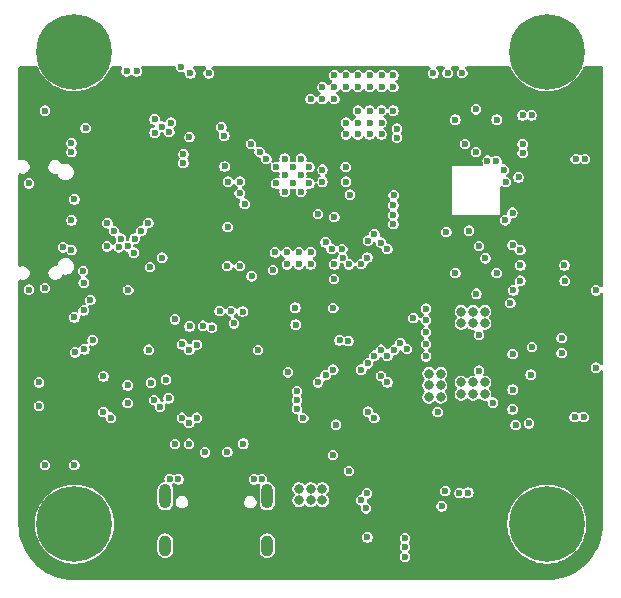
<source format=gbr>
%TF.GenerationSoftware,KiCad,Pcbnew,9.0.1*%
%TF.CreationDate,2025-07-11T01:12:20+01:00*%
%TF.ProjectId,MCU_AURA,4d43555f-4155-4524-912e-6b696361645f,rev?*%
%TF.SameCoordinates,Original*%
%TF.FileFunction,Copper,L3,Inr*%
%TF.FilePolarity,Positive*%
%FSLAX46Y46*%
G04 Gerber Fmt 4.6, Leading zero omitted, Abs format (unit mm)*
G04 Created by KiCad (PCBNEW 9.0.1) date 2025-07-11 01:12:20*
%MOMM*%
%LPD*%
G01*
G04 APERTURE LIST*
%TA.AperFunction,ComponentPad*%
%ADD10C,0.800000*%
%TD*%
%TA.AperFunction,ComponentPad*%
%ADD11C,6.400000*%
%TD*%
%TA.AperFunction,HeatsinkPad*%
%ADD12C,0.600000*%
%TD*%
%TA.AperFunction,HeatsinkPad*%
%ADD13O,1.000000X2.100000*%
%TD*%
%TA.AperFunction,HeatsinkPad*%
%ADD14O,1.000000X1.800000*%
%TD*%
%TA.AperFunction,ViaPad*%
%ADD15C,0.600000*%
%TD*%
%TA.AperFunction,ViaPad*%
%ADD16C,0.800000*%
%TD*%
G04 APERTURE END LIST*
D10*
%TO.N,GND*%
%TO.C,H3*%
X102600000Y-55000000D03*
X103302944Y-53302944D03*
X103302944Y-56697056D03*
X105000000Y-52600000D03*
D11*
X105000000Y-55000000D03*
D10*
X105000000Y-57400000D03*
X106697056Y-53302944D03*
X106697056Y-56697056D03*
X107400000Y-55000000D03*
%TD*%
%TO.N,GND*%
%TO.C,H4*%
X142600000Y-55000000D03*
X143302944Y-53302944D03*
X143302944Y-56697056D03*
X145000000Y-52600000D03*
D11*
X145000000Y-55000000D03*
D10*
X145000000Y-57400000D03*
X146697056Y-53302944D03*
X146697056Y-56697056D03*
X147400000Y-55000000D03*
%TD*%
%TO.N,GND*%
%TO.C,H1*%
X102600000Y-95000000D03*
X103302944Y-93302944D03*
X103302944Y-96697056D03*
X105000000Y-92600000D03*
D11*
X105000000Y-95000000D03*
D10*
X105000000Y-97400000D03*
X106697056Y-93302944D03*
X106697056Y-96697056D03*
X107400000Y-95000000D03*
%TD*%
D12*
%TO.N,GND*%
%TO.C,U200*%
X122100000Y-64760000D03*
X122100000Y-66160000D03*
X122800000Y-64060000D03*
X122800000Y-65460000D03*
X122800000Y-66860000D03*
X123500000Y-64760000D03*
X123500000Y-66160000D03*
X124200000Y-64060000D03*
X124200000Y-65460000D03*
X124200000Y-66860000D03*
X124900000Y-64760000D03*
X124900000Y-66160000D03*
%TD*%
D13*
%TO.N,N/C*%
%TO.C,J100*%
X112680000Y-92645000D03*
X121320000Y-92645000D03*
D14*
X112680000Y-96825000D03*
X121320000Y-96825000D03*
%TD*%
D10*
%TO.N,GND*%
%TO.C,H2*%
X142600000Y-95000000D03*
X143302944Y-93302944D03*
X143302944Y-96697056D03*
X145000000Y-92600000D03*
D11*
X145000000Y-95000000D03*
D10*
X145000000Y-97400000D03*
X146697056Y-93302944D03*
X146697056Y-96697056D03*
X147400000Y-95000000D03*
%TD*%
D15*
%TO.N,SERVO_2*%
X110261091Y-56661091D03*
%TO.N,GND*%
X127000000Y-58000000D03*
X129768523Y-92389347D03*
X137830000Y-56810000D03*
X132000000Y-58000000D03*
X115900000Y-78210000D03*
X119310000Y-88190000D03*
X129000000Y-62000000D03*
X101150000Y-75140000D03*
X129000000Y-60000000D03*
X134780000Y-80800000D03*
X114724999Y-86414581D03*
X128000000Y-66000000D03*
X118500000Y-78000000D03*
X102000000Y-83000000D03*
X121240000Y-64071665D03*
X142760000Y-73100000D03*
X127000000Y-59000000D03*
X108746562Y-71555487D03*
X127000000Y-57000000D03*
X143740000Y-80010000D03*
X132000000Y-60000000D03*
X104750000Y-69290000D03*
X114734999Y-80240000D03*
X129848000Y-85480000D03*
X136600000Y-56820000D03*
X128000000Y-58000000D03*
X102500000Y-90000000D03*
X105790000Y-76900000D03*
X140450000Y-84725403D03*
X102500000Y-60000000D03*
X142349672Y-86618146D03*
X142600000Y-65640000D03*
X107760000Y-71480000D03*
X123700000Y-76675000D03*
X134780000Y-76750000D03*
X128000000Y-62000000D03*
X113800000Y-91210000D03*
X130948000Y-82450000D03*
X129000000Y-58000000D03*
X132000000Y-57000000D03*
X141350000Y-65000000D03*
X127700000Y-72459402D03*
X124000000Y-73000000D03*
X104041145Y-71555000D03*
X139250000Y-79000000D03*
X109500000Y-84750000D03*
X105790000Y-74550000D03*
X126890000Y-89150000D03*
X126000000Y-59000000D03*
X111755489Y-84496793D03*
X139250000Y-82000000D03*
X138349334Y-92338338D03*
X113190000Y-61010000D03*
X139800000Y-72490000D03*
X113070000Y-91200000D03*
X132000000Y-68000000D03*
X111400000Y-73230000D03*
X127971989Y-64754571D03*
X112418696Y-61358530D03*
X129848000Y-81377547D03*
X123730000Y-78117903D03*
X142100000Y-85290000D03*
X136100000Y-93500000D03*
X119000000Y-67000000D03*
X126000000Y-65000000D03*
X134770000Y-78750000D03*
X102500000Y-75000000D03*
X130948000Y-71160000D03*
X120200000Y-91210000D03*
X125000000Y-72000000D03*
X129803860Y-96122881D03*
X142760000Y-74400000D03*
X141900000Y-76290000D03*
X139968909Y-64238909D03*
X131000000Y-58000000D03*
X128200611Y-79498374D03*
X125000000Y-59000000D03*
X114750000Y-78250000D03*
X132049000Y-80250000D03*
X106540000Y-79430000D03*
X128000000Y-61000000D03*
X104750000Y-63500003D03*
X134780000Y-79750000D03*
X129800000Y-72430000D03*
X111800000Y-60731409D03*
X146250000Y-79250000D03*
X105000000Y-90000000D03*
X118000000Y-66000000D03*
X123000000Y-73000000D03*
X109550000Y-75170000D03*
X141540000Y-66040000D03*
X131000000Y-57000000D03*
X138400000Y-70160000D03*
X126779404Y-71700003D03*
X127142183Y-86579999D03*
X129848000Y-70990000D03*
X134780000Y-77720000D03*
X130000000Y-58000000D03*
X105736091Y-73563909D03*
X130000000Y-60000000D03*
X127000000Y-73000000D03*
X130000000Y-62000000D03*
X105940000Y-61470000D03*
X141490000Y-69270000D03*
X146250000Y-80500000D03*
X116060000Y-88920000D03*
X126000000Y-66000000D03*
X101150000Y-66150000D03*
X111800000Y-61865360D03*
X139040000Y-75500000D03*
X117710000Y-64720000D03*
X126260000Y-82380000D03*
X131000000Y-60000000D03*
X114700000Y-88200000D03*
X129000000Y-57000000D03*
X119000000Y-66000000D03*
X112980000Y-84360000D03*
X143500000Y-86475002D03*
X131000000Y-61000000D03*
X130000000Y-61000000D03*
X105830000Y-80200000D03*
X126000000Y-58000000D03*
X136480000Y-70260000D03*
X133150000Y-80169903D03*
X129000000Y-61000000D03*
X120008909Y-74008909D03*
X122000000Y-72000000D03*
X135750000Y-85500000D03*
X123000000Y-72000000D03*
X110020571Y-72025000D03*
X142760000Y-71800000D03*
X105000000Y-67500000D03*
X125000000Y-73000000D03*
X105000000Y-77500000D03*
X142101091Y-83621091D03*
X127000000Y-69000000D03*
X120880000Y-91210000D03*
X130000000Y-57000000D03*
X124000000Y-72000000D03*
X112430364Y-72433427D03*
X130948000Y-80240369D03*
X139000000Y-59870000D03*
X139250000Y-71460000D03*
X117980000Y-69850000D03*
X109500000Y-83250000D03*
X114740000Y-62240000D03*
X113500000Y-88210000D03*
X128000000Y-57000000D03*
X131000000Y-62000000D03*
X102000000Y-85000000D03*
%TO.N,SERVO_6*%
X107785000Y-69520000D03*
%TO.N,SERVO_4*%
X114811091Y-56836091D03*
%TO.N,SERVO_12*%
X111250000Y-69520000D03*
%TO.N,SERVO_1*%
X109428591Y-56653591D03*
D16*
%TO.N,+5V*%
X137750000Y-78000000D03*
X139750000Y-77000000D03*
X137750000Y-77000000D03*
X139750000Y-78000000D03*
X138750000Y-78000000D03*
X138750000Y-77000000D03*
%TO.N,+VUSB*%
X126000000Y-92000000D03*
X124000000Y-93000000D03*
D15*
X128250000Y-90500000D03*
D16*
X137750000Y-83000000D03*
X137750000Y-84000000D03*
X125000000Y-93000000D03*
X138750000Y-84000000D03*
X138750000Y-83000000D03*
X139750000Y-84000000D03*
X125000000Y-92000000D03*
X139750000Y-83000000D03*
X126000000Y-93000000D03*
X124000000Y-92000000D03*
D15*
X142100895Y-80601287D03*
X117950000Y-88900000D03*
D16*
%TO.N,+5V_FILT*%
X135000000Y-83250000D03*
X136000000Y-82250000D03*
X136000000Y-84250000D03*
X136000000Y-83250000D03*
D15*
X112740000Y-82760000D03*
D16*
X135000000Y-84250000D03*
X135000000Y-82250000D03*
%TO.N,+3V3*%
X145500000Y-89000000D03*
D15*
X113180000Y-72410000D03*
X103800000Y-85880000D03*
X107870000Y-72280000D03*
X125500000Y-78760000D03*
X110490000Y-75970000D03*
X111000000Y-73870000D03*
X107790000Y-75370000D03*
X105070000Y-81260000D03*
X146430000Y-68870000D03*
X145000000Y-87990000D03*
X135700000Y-90125000D03*
X128090000Y-94090000D03*
X124500000Y-78750000D03*
X112549375Y-60620000D03*
D16*
X144500000Y-89000000D03*
D15*
X136260000Y-68470000D03*
X143690000Y-85230000D03*
X113625502Y-69300000D03*
X112438000Y-62402000D03*
X134125000Y-56834998D03*
X128250000Y-78750000D03*
D16*
X145500000Y-91000000D03*
D15*
X111500000Y-88000000D03*
X107550000Y-81500000D03*
X118180000Y-60800000D03*
D16*
X144500000Y-91000000D03*
D15*
X134290000Y-75910000D03*
X123830000Y-79080000D03*
X141510000Y-70230000D03*
X145899998Y-71875000D03*
X120600000Y-78750000D03*
D16*
X145500000Y-90000000D03*
D15*
X136750000Y-92950000D03*
X139990000Y-89750000D03*
X125635000Y-86585000D03*
D16*
X144500000Y-90000000D03*
D15*
%TO.N,+1V8*%
X142090000Y-71370000D03*
X142090000Y-68640000D03*
X140730000Y-64270000D03*
X140750000Y-73750000D03*
%TO.N,/200_ESP32/EN*%
X113025000Y-61800000D03*
X104750000Y-62750000D03*
%TO.N,/200_ESP32/RST*%
X113500000Y-77660000D03*
X104750000Y-71800000D03*
X118270000Y-76970000D03*
X126990000Y-74250000D03*
%TO.N,SERVO_5*%
X116375000Y-56839998D03*
%TO.N,SERVO_7*%
X108360000Y-70170000D03*
%TO.N,LED*%
X116635834Y-78355094D03*
X111280000Y-80240000D03*
X126910000Y-76690000D03*
X120550000Y-80260000D03*
%TO.N,CARD_DETECT*%
X121800000Y-73500000D03*
%TO.N,MOSI*%
X129290000Y-81920000D03*
X133000000Y-97750000D03*
X128250000Y-73000000D03*
X126910000Y-81920000D03*
X129290000Y-72980000D03*
%TO.N,SCK*%
X131499000Y-83000000D03*
X125630000Y-83000000D03*
X127670000Y-71710000D03*
X133000000Y-96170000D03*
X131494043Y-80754506D03*
X131500000Y-71710000D03*
%TO.N,MISO*%
X130398000Y-86030000D03*
X126260000Y-71150003D03*
X124370000Y-86030000D03*
X130397863Y-80750127D03*
X133000000Y-96920000D03*
X130400000Y-70440000D03*
%TO.N,SD_CS*%
X125630000Y-68750000D03*
%TO.N,/200_ESP32/CAN_STB*%
X108100000Y-86000000D03*
X123850000Y-85250000D03*
%TO.N,SERVO_10*%
X110090000Y-70830000D03*
%TO.N,EXT_RST*%
X132010000Y-68849997D03*
X133703005Y-77538317D03*
%TO.N,EXT_CS*%
X132600000Y-79660000D03*
X132010000Y-69600000D03*
%TO.N,SCL*%
X120695000Y-63510000D03*
X107450000Y-85500000D03*
X146500000Y-74400000D03*
X114229008Y-64413720D03*
X119250000Y-77000000D03*
X106340000Y-76030000D03*
X138990000Y-63510000D03*
%TO.N,SDA*%
X119960000Y-62820000D03*
X138060000Y-62820000D03*
X146490000Y-73100000D03*
X114233056Y-63663728D03*
X107460000Y-82500000D03*
X117300000Y-76960000D03*
X105040000Y-80460000D03*
%TO.N,EXT_RX*%
X147447183Y-64075001D03*
X132300000Y-62270000D03*
%TO.N,EXT_TX*%
X148225000Y-64075000D03*
X132300000Y-61519997D03*
%TO.N,GPS_INT*%
X132040000Y-67150000D03*
X119410000Y-67900000D03*
X142170000Y-75200000D03*
X128320000Y-67110000D03*
X149170000Y-75199998D03*
X149170000Y-81750000D03*
%TO.N,GPS_RX*%
X117950000Y-73150000D03*
X148110000Y-85925002D03*
X114135710Y-79789049D03*
X114100000Y-86000000D03*
%TO.N,GPS_TX*%
X115350000Y-86000000D03*
X147359997Y-85925002D03*
X119010000Y-73150000D03*
X115350945Y-79812081D03*
%TO.N,RF_RST*%
X129691192Y-93651593D03*
%TO.N,RF_CS*%
X129300000Y-92975000D03*
%TO.N,SERVO_11*%
X110670000Y-70190000D03*
%TO.N,SERVO_9*%
X109510000Y-71470000D03*
%TO.N,/300_Digital_Peripherals/SDA_1V8*%
X137250000Y-60750000D03*
%TO.N,/300_Digital_Peripherals/SCL_1V8*%
X140750000Y-60750000D03*
%TO.N,/300_Digital_Peripherals/ICM_INT_1V8*%
X137250000Y-73750000D03*
%TO.N,SERVO_3*%
X114050357Y-56300000D03*
%TO.N,SERVO_8*%
X108935000Y-70829542D03*
%TO.N,RC_RX*%
X135380000Y-56830000D03*
%TO.N,/100_Power/FB_3V3*%
X136400000Y-92200000D03*
%TO.N,MSFT_1*%
X142957778Y-63569960D03*
X143700003Y-60400000D03*
X117430000Y-61390000D03*
%TO.N,MSFT_2*%
X142950000Y-62820000D03*
X117690000Y-62120000D03*
X142950000Y-60400000D03*
%TO.N,/100_Power/STAT_5V_SW*%
X143630000Y-82340000D03*
%TO.N,/100_Power/PG_3V3*%
X137600000Y-92370000D03*
%TO.N,FLASH_CS*%
X123090000Y-82140000D03*
X127453263Y-79434290D03*
%TO.N,/200_ESP32/CAN_TX*%
X123850000Y-84500000D03*
X112248274Y-85062184D03*
%TO.N,/200_ESP32/CAN_RX*%
X123850000Y-83750000D03*
X111470391Y-83029260D03*
%TD*%
%TA.AperFunction,Conductor*%
%TO.N,+3V3*%
G36*
X101875397Y-56269685D02*
G01*
X101921152Y-56322489D01*
X101922912Y-56326532D01*
X101967531Y-56434251D01*
X102015030Y-56523117D01*
X102122707Y-56724567D01*
X102122718Y-56724585D01*
X102305601Y-56998289D01*
X102305611Y-56998303D01*
X102514453Y-57252777D01*
X102747222Y-57485546D01*
X102747227Y-57485550D01*
X102747228Y-57485551D01*
X103001702Y-57694393D01*
X103275421Y-57877286D01*
X103565749Y-58032469D01*
X103869889Y-58158448D01*
X104184913Y-58254010D01*
X104184919Y-58254011D01*
X104184922Y-58254012D01*
X104184933Y-58254015D01*
X104365361Y-58289903D01*
X104507787Y-58318233D01*
X104835400Y-58350500D01*
X104835403Y-58350500D01*
X105164597Y-58350500D01*
X105164600Y-58350500D01*
X105492213Y-58318233D01*
X105669760Y-58282916D01*
X105815066Y-58254015D01*
X105815077Y-58254012D01*
X105815077Y-58254011D01*
X105815087Y-58254010D01*
X106130111Y-58158448D01*
X106434251Y-58032469D01*
X106724579Y-57877286D01*
X106998298Y-57694393D01*
X107252772Y-57485551D01*
X107485551Y-57252772D01*
X107694393Y-56998298D01*
X107877286Y-56724579D01*
X108032469Y-56434251D01*
X108077081Y-56326546D01*
X108120922Y-56272144D01*
X108187216Y-56250079D01*
X108191642Y-56250000D01*
X108926638Y-56250000D01*
X108993677Y-56269685D01*
X109039432Y-56322489D01*
X109049376Y-56391647D01*
X109034025Y-56435999D01*
X109008792Y-56479705D01*
X108978091Y-56594282D01*
X108978091Y-56712900D01*
X109008792Y-56827477D01*
X109068102Y-56930204D01*
X109151978Y-57014080D01*
X109254705Y-57073390D01*
X109369282Y-57104091D01*
X109369285Y-57104091D01*
X109487897Y-57104091D01*
X109487900Y-57104091D01*
X109602477Y-57073390D01*
X109705204Y-57014080D01*
X109753410Y-56965874D01*
X109814733Y-56932389D01*
X109884425Y-56937373D01*
X109928772Y-56965874D01*
X109984478Y-57021580D01*
X110087205Y-57080890D01*
X110201782Y-57111591D01*
X110201785Y-57111591D01*
X110320397Y-57111591D01*
X110320400Y-57111591D01*
X110434977Y-57080890D01*
X110537704Y-57021580D01*
X110621580Y-56937704D01*
X110680890Y-56834977D01*
X110711591Y-56720400D01*
X110711591Y-56601782D01*
X110680890Y-56487205D01*
X110651326Y-56436000D01*
X110634854Y-56368100D01*
X110657706Y-56302073D01*
X110712627Y-56258883D01*
X110758714Y-56250000D01*
X113476721Y-56250000D01*
X113543760Y-56269685D01*
X113589515Y-56322489D01*
X113599659Y-56357809D01*
X113599855Y-56359300D01*
X113599857Y-56359307D01*
X113599857Y-56359309D01*
X113630558Y-56473886D01*
X113689868Y-56576613D01*
X113773744Y-56660489D01*
X113876471Y-56719799D01*
X113991048Y-56750500D01*
X113991051Y-56750500D01*
X114109663Y-56750500D01*
X114109666Y-56750500D01*
X114204500Y-56725089D01*
X114274347Y-56726752D01*
X114332210Y-56765914D01*
X114359714Y-56830142D01*
X114360591Y-56844864D01*
X114360591Y-56895400D01*
X114391292Y-57009977D01*
X114450602Y-57112704D01*
X114534478Y-57196580D01*
X114637205Y-57255890D01*
X114751782Y-57286591D01*
X114751785Y-57286591D01*
X114870397Y-57286591D01*
X114870400Y-57286591D01*
X114984977Y-57255890D01*
X115087704Y-57196580D01*
X115171580Y-57112704D01*
X115230890Y-57009977D01*
X115261591Y-56895400D01*
X115261591Y-56776782D01*
X115230890Y-56662205D01*
X115171580Y-56559478D01*
X115087704Y-56475602D01*
X115087702Y-56475601D01*
X115083497Y-56472374D01*
X115042296Y-56415945D01*
X115038143Y-56346199D01*
X115072357Y-56285279D01*
X115134075Y-56252528D01*
X115158986Y-56250000D01*
X116033134Y-56250000D01*
X116100173Y-56269685D01*
X116145928Y-56322489D01*
X116155872Y-56391647D01*
X116126847Y-56455203D01*
X116104279Y-56473836D01*
X116104836Y-56474561D01*
X116098384Y-56479511D01*
X116014513Y-56563382D01*
X116014511Y-56563385D01*
X115960975Y-56656112D01*
X115955201Y-56666112D01*
X115924500Y-56780689D01*
X115924500Y-56899307D01*
X115955201Y-57013884D01*
X116014511Y-57116611D01*
X116098387Y-57200487D01*
X116201114Y-57259797D01*
X116315691Y-57290498D01*
X116315694Y-57290498D01*
X116434306Y-57290498D01*
X116434309Y-57290498D01*
X116548886Y-57259797D01*
X116651613Y-57200487D01*
X116735489Y-57116611D01*
X116794799Y-57013884D01*
X116825500Y-56899307D01*
X116825500Y-56780689D01*
X116794799Y-56666112D01*
X116735489Y-56563385D01*
X116651613Y-56479509D01*
X116651610Y-56479507D01*
X116645164Y-56474561D01*
X116646587Y-56472705D01*
X116606649Y-56430817D01*
X116593428Y-56362209D01*
X116619398Y-56297345D01*
X116676313Y-56256819D01*
X116716866Y-56250000D01*
X135024168Y-56250000D01*
X135091207Y-56269685D01*
X135136962Y-56322489D01*
X135146906Y-56391647D01*
X135117881Y-56455203D01*
X135108969Y-56463599D01*
X135109134Y-56463764D01*
X135019513Y-56553384D01*
X135019511Y-56553387D01*
X134965975Y-56646114D01*
X134960201Y-56656114D01*
X134929500Y-56770691D01*
X134929500Y-56889309D01*
X134960201Y-57003886D01*
X135019511Y-57106613D01*
X135103387Y-57190489D01*
X135206114Y-57249799D01*
X135320691Y-57280500D01*
X135320694Y-57280500D01*
X135439306Y-57280500D01*
X135439309Y-57280500D01*
X135553886Y-57249799D01*
X135656613Y-57190489D01*
X135740489Y-57106613D01*
X135799799Y-57003886D01*
X135830500Y-56889309D01*
X135830500Y-56770691D01*
X135799799Y-56656114D01*
X135740489Y-56553387D01*
X135656613Y-56469511D01*
X135650866Y-56463764D01*
X135652711Y-56461918D01*
X135619146Y-56415956D01*
X135614986Y-56346210D01*
X135649194Y-56285287D01*
X135710909Y-56252530D01*
X135735832Y-56250000D01*
X136233536Y-56250000D01*
X136300575Y-56269685D01*
X136346330Y-56322489D01*
X136356274Y-56391647D01*
X136327249Y-56455203D01*
X136321217Y-56461681D01*
X136239513Y-56543384D01*
X136239511Y-56543387D01*
X136185975Y-56636114D01*
X136180201Y-56646114D01*
X136149500Y-56760691D01*
X136149500Y-56879309D01*
X136180201Y-56993886D01*
X136239511Y-57096613D01*
X136323387Y-57180489D01*
X136426114Y-57239799D01*
X136540691Y-57270500D01*
X136540694Y-57270500D01*
X136659306Y-57270500D01*
X136659309Y-57270500D01*
X136773886Y-57239799D01*
X136876613Y-57180489D01*
X136960489Y-57096613D01*
X137019799Y-56993886D01*
X137050500Y-56879309D01*
X137050500Y-56760691D01*
X137019799Y-56646114D01*
X136960489Y-56543387D01*
X136878783Y-56461681D01*
X136845298Y-56400358D01*
X136850282Y-56330666D01*
X136892154Y-56274733D01*
X136957618Y-56250316D01*
X136966464Y-56250000D01*
X137453536Y-56250000D01*
X137520575Y-56269685D01*
X137566330Y-56322489D01*
X137576274Y-56391647D01*
X137547249Y-56455203D01*
X137541217Y-56461681D01*
X137469513Y-56533384D01*
X137469511Y-56533387D01*
X137410201Y-56636114D01*
X137379500Y-56750691D01*
X137379500Y-56869309D01*
X137410201Y-56983886D01*
X137469511Y-57086613D01*
X137553387Y-57170489D01*
X137656114Y-57229799D01*
X137770691Y-57260500D01*
X137770694Y-57260500D01*
X137889306Y-57260500D01*
X137889309Y-57260500D01*
X138003886Y-57229799D01*
X138106613Y-57170489D01*
X138190489Y-57086613D01*
X138249799Y-56983886D01*
X138280500Y-56869309D01*
X138280500Y-56750691D01*
X138249799Y-56636114D01*
X138190489Y-56533387D01*
X138118783Y-56461681D01*
X138085298Y-56400358D01*
X138090282Y-56330666D01*
X138132154Y-56274733D01*
X138197618Y-56250316D01*
X138206464Y-56250000D01*
X141808358Y-56250000D01*
X141875397Y-56269685D01*
X141921152Y-56322489D01*
X141922912Y-56326532D01*
X141967531Y-56434251D01*
X142015030Y-56523117D01*
X142122707Y-56724567D01*
X142122718Y-56724585D01*
X142305601Y-56998289D01*
X142305611Y-56998303D01*
X142514453Y-57252777D01*
X142747222Y-57485546D01*
X142747227Y-57485550D01*
X142747228Y-57485551D01*
X143001702Y-57694393D01*
X143275421Y-57877286D01*
X143565749Y-58032469D01*
X143869889Y-58158448D01*
X144184913Y-58254010D01*
X144184919Y-58254011D01*
X144184922Y-58254012D01*
X144184933Y-58254015D01*
X144365361Y-58289903D01*
X144507787Y-58318233D01*
X144835400Y-58350500D01*
X144835403Y-58350500D01*
X145164597Y-58350500D01*
X145164600Y-58350500D01*
X145492213Y-58318233D01*
X145669760Y-58282916D01*
X145815066Y-58254015D01*
X145815077Y-58254012D01*
X145815077Y-58254011D01*
X145815087Y-58254010D01*
X146130111Y-58158448D01*
X146434251Y-58032469D01*
X146724579Y-57877286D01*
X146998298Y-57694393D01*
X147252772Y-57485551D01*
X147485551Y-57252772D01*
X147694393Y-56998298D01*
X147877286Y-56724579D01*
X148032469Y-56434251D01*
X148077081Y-56326546D01*
X148120922Y-56272144D01*
X148187216Y-56250079D01*
X148191642Y-56250000D01*
X149625500Y-56250000D01*
X149692539Y-56269685D01*
X149738294Y-56322489D01*
X149749500Y-56374000D01*
X149749500Y-74843513D01*
X149729815Y-74910552D01*
X149677011Y-74956307D01*
X149607853Y-74966251D01*
X149544297Y-74937226D01*
X149536458Y-74928909D01*
X149536236Y-74929132D01*
X149446615Y-74839511D01*
X149446613Y-74839509D01*
X149343886Y-74780199D01*
X149229309Y-74749498D01*
X149110691Y-74749498D01*
X148996114Y-74780199D01*
X148996112Y-74780199D01*
X148996112Y-74780200D01*
X148893387Y-74839509D01*
X148893384Y-74839511D01*
X148809513Y-74923382D01*
X148809511Y-74923385D01*
X148767521Y-74996114D01*
X148750201Y-75026112D01*
X148719500Y-75140689D01*
X148719500Y-75259307D01*
X148750201Y-75373884D01*
X148809511Y-75476611D01*
X148893387Y-75560487D01*
X148996114Y-75619797D01*
X149110691Y-75650498D01*
X149110694Y-75650498D01*
X149229306Y-75650498D01*
X149229309Y-75650498D01*
X149343886Y-75619797D01*
X149446613Y-75560487D01*
X149530489Y-75476611D01*
X149530489Y-75476610D01*
X149536236Y-75470864D01*
X149538246Y-75472874D01*
X149583552Y-75439793D01*
X149653298Y-75435638D01*
X149714219Y-75469850D01*
X149746971Y-75531568D01*
X149749500Y-75556482D01*
X149749500Y-81393515D01*
X149729815Y-81460554D01*
X149677011Y-81506309D01*
X149607853Y-81516253D01*
X149544297Y-81487228D01*
X149536458Y-81478911D01*
X149536236Y-81479134D01*
X149446615Y-81389513D01*
X149446613Y-81389511D01*
X149343886Y-81330201D01*
X149229309Y-81299500D01*
X149110691Y-81299500D01*
X148996114Y-81330201D01*
X148996112Y-81330201D01*
X148996112Y-81330202D01*
X148893387Y-81389511D01*
X148893384Y-81389513D01*
X148809513Y-81473384D01*
X148809511Y-81473387D01*
X148750201Y-81576114D01*
X148719500Y-81690691D01*
X148719500Y-81809309D01*
X148750201Y-81923886D01*
X148809511Y-82026613D01*
X148893387Y-82110489D01*
X148996114Y-82169799D01*
X149110691Y-82200500D01*
X149110694Y-82200500D01*
X149229306Y-82200500D01*
X149229309Y-82200500D01*
X149343886Y-82169799D01*
X149446613Y-82110489D01*
X149530489Y-82026613D01*
X149530489Y-82026612D01*
X149536236Y-82020866D01*
X149538246Y-82022876D01*
X149583552Y-81989795D01*
X149653298Y-81985640D01*
X149714219Y-82019852D01*
X149746971Y-82081570D01*
X149749500Y-82106484D01*
X149749500Y-94997293D01*
X149749382Y-95002702D01*
X149731663Y-95408539D01*
X149730720Y-95419316D01*
X149678051Y-95819370D01*
X149676173Y-95830022D01*
X149588837Y-96223974D01*
X149586037Y-96234424D01*
X149464697Y-96619264D01*
X149460997Y-96629429D01*
X149306579Y-97002226D01*
X149302007Y-97012030D01*
X149115690Y-97369942D01*
X149110282Y-97379310D01*
X148893469Y-97719638D01*
X148887264Y-97728499D01*
X148641621Y-98048627D01*
X148634667Y-98056914D01*
X148362061Y-98354412D01*
X148354412Y-98362061D01*
X148056914Y-98634667D01*
X148048627Y-98641621D01*
X147728499Y-98887264D01*
X147719638Y-98893469D01*
X147379310Y-99110282D01*
X147369942Y-99115690D01*
X147012030Y-99302007D01*
X147002226Y-99306579D01*
X146629429Y-99460997D01*
X146619264Y-99464697D01*
X146234424Y-99586037D01*
X146223974Y-99588837D01*
X145830022Y-99676173D01*
X145819370Y-99678051D01*
X145419316Y-99730720D01*
X145408539Y-99731663D01*
X145002703Y-99749382D01*
X144997294Y-99749500D01*
X105002706Y-99749500D01*
X104997297Y-99749382D01*
X104591460Y-99731663D01*
X104580685Y-99730720D01*
X104380656Y-99704385D01*
X104180629Y-99678051D01*
X104169977Y-99676173D01*
X103915393Y-99619733D01*
X103776022Y-99588836D01*
X103765579Y-99586038D01*
X103380733Y-99464696D01*
X103370570Y-99460997D01*
X102997773Y-99306579D01*
X102987969Y-99302007D01*
X102630057Y-99115690D01*
X102620689Y-99110282D01*
X102280361Y-98893469D01*
X102271500Y-98887264D01*
X101951372Y-98641621D01*
X101943085Y-98634667D01*
X101645587Y-98362061D01*
X101637938Y-98354412D01*
X101365332Y-98056914D01*
X101358378Y-98048627D01*
X101112735Y-97728499D01*
X101106530Y-97719638D01*
X101055583Y-97639668D01*
X100889716Y-97379309D01*
X100884309Y-97369942D01*
X100697989Y-97012024D01*
X100693420Y-97002226D01*
X100691793Y-96998298D01*
X100538996Y-96629414D01*
X100535307Y-96619279D01*
X100413956Y-96234405D01*
X100411167Y-96223993D01*
X100323823Y-95830010D01*
X100321950Y-95819386D01*
X100269277Y-95419293D01*
X100268337Y-95408558D01*
X100250618Y-95002701D01*
X100250500Y-94997293D01*
X100250500Y-94835403D01*
X101649500Y-94835403D01*
X101649500Y-95164596D01*
X101681765Y-95492201D01*
X101681768Y-95492218D01*
X101745984Y-95815066D01*
X101745987Y-95815077D01*
X101841552Y-96130112D01*
X101967528Y-96434244D01*
X101967535Y-96434258D01*
X102122707Y-96724567D01*
X102122718Y-96724585D01*
X102305601Y-96998289D01*
X102305611Y-96998303D01*
X102514453Y-97252777D01*
X102747222Y-97485546D01*
X102747227Y-97485550D01*
X102747228Y-97485551D01*
X103001702Y-97694393D01*
X103275421Y-97877286D01*
X103565749Y-98032469D01*
X103869889Y-98158448D01*
X104184913Y-98254010D01*
X104184919Y-98254011D01*
X104184922Y-98254012D01*
X104184933Y-98254015D01*
X104365361Y-98289903D01*
X104507787Y-98318233D01*
X104835400Y-98350500D01*
X104835403Y-98350500D01*
X105164597Y-98350500D01*
X105164600Y-98350500D01*
X105492213Y-98318233D01*
X105669760Y-98282916D01*
X105815066Y-98254015D01*
X105815077Y-98254012D01*
X105815077Y-98254011D01*
X105815087Y-98254010D01*
X106130111Y-98158448D01*
X106434251Y-98032469D01*
X106724579Y-97877286D01*
X106998298Y-97694393D01*
X107252772Y-97485551D01*
X107449252Y-97289071D01*
X112029499Y-97289071D01*
X112054497Y-97414738D01*
X112054499Y-97414744D01*
X112103533Y-97533124D01*
X112103538Y-97533133D01*
X112174723Y-97639668D01*
X112174726Y-97639672D01*
X112265327Y-97730273D01*
X112265331Y-97730276D01*
X112371866Y-97801461D01*
X112371872Y-97801464D01*
X112371873Y-97801465D01*
X112490256Y-97850501D01*
X112490260Y-97850501D01*
X112490261Y-97850502D01*
X112615928Y-97875500D01*
X112615931Y-97875500D01*
X112744071Y-97875500D01*
X112828615Y-97858682D01*
X112869744Y-97850501D01*
X112988127Y-97801465D01*
X113094669Y-97730276D01*
X113185276Y-97639669D01*
X113256465Y-97533127D01*
X113305501Y-97414744D01*
X113326740Y-97307973D01*
X113330500Y-97289071D01*
X120669499Y-97289071D01*
X120694497Y-97414738D01*
X120694499Y-97414744D01*
X120743533Y-97533124D01*
X120743538Y-97533133D01*
X120814723Y-97639668D01*
X120814726Y-97639672D01*
X120905327Y-97730273D01*
X120905331Y-97730276D01*
X121011866Y-97801461D01*
X121011872Y-97801464D01*
X121011873Y-97801465D01*
X121130256Y-97850501D01*
X121130260Y-97850501D01*
X121130261Y-97850502D01*
X121255928Y-97875500D01*
X121255931Y-97875500D01*
X121384071Y-97875500D01*
X121468615Y-97858682D01*
X121509744Y-97850501D01*
X121628127Y-97801465D01*
X121734669Y-97730276D01*
X121825276Y-97639669D01*
X121896465Y-97533127D01*
X121945501Y-97414744D01*
X121966740Y-97307973D01*
X121970500Y-97289071D01*
X121970500Y-96360928D01*
X121945502Y-96235261D01*
X121945501Y-96235260D01*
X121945501Y-96235256D01*
X121896465Y-96116873D01*
X121896460Y-96116866D01*
X121860850Y-96063572D01*
X129353360Y-96063572D01*
X129353360Y-96182190D01*
X129384061Y-96296767D01*
X129443371Y-96399494D01*
X129527247Y-96483370D01*
X129629974Y-96542680D01*
X129744551Y-96573381D01*
X129744554Y-96573381D01*
X129863166Y-96573381D01*
X129863169Y-96573381D01*
X129977746Y-96542680D01*
X130080473Y-96483370D01*
X130164349Y-96399494D01*
X130223659Y-96296767D01*
X130254360Y-96182190D01*
X130254360Y-96110691D01*
X132549500Y-96110691D01*
X132549500Y-96229309D01*
X132580201Y-96343886D01*
X132639511Y-96446613D01*
X132650219Y-96457321D01*
X132683702Y-96518646D01*
X132678715Y-96588337D01*
X132650219Y-96632679D01*
X132639511Y-96643386D01*
X132639511Y-96643387D01*
X132580201Y-96746114D01*
X132549500Y-96860691D01*
X132549500Y-96979309D01*
X132580201Y-97093886D01*
X132639511Y-97196613D01*
X132639513Y-97196615D01*
X132690217Y-97247319D01*
X132723702Y-97308642D01*
X132718718Y-97378334D01*
X132690217Y-97422681D01*
X132639513Y-97473384D01*
X132639511Y-97473387D01*
X132605022Y-97533124D01*
X132580201Y-97576114D01*
X132549500Y-97690691D01*
X132549500Y-97809309D01*
X132580201Y-97923886D01*
X132639511Y-98026613D01*
X132723387Y-98110489D01*
X132826114Y-98169799D01*
X132940691Y-98200500D01*
X132940694Y-98200500D01*
X133059306Y-98200500D01*
X133059309Y-98200500D01*
X133173886Y-98169799D01*
X133276613Y-98110489D01*
X133360489Y-98026613D01*
X133419799Y-97923886D01*
X133450500Y-97809309D01*
X133450500Y-97690691D01*
X133419799Y-97576114D01*
X133360489Y-97473387D01*
X133309783Y-97422681D01*
X133276298Y-97361358D01*
X133281282Y-97291666D01*
X133309783Y-97247319D01*
X133360489Y-97196613D01*
X133419799Y-97093886D01*
X133450500Y-96979309D01*
X133450500Y-96860691D01*
X133419799Y-96746114D01*
X133360489Y-96643387D01*
X133349783Y-96632681D01*
X133316298Y-96571358D01*
X133321282Y-96501666D01*
X133349783Y-96457319D01*
X133360489Y-96446613D01*
X133419799Y-96343886D01*
X133450500Y-96229309D01*
X133450500Y-96110691D01*
X133419799Y-95996114D01*
X133360489Y-95893387D01*
X133276613Y-95809511D01*
X133173886Y-95750201D01*
X133059309Y-95719500D01*
X132940691Y-95719500D01*
X132826114Y-95750201D01*
X132826112Y-95750201D01*
X132826112Y-95750202D01*
X132723387Y-95809511D01*
X132723384Y-95809513D01*
X132639513Y-95893384D01*
X132639511Y-95893387D01*
X132607407Y-95948993D01*
X132580201Y-95996114D01*
X132549500Y-96110691D01*
X130254360Y-96110691D01*
X130254360Y-96063572D01*
X130223659Y-95948995D01*
X130164349Y-95846268D01*
X130080473Y-95762392D01*
X129977746Y-95703082D01*
X129863169Y-95672381D01*
X129744551Y-95672381D01*
X129629974Y-95703082D01*
X129629972Y-95703082D01*
X129629972Y-95703083D01*
X129527247Y-95762392D01*
X129527244Y-95762394D01*
X129443373Y-95846265D01*
X129443371Y-95846268D01*
X129384061Y-95948995D01*
X129353360Y-96063572D01*
X121860850Y-96063572D01*
X121825276Y-96010331D01*
X121825273Y-96010327D01*
X121734672Y-95919726D01*
X121734668Y-95919723D01*
X121628133Y-95848538D01*
X121628124Y-95848533D01*
X121509744Y-95799499D01*
X121509738Y-95799497D01*
X121384071Y-95774500D01*
X121384069Y-95774500D01*
X121255931Y-95774500D01*
X121255929Y-95774500D01*
X121130261Y-95799497D01*
X121130255Y-95799499D01*
X121011875Y-95848533D01*
X121011866Y-95848538D01*
X120905331Y-95919723D01*
X120905327Y-95919726D01*
X120814726Y-96010327D01*
X120814723Y-96010331D01*
X120743538Y-96116866D01*
X120743533Y-96116875D01*
X120694499Y-96235255D01*
X120694497Y-96235261D01*
X120669500Y-96360928D01*
X120669500Y-96360931D01*
X120669500Y-97289069D01*
X120669500Y-97289071D01*
X120669499Y-97289071D01*
X113330500Y-97289071D01*
X113330500Y-96360928D01*
X113305502Y-96235261D01*
X113305501Y-96235260D01*
X113305501Y-96235256D01*
X113256465Y-96116873D01*
X113256464Y-96116871D01*
X113256461Y-96116866D01*
X113185276Y-96010331D01*
X113185273Y-96010327D01*
X113094672Y-95919726D01*
X113094668Y-95919723D01*
X112988133Y-95848538D01*
X112988124Y-95848533D01*
X112869744Y-95799499D01*
X112869738Y-95799497D01*
X112744071Y-95774500D01*
X112744069Y-95774500D01*
X112615931Y-95774500D01*
X112615929Y-95774500D01*
X112490261Y-95799497D01*
X112490255Y-95799499D01*
X112371875Y-95848533D01*
X112371866Y-95848538D01*
X112265331Y-95919723D01*
X112265327Y-95919726D01*
X112174726Y-96010327D01*
X112174723Y-96010331D01*
X112103538Y-96116866D01*
X112103533Y-96116875D01*
X112054499Y-96235255D01*
X112054497Y-96235261D01*
X112029500Y-96360928D01*
X112029500Y-96360931D01*
X112029500Y-97289069D01*
X112029500Y-97289071D01*
X112029499Y-97289071D01*
X107449252Y-97289071D01*
X107485551Y-97252772D01*
X107694393Y-96998298D01*
X107877286Y-96724579D01*
X108032469Y-96434251D01*
X108158448Y-96130111D01*
X108254010Y-95815087D01*
X108254012Y-95815077D01*
X108254015Y-95815066D01*
X108286847Y-95650003D01*
X108318233Y-95492213D01*
X108350500Y-95164600D01*
X108350500Y-94835403D01*
X141649500Y-94835403D01*
X141649500Y-95164596D01*
X141681765Y-95492201D01*
X141681768Y-95492218D01*
X141745984Y-95815066D01*
X141745987Y-95815077D01*
X141841552Y-96130112D01*
X141967528Y-96434244D01*
X141967535Y-96434258D01*
X142122707Y-96724567D01*
X142122718Y-96724585D01*
X142305601Y-96998289D01*
X142305611Y-96998303D01*
X142514453Y-97252777D01*
X142747222Y-97485546D01*
X142747227Y-97485550D01*
X142747228Y-97485551D01*
X143001702Y-97694393D01*
X143275421Y-97877286D01*
X143565749Y-98032469D01*
X143869889Y-98158448D01*
X144184913Y-98254010D01*
X144184919Y-98254011D01*
X144184922Y-98254012D01*
X144184933Y-98254015D01*
X144365361Y-98289903D01*
X144507787Y-98318233D01*
X144835400Y-98350500D01*
X144835403Y-98350500D01*
X145164597Y-98350500D01*
X145164600Y-98350500D01*
X145492213Y-98318233D01*
X145669760Y-98282916D01*
X145815066Y-98254015D01*
X145815077Y-98254012D01*
X145815077Y-98254011D01*
X145815087Y-98254010D01*
X146130111Y-98158448D01*
X146434251Y-98032469D01*
X146724579Y-97877286D01*
X146998298Y-97694393D01*
X147252772Y-97485551D01*
X147485551Y-97252772D01*
X147694393Y-96998298D01*
X147877286Y-96724579D01*
X148032469Y-96434251D01*
X148158448Y-96130111D01*
X148254010Y-95815087D01*
X148254012Y-95815077D01*
X148254015Y-95815066D01*
X148286847Y-95650003D01*
X148318233Y-95492213D01*
X148350500Y-95164600D01*
X148350500Y-94835400D01*
X148318233Y-94507787D01*
X148289903Y-94365361D01*
X148254015Y-94184933D01*
X148254012Y-94184922D01*
X148254011Y-94184919D01*
X148254010Y-94184913D01*
X148158448Y-93869889D01*
X148032469Y-93565749D01*
X147877286Y-93275421D01*
X147694393Y-93001702D01*
X147485551Y-92747228D01*
X147485550Y-92747227D01*
X147485546Y-92747222D01*
X147252777Y-92514453D01*
X146998303Y-92305611D01*
X146998302Y-92305610D01*
X146998298Y-92305607D01*
X146724579Y-92122714D01*
X146724574Y-92122711D01*
X146724567Y-92122707D01*
X146453558Y-91977851D01*
X146434251Y-91967531D01*
X146392413Y-91950201D01*
X146130112Y-91841552D01*
X145815077Y-91745987D01*
X145815066Y-91745984D01*
X145492218Y-91681768D01*
X145492213Y-91681767D01*
X145492211Y-91681766D01*
X145492201Y-91681765D01*
X145251522Y-91658061D01*
X145164600Y-91649500D01*
X144835400Y-91649500D01*
X144755540Y-91657365D01*
X144507798Y-91681765D01*
X144507781Y-91681768D01*
X144184933Y-91745984D01*
X144184922Y-91745987D01*
X143869887Y-91841552D01*
X143565755Y-91967528D01*
X143565741Y-91967535D01*
X143275432Y-92122707D01*
X143275414Y-92122718D01*
X143001710Y-92305601D01*
X143001696Y-92305611D01*
X142747222Y-92514453D01*
X142514453Y-92747222D01*
X142305611Y-93001696D01*
X142305601Y-93001710D01*
X142122718Y-93275414D01*
X142122707Y-93275432D01*
X141967535Y-93565741D01*
X141967528Y-93565755D01*
X141841552Y-93869887D01*
X141745987Y-94184922D01*
X141745984Y-94184933D01*
X141681768Y-94507781D01*
X141681765Y-94507798D01*
X141649500Y-94835403D01*
X108350500Y-94835403D01*
X108350500Y-94835400D01*
X108318233Y-94507787D01*
X108289903Y-94365361D01*
X108254015Y-94184933D01*
X108254012Y-94184922D01*
X108254011Y-94184919D01*
X108254010Y-94184913D01*
X108158448Y-93869889D01*
X108032469Y-93565749D01*
X107877286Y-93275421D01*
X107866361Y-93259071D01*
X112029499Y-93259071D01*
X112054497Y-93384738D01*
X112054499Y-93384744D01*
X112103533Y-93503124D01*
X112103538Y-93503133D01*
X112174723Y-93609668D01*
X112174726Y-93609672D01*
X112265327Y-93700273D01*
X112265331Y-93700276D01*
X112371866Y-93771461D01*
X112371872Y-93771464D01*
X112371873Y-93771465D01*
X112490256Y-93820501D01*
X112490260Y-93820501D01*
X112490261Y-93820502D01*
X112615928Y-93845500D01*
X112615931Y-93845500D01*
X112744071Y-93845500D01*
X112828615Y-93828682D01*
X112869744Y-93820501D01*
X112988127Y-93771465D01*
X113094669Y-93700276D01*
X113185276Y-93609669D01*
X113256465Y-93503127D01*
X113305501Y-93384744D01*
X113317164Y-93326112D01*
X113330500Y-93259071D01*
X113330500Y-93075817D01*
X113584500Y-93075817D01*
X113584500Y-93214183D01*
X113617681Y-93338015D01*
X113620312Y-93347835D01*
X113620313Y-93347838D01*
X113689492Y-93467661D01*
X113689494Y-93467664D01*
X113689495Y-93467665D01*
X113787335Y-93565505D01*
X113787336Y-93565506D01*
X113787338Y-93565507D01*
X113787768Y-93565755D01*
X113907164Y-93634688D01*
X114040817Y-93670500D01*
X114040819Y-93670500D01*
X114179181Y-93670500D01*
X114179183Y-93670500D01*
X114312836Y-93634688D01*
X114432665Y-93565505D01*
X114530505Y-93467665D01*
X114599688Y-93347836D01*
X114635500Y-93214183D01*
X114635500Y-93075817D01*
X119364500Y-93075817D01*
X119364500Y-93214183D01*
X119397681Y-93338015D01*
X119400312Y-93347835D01*
X119400313Y-93347838D01*
X119469492Y-93467661D01*
X119469494Y-93467664D01*
X119469495Y-93467665D01*
X119567335Y-93565505D01*
X119567336Y-93565506D01*
X119567338Y-93565507D01*
X119567768Y-93565755D01*
X119687164Y-93634688D01*
X119820817Y-93670500D01*
X119820819Y-93670500D01*
X119959181Y-93670500D01*
X119959183Y-93670500D01*
X120092836Y-93634688D01*
X120212665Y-93565505D01*
X120310505Y-93467665D01*
X120379688Y-93347836D01*
X120415500Y-93214183D01*
X120415500Y-93075817D01*
X120379688Y-92942164D01*
X120319843Y-92838509D01*
X120310507Y-92822338D01*
X120310503Y-92822333D01*
X120212666Y-92724496D01*
X120212661Y-92724492D01*
X120092838Y-92655313D01*
X120092837Y-92655312D01*
X120092836Y-92655312D01*
X119959183Y-92619500D01*
X119820817Y-92619500D01*
X119687164Y-92655312D01*
X119687161Y-92655313D01*
X119567338Y-92724492D01*
X119567333Y-92724496D01*
X119469496Y-92822333D01*
X119469492Y-92822338D01*
X119400313Y-92942161D01*
X119400312Y-92942164D01*
X119364500Y-93075817D01*
X114635500Y-93075817D01*
X114599688Y-92942164D01*
X114539843Y-92838509D01*
X114530507Y-92822338D01*
X114530503Y-92822333D01*
X114432666Y-92724496D01*
X114432661Y-92724492D01*
X114312838Y-92655313D01*
X114312837Y-92655312D01*
X114312836Y-92655312D01*
X114179183Y-92619500D01*
X114040817Y-92619500D01*
X113907164Y-92655312D01*
X113907161Y-92655313D01*
X113787338Y-92724492D01*
X113787333Y-92724496D01*
X113689496Y-92822333D01*
X113689492Y-92822338D01*
X113620313Y-92942161D01*
X113620312Y-92942164D01*
X113584500Y-93075817D01*
X113330500Y-93075817D01*
X113330500Y-92030928D01*
X113305502Y-91905261D01*
X113305501Y-91905257D01*
X113305501Y-91905256D01*
X113256465Y-91786873D01*
X113245958Y-91771149D01*
X113242557Y-91760286D01*
X113235275Y-91751540D01*
X113232305Y-91727545D01*
X113225081Y-91704472D01*
X113228091Y-91693496D01*
X113226694Y-91682200D01*
X113237168Y-91660408D01*
X113243565Y-91637092D01*
X113252814Y-91627859D01*
X113256964Y-91619227D01*
X113280732Y-91599992D01*
X113284087Y-91596644D01*
X113285547Y-91595745D01*
X113346613Y-91560489D01*
X113352619Y-91554482D01*
X113365026Y-91546850D01*
X113385247Y-91541342D01*
X113403642Y-91531298D01*
X113418280Y-91532344D01*
X113432440Y-91528488D01*
X113452428Y-91534786D01*
X113473334Y-91536282D01*
X113488882Y-91546274D01*
X113499079Y-91549488D01*
X113505060Y-91556672D01*
X113517681Y-91564783D01*
X113523387Y-91570489D01*
X113626114Y-91629799D01*
X113740691Y-91660500D01*
X113740694Y-91660500D01*
X113859306Y-91660500D01*
X113859309Y-91660500D01*
X113973886Y-91629799D01*
X114076613Y-91570489D01*
X114160489Y-91486613D01*
X114219799Y-91383886D01*
X114250500Y-91269309D01*
X114250500Y-91150691D01*
X119749500Y-91150691D01*
X119749500Y-91269309D01*
X119780201Y-91383886D01*
X119839511Y-91486613D01*
X119923387Y-91570489D01*
X120026114Y-91629799D01*
X120140691Y-91660500D01*
X120140694Y-91660500D01*
X120259306Y-91660500D01*
X120259309Y-91660500D01*
X120373886Y-91629799D01*
X120476613Y-91570489D01*
X120476614Y-91570487D01*
X120477999Y-91569688D01*
X120489666Y-91566857D01*
X120499444Y-91559895D01*
X120522986Y-91558773D01*
X120545899Y-91553215D01*
X120558990Y-91557058D01*
X120569235Y-91556571D01*
X120602001Y-91569688D01*
X120603385Y-91570487D01*
X120603387Y-91570489D01*
X120694941Y-91623348D01*
X120743155Y-91673914D01*
X120756377Y-91742522D01*
X120744826Y-91780814D01*
X120745866Y-91781245D01*
X120694499Y-91905255D01*
X120694497Y-91905261D01*
X120669500Y-92030928D01*
X120669500Y-92030931D01*
X120669500Y-93259069D01*
X120669500Y-93259071D01*
X120669499Y-93259071D01*
X120694497Y-93384738D01*
X120694499Y-93384744D01*
X120743533Y-93503124D01*
X120743538Y-93503133D01*
X120814723Y-93609668D01*
X120814726Y-93609672D01*
X120905327Y-93700273D01*
X120905331Y-93700276D01*
X121011866Y-93771461D01*
X121011872Y-93771464D01*
X121011873Y-93771465D01*
X121130256Y-93820501D01*
X121130260Y-93820501D01*
X121130261Y-93820502D01*
X121255928Y-93845500D01*
X121255931Y-93845500D01*
X121384071Y-93845500D01*
X121468615Y-93828682D01*
X121509744Y-93820501D01*
X121628127Y-93771465D01*
X121734669Y-93700276D01*
X121825276Y-93609669D01*
X121896465Y-93503127D01*
X121945501Y-93384744D01*
X121957164Y-93326112D01*
X121970500Y-93259071D01*
X121970500Y-92030928D01*
X121953127Y-91943590D01*
X121949931Y-91927525D01*
X123449500Y-91927525D01*
X123449500Y-92072475D01*
X123487016Y-92212485D01*
X123487017Y-92212488D01*
X123559488Y-92338011D01*
X123559493Y-92338017D01*
X123633795Y-92412319D01*
X123667280Y-92473642D01*
X123662296Y-92543334D01*
X123633795Y-92587681D01*
X123559493Y-92661982D01*
X123559488Y-92661988D01*
X123487017Y-92787511D01*
X123486404Y-92789799D01*
X123449500Y-92927525D01*
X123449500Y-93072475D01*
X123487016Y-93212485D01*
X123487017Y-93212488D01*
X123559488Y-93338011D01*
X123559490Y-93338013D01*
X123559491Y-93338015D01*
X123661985Y-93440509D01*
X123661986Y-93440510D01*
X123661988Y-93440511D01*
X123787511Y-93512982D01*
X123787512Y-93512982D01*
X123787515Y-93512984D01*
X123927525Y-93550500D01*
X123927528Y-93550500D01*
X124072472Y-93550500D01*
X124072475Y-93550500D01*
X124212485Y-93512984D01*
X124338015Y-93440509D01*
X124412319Y-93366205D01*
X124473642Y-93332720D01*
X124543334Y-93337704D01*
X124587681Y-93366205D01*
X124661985Y-93440509D01*
X124661986Y-93440510D01*
X124661988Y-93440511D01*
X124787511Y-93512982D01*
X124787512Y-93512982D01*
X124787515Y-93512984D01*
X124927525Y-93550500D01*
X124927528Y-93550500D01*
X125072472Y-93550500D01*
X125072475Y-93550500D01*
X125212485Y-93512984D01*
X125338015Y-93440509D01*
X125412319Y-93366205D01*
X125473642Y-93332720D01*
X125543334Y-93337704D01*
X125587681Y-93366205D01*
X125661985Y-93440509D01*
X125661986Y-93440510D01*
X125661988Y-93440511D01*
X125787511Y-93512982D01*
X125787512Y-93512982D01*
X125787515Y-93512984D01*
X125927525Y-93550500D01*
X125927528Y-93550500D01*
X126072472Y-93550500D01*
X126072475Y-93550500D01*
X126212485Y-93512984D01*
X126338015Y-93440509D01*
X126440509Y-93338015D01*
X126512984Y-93212485D01*
X126550500Y-93072475D01*
X126550500Y-92927525D01*
X126547329Y-92915691D01*
X128849500Y-92915691D01*
X128849500Y-93034309D01*
X128880201Y-93148886D01*
X128939511Y-93251613D01*
X129023387Y-93335489D01*
X129126114Y-93394799D01*
X129162613Y-93404579D01*
X129222273Y-93440942D01*
X129252803Y-93503789D01*
X129250295Y-93556445D01*
X129240692Y-93592284D01*
X129240692Y-93710902D01*
X129271393Y-93825479D01*
X129330703Y-93928206D01*
X129414579Y-94012082D01*
X129517306Y-94071392D01*
X129631883Y-94102093D01*
X129631886Y-94102093D01*
X129750498Y-94102093D01*
X129750501Y-94102093D01*
X129865078Y-94071392D01*
X129967805Y-94012082D01*
X130051681Y-93928206D01*
X130110991Y-93825479D01*
X130141692Y-93710902D01*
X130141692Y-93592284D01*
X130110991Y-93477707D01*
X130089620Y-93440691D01*
X135649500Y-93440691D01*
X135649500Y-93559309D01*
X135680201Y-93673886D01*
X135739511Y-93776613D01*
X135823387Y-93860489D01*
X135926114Y-93919799D01*
X136040691Y-93950500D01*
X136040694Y-93950500D01*
X136159306Y-93950500D01*
X136159309Y-93950500D01*
X136273886Y-93919799D01*
X136376613Y-93860489D01*
X136460489Y-93776613D01*
X136519799Y-93673886D01*
X136550500Y-93559309D01*
X136550500Y-93440691D01*
X136519799Y-93326114D01*
X136460489Y-93223387D01*
X136376613Y-93139511D01*
X136273886Y-93080201D01*
X136159309Y-93049500D01*
X136040691Y-93049500D01*
X135926114Y-93080201D01*
X135926112Y-93080201D01*
X135926112Y-93080202D01*
X135823387Y-93139511D01*
X135823384Y-93139513D01*
X135739513Y-93223384D01*
X135739511Y-93223387D01*
X135709463Y-93275432D01*
X135680201Y-93326114D01*
X135649500Y-93440691D01*
X130089620Y-93440691D01*
X130051681Y-93374980D01*
X129967805Y-93291104D01*
X129865078Y-93231794D01*
X129828575Y-93222013D01*
X129768917Y-93185649D01*
X129738388Y-93122801D01*
X129737220Y-93090588D01*
X129738198Y-93080217D01*
X129750500Y-93034309D01*
X129750500Y-92949881D01*
X129751049Y-92944065D01*
X129761921Y-92916819D01*
X129770185Y-92888677D01*
X129774719Y-92884747D01*
X129776945Y-92879171D01*
X129800829Y-92862123D01*
X129822989Y-92842922D01*
X129832544Y-92839486D01*
X129833815Y-92838580D01*
X129835262Y-92838509D01*
X129842400Y-92835943D01*
X129942409Y-92809146D01*
X130045136Y-92749836D01*
X130129012Y-92665960D01*
X130188322Y-92563233D01*
X130219023Y-92448656D01*
X130219023Y-92330038D01*
X130188322Y-92215461D01*
X130145153Y-92140691D01*
X135949500Y-92140691D01*
X135949500Y-92259309D01*
X135980201Y-92373886D01*
X136039511Y-92476613D01*
X136123387Y-92560489D01*
X136226114Y-92619799D01*
X136340691Y-92650500D01*
X136340694Y-92650500D01*
X136459306Y-92650500D01*
X136459309Y-92650500D01*
X136573886Y-92619799D01*
X136676613Y-92560489D01*
X136760489Y-92476613D01*
X136819799Y-92373886D01*
X136836732Y-92310691D01*
X137149500Y-92310691D01*
X137149500Y-92429309D01*
X137180201Y-92543886D01*
X137239511Y-92646613D01*
X137323387Y-92730489D01*
X137426114Y-92789799D01*
X137540691Y-92820500D01*
X137540694Y-92820500D01*
X137659306Y-92820500D01*
X137659309Y-92820500D01*
X137773886Y-92789799D01*
X137876613Y-92730489D01*
X137902817Y-92704285D01*
X137964140Y-92670800D01*
X138033832Y-92675784D01*
X138064859Y-92695724D01*
X138066275Y-92693880D01*
X138072716Y-92698822D01*
X138072721Y-92698827D01*
X138175448Y-92758137D01*
X138290025Y-92788838D01*
X138290028Y-92788838D01*
X138408640Y-92788838D01*
X138408643Y-92788838D01*
X138523220Y-92758137D01*
X138625947Y-92698827D01*
X138709823Y-92614951D01*
X138769133Y-92512224D01*
X138799834Y-92397647D01*
X138799834Y-92279029D01*
X138769133Y-92164452D01*
X138709823Y-92061725D01*
X138625947Y-91977849D01*
X138523220Y-91918539D01*
X138408643Y-91887838D01*
X138290025Y-91887838D01*
X138175448Y-91918539D01*
X138175446Y-91918539D01*
X138175446Y-91918540D01*
X138072721Y-91977849D01*
X138072716Y-91977852D01*
X138046513Y-92004055D01*
X137985189Y-92037538D01*
X137915498Y-92032551D01*
X137884474Y-92012612D01*
X137883059Y-92014458D01*
X137876615Y-92009513D01*
X137876613Y-92009511D01*
X137773886Y-91950201D01*
X137659309Y-91919500D01*
X137540691Y-91919500D01*
X137426114Y-91950201D01*
X137426112Y-91950201D01*
X137426112Y-91950202D01*
X137323387Y-92009511D01*
X137323384Y-92009513D01*
X137239513Y-92093384D01*
X137239511Y-92093387D01*
X137180201Y-92196114D01*
X137149500Y-92310691D01*
X136836732Y-92310691D01*
X136850500Y-92259309D01*
X136850500Y-92140691D01*
X136819799Y-92026114D01*
X136760489Y-91923387D01*
X136676613Y-91839511D01*
X136573886Y-91780201D01*
X136459309Y-91749500D01*
X136340691Y-91749500D01*
X136226114Y-91780201D01*
X136226112Y-91780201D01*
X136226112Y-91780202D01*
X136123387Y-91839511D01*
X136123384Y-91839513D01*
X136039513Y-91923384D01*
X136039511Y-91923387D01*
X135980201Y-92026114D01*
X135949500Y-92140691D01*
X130145153Y-92140691D01*
X130129012Y-92112734D01*
X130045136Y-92028858D01*
X129942409Y-91969548D01*
X129827832Y-91938847D01*
X129709214Y-91938847D01*
X129594637Y-91969548D01*
X129594635Y-91969548D01*
X129594635Y-91969549D01*
X129491910Y-92028858D01*
X129491907Y-92028860D01*
X129408036Y-92112731D01*
X129408034Y-92112734D01*
X129348724Y-92215461D01*
X129318023Y-92330038D01*
X129318023Y-92330040D01*
X129318023Y-92408630D01*
X129298338Y-92475669D01*
X129245534Y-92521424D01*
X129226117Y-92528405D01*
X129126112Y-92555201D01*
X129023387Y-92614511D01*
X129023384Y-92614513D01*
X128939513Y-92698384D01*
X128939511Y-92698387D01*
X128887289Y-92788838D01*
X128880201Y-92801114D01*
X128849500Y-92915691D01*
X126547329Y-92915691D01*
X126512984Y-92787515D01*
X126496021Y-92758135D01*
X126440511Y-92661988D01*
X126440506Y-92661982D01*
X126366205Y-92587681D01*
X126332720Y-92526358D01*
X126337704Y-92456666D01*
X126366205Y-92412319D01*
X126380880Y-92397644D01*
X126440509Y-92338015D01*
X126512984Y-92212485D01*
X126550500Y-92072475D01*
X126550500Y-91927525D01*
X126512984Y-91787515D01*
X126512614Y-91786875D01*
X126440511Y-91661988D01*
X126440506Y-91661982D01*
X126338017Y-91559493D01*
X126338011Y-91559488D01*
X126212488Y-91487017D01*
X126212489Y-91487017D01*
X126201006Y-91483940D01*
X126072475Y-91449500D01*
X125927525Y-91449500D01*
X125798993Y-91483940D01*
X125787511Y-91487017D01*
X125661988Y-91559488D01*
X125661982Y-91559493D01*
X125587681Y-91633795D01*
X125526358Y-91667280D01*
X125456666Y-91662296D01*
X125412319Y-91633795D01*
X125338017Y-91559493D01*
X125338011Y-91559488D01*
X125212488Y-91487017D01*
X125212489Y-91487017D01*
X125201006Y-91483940D01*
X125072475Y-91449500D01*
X124927525Y-91449500D01*
X124798993Y-91483940D01*
X124787511Y-91487017D01*
X124661988Y-91559488D01*
X124661982Y-91559493D01*
X124587681Y-91633795D01*
X124526358Y-91667280D01*
X124456666Y-91662296D01*
X124412319Y-91633795D01*
X124338017Y-91559493D01*
X124338011Y-91559488D01*
X124212488Y-91487017D01*
X124212489Y-91487017D01*
X124201006Y-91483940D01*
X124072475Y-91449500D01*
X123927525Y-91449500D01*
X123798993Y-91483940D01*
X123787511Y-91487017D01*
X123661988Y-91559488D01*
X123661982Y-91559493D01*
X123559493Y-91661982D01*
X123559488Y-91661988D01*
X123487017Y-91787511D01*
X123487016Y-91787515D01*
X123449500Y-91927525D01*
X121949931Y-91927525D01*
X121945501Y-91905257D01*
X121945501Y-91905256D01*
X121896465Y-91786873D01*
X121896464Y-91786872D01*
X121896461Y-91786866D01*
X121825276Y-91680331D01*
X121825273Y-91680327D01*
X121734672Y-91589726D01*
X121734668Y-91589723D01*
X121628133Y-91518538D01*
X121628124Y-91518533D01*
X121509744Y-91469499D01*
X121509739Y-91469497D01*
X121418491Y-91451346D01*
X121356580Y-91418960D01*
X121322007Y-91358244D01*
X121322910Y-91297634D01*
X121330500Y-91269309D01*
X121330500Y-91150691D01*
X121299799Y-91036114D01*
X121240489Y-90933387D01*
X121156613Y-90849511D01*
X121053886Y-90790201D01*
X120939309Y-90759500D01*
X120820691Y-90759500D01*
X120743431Y-90780202D01*
X120706110Y-90790202D01*
X120602000Y-90850311D01*
X120534100Y-90866784D01*
X120478000Y-90850311D01*
X120373889Y-90790202D01*
X120373890Y-90790202D01*
X120336569Y-90780202D01*
X120259309Y-90759500D01*
X120140691Y-90759500D01*
X120026114Y-90790201D01*
X120026112Y-90790201D01*
X120026112Y-90790202D01*
X119923387Y-90849511D01*
X119923384Y-90849513D01*
X119839513Y-90933384D01*
X119839511Y-90933387D01*
X119785975Y-91026114D01*
X119780201Y-91036114D01*
X119749500Y-91150691D01*
X114250500Y-91150691D01*
X114219799Y-91036114D01*
X114160489Y-90933387D01*
X114076613Y-90849511D01*
X113973886Y-90790201D01*
X113859309Y-90759500D01*
X113740691Y-90759500D01*
X113626114Y-90790201D01*
X113626112Y-90790201D01*
X113626112Y-90790202D01*
X113523387Y-90849511D01*
X113516941Y-90854458D01*
X113515118Y-90852083D01*
X113466316Y-90878710D01*
X113396626Y-90873702D01*
X113352323Y-90845220D01*
X113346617Y-90839515D01*
X113346615Y-90839513D01*
X113346613Y-90839511D01*
X113243886Y-90780201D01*
X113129309Y-90749500D01*
X113010691Y-90749500D01*
X112896114Y-90780201D01*
X112896112Y-90780201D01*
X112896112Y-90780202D01*
X112793387Y-90839511D01*
X112793384Y-90839513D01*
X112709513Y-90923384D01*
X112709511Y-90923387D01*
X112650201Y-91026114D01*
X112619500Y-91140691D01*
X112619500Y-91140693D01*
X112619500Y-91259310D01*
X112632164Y-91306574D01*
X112630501Y-91376424D01*
X112591337Y-91434286D01*
X112536583Y-91460283D01*
X112490258Y-91469498D01*
X112490255Y-91469499D01*
X112371875Y-91518533D01*
X112371866Y-91518538D01*
X112265331Y-91589723D01*
X112265327Y-91589726D01*
X112174726Y-91680327D01*
X112174723Y-91680331D01*
X112103538Y-91786866D01*
X112103533Y-91786875D01*
X112054499Y-91905255D01*
X112054497Y-91905261D01*
X112029500Y-92030928D01*
X112029500Y-92030931D01*
X112029500Y-93259069D01*
X112029500Y-93259071D01*
X112029499Y-93259071D01*
X107866361Y-93259071D01*
X107694393Y-93001702D01*
X107485551Y-92747228D01*
X107485550Y-92747227D01*
X107485546Y-92747222D01*
X107252777Y-92514453D01*
X106998303Y-92305611D01*
X106998302Y-92305610D01*
X106998298Y-92305607D01*
X106863380Y-92215458D01*
X106732402Y-92127941D01*
X106732401Y-92127940D01*
X106724586Y-92122719D01*
X106724579Y-92122714D01*
X106724573Y-92122710D01*
X106724567Y-92122707D01*
X106453558Y-91977851D01*
X106434251Y-91967531D01*
X106392413Y-91950201D01*
X106130112Y-91841552D01*
X105815077Y-91745987D01*
X105815066Y-91745984D01*
X105492218Y-91681768D01*
X105492213Y-91681767D01*
X105492211Y-91681766D01*
X105492201Y-91681765D01*
X105251522Y-91658061D01*
X105164600Y-91649500D01*
X104835400Y-91649500D01*
X104755540Y-91657365D01*
X104507798Y-91681765D01*
X104507781Y-91681768D01*
X104184933Y-91745984D01*
X104184922Y-91745987D01*
X103869887Y-91841552D01*
X103565755Y-91967528D01*
X103565741Y-91967535D01*
X103275432Y-92122707D01*
X103275414Y-92122718D01*
X103001710Y-92305601D01*
X103001696Y-92305611D01*
X102747222Y-92514453D01*
X102514453Y-92747222D01*
X102305611Y-93001696D01*
X102305601Y-93001710D01*
X102122718Y-93275414D01*
X102122707Y-93275432D01*
X101967535Y-93565741D01*
X101967528Y-93565755D01*
X101841552Y-93869887D01*
X101745987Y-94184922D01*
X101745984Y-94184933D01*
X101681768Y-94507781D01*
X101681765Y-94507798D01*
X101649500Y-94835403D01*
X100250500Y-94835403D01*
X100250500Y-89940691D01*
X102049500Y-89940691D01*
X102049500Y-90059309D01*
X102080201Y-90173886D01*
X102139511Y-90276613D01*
X102223387Y-90360489D01*
X102326114Y-90419799D01*
X102440691Y-90450500D01*
X102440694Y-90450500D01*
X102559306Y-90450500D01*
X102559309Y-90450500D01*
X102673886Y-90419799D01*
X102776613Y-90360489D01*
X102860489Y-90276613D01*
X102919799Y-90173886D01*
X102950500Y-90059309D01*
X102950500Y-89940691D01*
X104549500Y-89940691D01*
X104549500Y-90059309D01*
X104580201Y-90173886D01*
X104639511Y-90276613D01*
X104723387Y-90360489D01*
X104826114Y-90419799D01*
X104940691Y-90450500D01*
X104940694Y-90450500D01*
X105059306Y-90450500D01*
X105059309Y-90450500D01*
X105095916Y-90440691D01*
X127799500Y-90440691D01*
X127799500Y-90559309D01*
X127830201Y-90673886D01*
X127889511Y-90776613D01*
X127973387Y-90860489D01*
X128076114Y-90919799D01*
X128190691Y-90950500D01*
X128190694Y-90950500D01*
X128309306Y-90950500D01*
X128309309Y-90950500D01*
X128423886Y-90919799D01*
X128526613Y-90860489D01*
X128610489Y-90776613D01*
X128669799Y-90673886D01*
X128700500Y-90559309D01*
X128700500Y-90440691D01*
X128669799Y-90326114D01*
X128610489Y-90223387D01*
X128526613Y-90139511D01*
X128423886Y-90080201D01*
X128309309Y-90049500D01*
X128190691Y-90049500D01*
X128076114Y-90080201D01*
X128076112Y-90080201D01*
X128076112Y-90080202D01*
X127973387Y-90139511D01*
X127973384Y-90139513D01*
X127889513Y-90223384D01*
X127889511Y-90223387D01*
X127858780Y-90276615D01*
X127830201Y-90326114D01*
X127799500Y-90440691D01*
X105095916Y-90440691D01*
X105173886Y-90419799D01*
X105276613Y-90360489D01*
X105360489Y-90276613D01*
X105419799Y-90173886D01*
X105450500Y-90059309D01*
X105450500Y-89940691D01*
X105419799Y-89826114D01*
X105360489Y-89723387D01*
X105276613Y-89639511D01*
X105173886Y-89580201D01*
X105059309Y-89549500D01*
X104940691Y-89549500D01*
X104826114Y-89580201D01*
X104826112Y-89580201D01*
X104826112Y-89580202D01*
X104723387Y-89639511D01*
X104723384Y-89639513D01*
X104639513Y-89723384D01*
X104639511Y-89723387D01*
X104580201Y-89826114D01*
X104549500Y-89940691D01*
X102950500Y-89940691D01*
X102919799Y-89826114D01*
X102860489Y-89723387D01*
X102776613Y-89639511D01*
X102673886Y-89580201D01*
X102559309Y-89549500D01*
X102440691Y-89549500D01*
X102326114Y-89580201D01*
X102326112Y-89580201D01*
X102326112Y-89580202D01*
X102223387Y-89639511D01*
X102223384Y-89639513D01*
X102139513Y-89723384D01*
X102139511Y-89723387D01*
X102080201Y-89826114D01*
X102049500Y-89940691D01*
X100250500Y-89940691D01*
X100250500Y-88860691D01*
X115609500Y-88860691D01*
X115609500Y-88979309D01*
X115640201Y-89093886D01*
X115699511Y-89196613D01*
X115783387Y-89280489D01*
X115886114Y-89339799D01*
X116000691Y-89370500D01*
X116000694Y-89370500D01*
X116119306Y-89370500D01*
X116119309Y-89370500D01*
X116233886Y-89339799D01*
X116336613Y-89280489D01*
X116420489Y-89196613D01*
X116479799Y-89093886D01*
X116510500Y-88979309D01*
X116510500Y-88860691D01*
X116505141Y-88840691D01*
X117499500Y-88840691D01*
X117499500Y-88959309D01*
X117530201Y-89073886D01*
X117589511Y-89176613D01*
X117673387Y-89260489D01*
X117776114Y-89319799D01*
X117890691Y-89350500D01*
X117890694Y-89350500D01*
X118009306Y-89350500D01*
X118009309Y-89350500D01*
X118123886Y-89319799D01*
X118226613Y-89260489D01*
X118310489Y-89176613D01*
X118360097Y-89090691D01*
X126439500Y-89090691D01*
X126439500Y-89209309D01*
X126470201Y-89323886D01*
X126529511Y-89426613D01*
X126613387Y-89510489D01*
X126716114Y-89569799D01*
X126830691Y-89600500D01*
X126830694Y-89600500D01*
X126949306Y-89600500D01*
X126949309Y-89600500D01*
X127063886Y-89569799D01*
X127166613Y-89510489D01*
X127250489Y-89426613D01*
X127309799Y-89323886D01*
X127340500Y-89209309D01*
X127340500Y-89090691D01*
X127309799Y-88976114D01*
X127250489Y-88873387D01*
X127166613Y-88789511D01*
X127063886Y-88730201D01*
X126949309Y-88699500D01*
X126830691Y-88699500D01*
X126716114Y-88730201D01*
X126716112Y-88730201D01*
X126716112Y-88730202D01*
X126613387Y-88789511D01*
X126613384Y-88789513D01*
X126529513Y-88873384D01*
X126529511Y-88873387D01*
X126479905Y-88959307D01*
X126470201Y-88976114D01*
X126439500Y-89090691D01*
X118360097Y-89090691D01*
X118369799Y-89073886D01*
X118400500Y-88959309D01*
X118400500Y-88840691D01*
X118369799Y-88726114D01*
X118310489Y-88623387D01*
X118226613Y-88539511D01*
X118123886Y-88480201D01*
X118009309Y-88449500D01*
X117890691Y-88449500D01*
X117776114Y-88480201D01*
X117776112Y-88480201D01*
X117776112Y-88480202D01*
X117673387Y-88539511D01*
X117673384Y-88539513D01*
X117589513Y-88623384D01*
X117589511Y-88623387D01*
X117530201Y-88726114D01*
X117499500Y-88840691D01*
X116505141Y-88840691D01*
X116479799Y-88746114D01*
X116420489Y-88643387D01*
X116336613Y-88559511D01*
X116233886Y-88500201D01*
X116119309Y-88469500D01*
X116000691Y-88469500D01*
X115886114Y-88500201D01*
X115886112Y-88500201D01*
X115886112Y-88500202D01*
X115783387Y-88559511D01*
X115783384Y-88559513D01*
X115699513Y-88643384D01*
X115699511Y-88643387D01*
X115640201Y-88746114D01*
X115609500Y-88860691D01*
X100250500Y-88860691D01*
X100250500Y-88150691D01*
X113049500Y-88150691D01*
X113049500Y-88269309D01*
X113080201Y-88383886D01*
X113139511Y-88486613D01*
X113223387Y-88570489D01*
X113326114Y-88629799D01*
X113440691Y-88660500D01*
X113440694Y-88660500D01*
X113559306Y-88660500D01*
X113559309Y-88660500D01*
X113673886Y-88629799D01*
X113776613Y-88570489D01*
X113860489Y-88486613D01*
X113919799Y-88383886D01*
X113950500Y-88269309D01*
X113950500Y-88150691D01*
X113947820Y-88140691D01*
X114249500Y-88140691D01*
X114249500Y-88259309D01*
X114280201Y-88373886D01*
X114339511Y-88476613D01*
X114423387Y-88560489D01*
X114526114Y-88619799D01*
X114640691Y-88650500D01*
X114640694Y-88650500D01*
X114759306Y-88650500D01*
X114759309Y-88650500D01*
X114873886Y-88619799D01*
X114976613Y-88560489D01*
X115060489Y-88476613D01*
X115119799Y-88373886D01*
X115150500Y-88259309D01*
X115150500Y-88140691D01*
X115147820Y-88130691D01*
X118859500Y-88130691D01*
X118859500Y-88249309D01*
X118890201Y-88363886D01*
X118949511Y-88466613D01*
X119033387Y-88550489D01*
X119136114Y-88609799D01*
X119250691Y-88640500D01*
X119250694Y-88640500D01*
X119369306Y-88640500D01*
X119369309Y-88640500D01*
X119483886Y-88609799D01*
X119586613Y-88550489D01*
X119670489Y-88466613D01*
X119729799Y-88363886D01*
X119760500Y-88249309D01*
X119760500Y-88130691D01*
X119729799Y-88016114D01*
X119670489Y-87913387D01*
X119586613Y-87829511D01*
X119483886Y-87770201D01*
X119369309Y-87739500D01*
X119250691Y-87739500D01*
X119136114Y-87770201D01*
X119136112Y-87770201D01*
X119136112Y-87770202D01*
X119033387Y-87829511D01*
X119033384Y-87829513D01*
X118949513Y-87913384D01*
X118949511Y-87913387D01*
X118890201Y-88016114D01*
X118859500Y-88130691D01*
X115147820Y-88130691D01*
X115119799Y-88026114D01*
X115060489Y-87923387D01*
X114976613Y-87839511D01*
X114873886Y-87780201D01*
X114759309Y-87749500D01*
X114640691Y-87749500D01*
X114526114Y-87780201D01*
X114526112Y-87780201D01*
X114526112Y-87780202D01*
X114423387Y-87839511D01*
X114423384Y-87839513D01*
X114339513Y-87923384D01*
X114339511Y-87923387D01*
X114285975Y-88016114D01*
X114280201Y-88026114D01*
X114249500Y-88140691D01*
X113947820Y-88140691D01*
X113919799Y-88036114D01*
X113860489Y-87933387D01*
X113776613Y-87849511D01*
X113673886Y-87790201D01*
X113559309Y-87759500D01*
X113440691Y-87759500D01*
X113326114Y-87790201D01*
X113326112Y-87790201D01*
X113326112Y-87790202D01*
X113223387Y-87849511D01*
X113223384Y-87849513D01*
X113139513Y-87933384D01*
X113139511Y-87933387D01*
X113085975Y-88026114D01*
X113080201Y-88036114D01*
X113049500Y-88150691D01*
X100250500Y-88150691D01*
X100250500Y-84940691D01*
X101549500Y-84940691D01*
X101549500Y-85059309D01*
X101580201Y-85173886D01*
X101639511Y-85276613D01*
X101723387Y-85360489D01*
X101826114Y-85419799D01*
X101940691Y-85450500D01*
X101940694Y-85450500D01*
X102059306Y-85450500D01*
X102059309Y-85450500D01*
X102095916Y-85440691D01*
X106999500Y-85440691D01*
X106999500Y-85559309D01*
X107030201Y-85673886D01*
X107089511Y-85776613D01*
X107173387Y-85860489D01*
X107276114Y-85919799D01*
X107390691Y-85950500D01*
X107390694Y-85950500D01*
X107509300Y-85950500D01*
X107509309Y-85950500D01*
X107509317Y-85950497D01*
X107510074Y-85950398D01*
X107510729Y-85950500D01*
X107517436Y-85950500D01*
X107517436Y-85951545D01*
X107579111Y-85961155D01*
X107631373Y-86007528D01*
X107647190Y-86051513D01*
X107647397Y-86051458D01*
X107648057Y-86053923D01*
X107649214Y-86057139D01*
X107649499Y-86059303D01*
X107649500Y-86059306D01*
X107649500Y-86059309D01*
X107680201Y-86173886D01*
X107739511Y-86276613D01*
X107823387Y-86360489D01*
X107926114Y-86419799D01*
X108040691Y-86450500D01*
X108040694Y-86450500D01*
X108159306Y-86450500D01*
X108159309Y-86450500D01*
X108273886Y-86419799D01*
X108376613Y-86360489D01*
X108460489Y-86276613D01*
X108519799Y-86173886D01*
X108550500Y-86059309D01*
X108550500Y-85940691D01*
X113649500Y-85940691D01*
X113649500Y-86059309D01*
X113680201Y-86173886D01*
X113739511Y-86276613D01*
X113823387Y-86360489D01*
X113926114Y-86419799D01*
X114040691Y-86450500D01*
X114040694Y-86450500D01*
X114167436Y-86450500D01*
X114167436Y-86452518D01*
X114225724Y-86461600D01*
X114277987Y-86507972D01*
X114292664Y-86541685D01*
X114305200Y-86588467D01*
X114364510Y-86691194D01*
X114448386Y-86775070D01*
X114551113Y-86834380D01*
X114665690Y-86865081D01*
X114665693Y-86865081D01*
X114784305Y-86865081D01*
X114784308Y-86865081D01*
X114898885Y-86834380D01*
X115001612Y-86775070D01*
X115085488Y-86691194D01*
X115144798Y-86588467D01*
X115157332Y-86541687D01*
X115170130Y-86520690D01*
X126691683Y-86520690D01*
X126691683Y-86639308D01*
X126722384Y-86753885D01*
X126781694Y-86856612D01*
X126865570Y-86940488D01*
X126968297Y-86999798D01*
X127082874Y-87030499D01*
X127082877Y-87030499D01*
X127201489Y-87030499D01*
X127201492Y-87030499D01*
X127316069Y-86999798D01*
X127418796Y-86940488D01*
X127502672Y-86856612D01*
X127561982Y-86753885D01*
X127592683Y-86639308D01*
X127592683Y-86558837D01*
X141899172Y-86558837D01*
X141899172Y-86677455D01*
X141929873Y-86792032D01*
X141989183Y-86894759D01*
X142073059Y-86978635D01*
X142175786Y-87037945D01*
X142290363Y-87068646D01*
X142290366Y-87068646D01*
X142408978Y-87068646D01*
X142408981Y-87068646D01*
X142523558Y-87037945D01*
X142626285Y-86978635D01*
X142710161Y-86894759D01*
X142769471Y-86792032D01*
X142800172Y-86677455D01*
X142800172Y-86558837D01*
X142769471Y-86444260D01*
X142752978Y-86415693D01*
X143049500Y-86415693D01*
X143049500Y-86534311D01*
X143080201Y-86648888D01*
X143139511Y-86751615D01*
X143223387Y-86835491D01*
X143326114Y-86894801D01*
X143440691Y-86925502D01*
X143440694Y-86925502D01*
X143559306Y-86925502D01*
X143559309Y-86925502D01*
X143673886Y-86894801D01*
X143776613Y-86835491D01*
X143860489Y-86751615D01*
X143919799Y-86648888D01*
X143950500Y-86534311D01*
X143950500Y-86415693D01*
X143919799Y-86301116D01*
X143860489Y-86198389D01*
X143776613Y-86114513D01*
X143673886Y-86055203D01*
X143559309Y-86024502D01*
X143440691Y-86024502D01*
X143326114Y-86055203D01*
X143326112Y-86055203D01*
X143326112Y-86055204D01*
X143223387Y-86114513D01*
X143223384Y-86114515D01*
X143139513Y-86198386D01*
X143139511Y-86198389D01*
X143094349Y-86276612D01*
X143080201Y-86301116D01*
X143049500Y-86415693D01*
X142752978Y-86415693D01*
X142710161Y-86341533D01*
X142626285Y-86257657D01*
X142523558Y-86198347D01*
X142408981Y-86167646D01*
X142290363Y-86167646D01*
X142175786Y-86198347D01*
X142175784Y-86198347D01*
X142175784Y-86198348D01*
X142073059Y-86257657D01*
X142073056Y-86257659D01*
X141989185Y-86341530D01*
X141989183Y-86341533D01*
X141951899Y-86406111D01*
X141929873Y-86444260D01*
X141899172Y-86558837D01*
X127592683Y-86558837D01*
X127592683Y-86520690D01*
X127561982Y-86406113D01*
X127502672Y-86303386D01*
X127418796Y-86219510D01*
X127316069Y-86160200D01*
X127201492Y-86129499D01*
X127082874Y-86129499D01*
X126968297Y-86160200D01*
X126968295Y-86160200D01*
X126968295Y-86160201D01*
X126865570Y-86219510D01*
X126865567Y-86219512D01*
X126781696Y-86303383D01*
X126781694Y-86303386D01*
X126731405Y-86390489D01*
X126722384Y-86406113D01*
X126691683Y-86520690D01*
X115170130Y-86520690D01*
X115193694Y-86482029D01*
X115256541Y-86451498D01*
X115282564Y-86451034D01*
X115282564Y-86450500D01*
X115409306Y-86450500D01*
X115409309Y-86450500D01*
X115523886Y-86419799D01*
X115626613Y-86360489D01*
X115710489Y-86276613D01*
X115769799Y-86173886D01*
X115800500Y-86059309D01*
X115800500Y-85940691D01*
X115769799Y-85826114D01*
X115710489Y-85723387D01*
X115626613Y-85639511D01*
X115523886Y-85580201D01*
X115409309Y-85549500D01*
X115290691Y-85549500D01*
X115176114Y-85580201D01*
X115176112Y-85580201D01*
X115176112Y-85580202D01*
X115073387Y-85639511D01*
X115073384Y-85639513D01*
X114989513Y-85723384D01*
X114989511Y-85723387D01*
X114958780Y-85776615D01*
X114930201Y-85826114D01*
X114917668Y-85872891D01*
X114917667Y-85872893D01*
X114903172Y-85896672D01*
X114891605Y-85922002D01*
X114885239Y-85926092D01*
X114881302Y-85932553D01*
X114856255Y-85944719D01*
X114832827Y-85959776D01*
X114823822Y-85960474D01*
X114818454Y-85963082D01*
X114797892Y-85964799D01*
X114786988Y-85964799D01*
X114784308Y-85964081D01*
X114665690Y-85964081D01*
X114663010Y-85964799D01*
X114652107Y-85964799D01*
X114626069Y-85957153D01*
X114599251Y-85952970D01*
X114593036Y-85947453D01*
X114585068Y-85945114D01*
X114567298Y-85924607D01*
X114546998Y-85906587D01*
X114542268Y-85895720D01*
X114539313Y-85892310D01*
X114538587Y-85887262D01*
X114532333Y-85872893D01*
X114519799Y-85826114D01*
X114460489Y-85723387D01*
X114376613Y-85639511D01*
X114273886Y-85580201D01*
X114159309Y-85549500D01*
X114040691Y-85549500D01*
X113926114Y-85580201D01*
X113926112Y-85580201D01*
X113926112Y-85580202D01*
X113823387Y-85639511D01*
X113823384Y-85639513D01*
X113739513Y-85723384D01*
X113739511Y-85723387D01*
X113708780Y-85776615D01*
X113680201Y-85826114D01*
X113649500Y-85940691D01*
X108550500Y-85940691D01*
X108519799Y-85826114D01*
X108460489Y-85723387D01*
X108376613Y-85639511D01*
X108273886Y-85580201D01*
X108159309Y-85549500D01*
X108040691Y-85549500D01*
X108039909Y-85549603D01*
X108039248Y-85549500D01*
X108032564Y-85549500D01*
X108032564Y-85548457D01*
X107970874Y-85538838D01*
X107918618Y-85492458D01*
X107902810Y-85448486D01*
X107902603Y-85448542D01*
X107901937Y-85446059D01*
X107900784Y-85442850D01*
X107900500Y-85440694D01*
X107900500Y-85440693D01*
X107900500Y-85440691D01*
X107869799Y-85326114D01*
X107810489Y-85223387D01*
X107726613Y-85139511D01*
X107623886Y-85080201D01*
X107509309Y-85049500D01*
X107390691Y-85049500D01*
X107276114Y-85080201D01*
X107276112Y-85080201D01*
X107276112Y-85080202D01*
X107173387Y-85139511D01*
X107173384Y-85139513D01*
X107089513Y-85223384D01*
X107089511Y-85223387D01*
X107039905Y-85309307D01*
X107030201Y-85326114D01*
X106999500Y-85440691D01*
X102095916Y-85440691D01*
X102173886Y-85419799D01*
X102276613Y-85360489D01*
X102360489Y-85276613D01*
X102419799Y-85173886D01*
X102450500Y-85059309D01*
X102450500Y-84940691D01*
X102419799Y-84826114D01*
X102372715Y-84744562D01*
X102360493Y-84723393D01*
X102360490Y-84723390D01*
X102360489Y-84723387D01*
X102327793Y-84690691D01*
X109049500Y-84690691D01*
X109049500Y-84809309D01*
X109080201Y-84923886D01*
X109139511Y-85026613D01*
X109223387Y-85110489D01*
X109326114Y-85169799D01*
X109440691Y-85200500D01*
X109440694Y-85200500D01*
X109559306Y-85200500D01*
X109559309Y-85200500D01*
X109673886Y-85169799D01*
X109776613Y-85110489D01*
X109860489Y-85026613D01*
X109919799Y-84923886D01*
X109950500Y-84809309D01*
X109950500Y-84690691D01*
X109919799Y-84576114D01*
X109860489Y-84473387D01*
X109824586Y-84437484D01*
X111304989Y-84437484D01*
X111304989Y-84556102D01*
X111335690Y-84670679D01*
X111395000Y-84773406D01*
X111478876Y-84857282D01*
X111581603Y-84916592D01*
X111696180Y-84947293D01*
X111696183Y-84947293D01*
X111704031Y-84949396D01*
X111703237Y-84952357D01*
X111753813Y-84974703D01*
X111792311Y-85033010D01*
X111797774Y-85069412D01*
X111797774Y-85121493D01*
X111828475Y-85236070D01*
X111887785Y-85338797D01*
X111971661Y-85422673D01*
X112074388Y-85481983D01*
X112188965Y-85512684D01*
X112188968Y-85512684D01*
X112307580Y-85512684D01*
X112307583Y-85512684D01*
X112422160Y-85481983D01*
X112524887Y-85422673D01*
X112608763Y-85338797D01*
X112668073Y-85236070D01*
X112698774Y-85121493D01*
X112698774Y-85002875D01*
X112681661Y-84939009D01*
X112683324Y-84869164D01*
X112722486Y-84811301D01*
X112786714Y-84783796D01*
X112833524Y-84787143D01*
X112920691Y-84810500D01*
X112920694Y-84810500D01*
X113039306Y-84810500D01*
X113039309Y-84810500D01*
X113153886Y-84779799D01*
X113256613Y-84720489D01*
X113340489Y-84636613D01*
X113399799Y-84533886D01*
X113430500Y-84419309D01*
X113430500Y-84300691D01*
X113399799Y-84186114D01*
X113340489Y-84083387D01*
X113256613Y-83999511D01*
X113153886Y-83940201D01*
X113039309Y-83909500D01*
X112920691Y-83909500D01*
X112806114Y-83940201D01*
X112806112Y-83940201D01*
X112806112Y-83940202D01*
X112703387Y-83999511D01*
X112703384Y-83999513D01*
X112619513Y-84083384D01*
X112619511Y-84083387D01*
X112580268Y-84151358D01*
X112560201Y-84186114D01*
X112529500Y-84300691D01*
X112529500Y-84419309D01*
X112543990Y-84473387D01*
X112546612Y-84483171D01*
X112546471Y-84489088D01*
X112549070Y-84494406D01*
X112545649Y-84523616D01*
X112544949Y-84553021D01*
X112541631Y-84557922D01*
X112540943Y-84563801D01*
X112522271Y-84586526D01*
X112505786Y-84610883D01*
X112500345Y-84613212D01*
X112496588Y-84617786D01*
X112468597Y-84626808D01*
X112441558Y-84638387D01*
X112434265Y-84637874D01*
X112430087Y-84639221D01*
X112395924Y-84635178D01*
X112395033Y-84635116D01*
X112394917Y-84635085D01*
X112307583Y-84611684D01*
X112306732Y-84611684D01*
X112298185Y-84609416D01*
X112274853Y-84595271D01*
X112249899Y-84584230D01*
X112245409Y-84577421D01*
X112238437Y-84573195D01*
X112226456Y-84548682D01*
X112211433Y-84525902D01*
X112209714Y-84514428D01*
X112207756Y-84510422D01*
X112208351Y-84505335D01*
X112205989Y-84489564D01*
X112205989Y-84437486D01*
X112205989Y-84437484D01*
X112175288Y-84322907D01*
X112115978Y-84220180D01*
X112032102Y-84136304D01*
X111929375Y-84076994D01*
X111814798Y-84046293D01*
X111696180Y-84046293D01*
X111581603Y-84076994D01*
X111581601Y-84076994D01*
X111581601Y-84076995D01*
X111478876Y-84136304D01*
X111478873Y-84136306D01*
X111395002Y-84220177D01*
X111395000Y-84220180D01*
X111348517Y-84300691D01*
X111335690Y-84322907D01*
X111304989Y-84437484D01*
X109824586Y-84437484D01*
X109776613Y-84389511D01*
X109673886Y-84330201D01*
X109559309Y-84299500D01*
X109440691Y-84299500D01*
X109326114Y-84330201D01*
X109326112Y-84330201D01*
X109326112Y-84330202D01*
X109223387Y-84389511D01*
X109223384Y-84389513D01*
X109139513Y-84473384D01*
X109139511Y-84473387D01*
X109104582Y-84533886D01*
X109080201Y-84576114D01*
X109049500Y-84690691D01*
X102327793Y-84690691D01*
X102276613Y-84639511D01*
X102173886Y-84580201D01*
X102059309Y-84549500D01*
X101940691Y-84549500D01*
X101826114Y-84580201D01*
X101826112Y-84580201D01*
X101826112Y-84580202D01*
X101723387Y-84639511D01*
X101723384Y-84639513D01*
X101639513Y-84723384D01*
X101639511Y-84723387D01*
X101602600Y-84787319D01*
X101580201Y-84826114D01*
X101549500Y-84940691D01*
X100250500Y-84940691D01*
X100250500Y-82940691D01*
X101549500Y-82940691D01*
X101549500Y-83059309D01*
X101580201Y-83173886D01*
X101639511Y-83276613D01*
X101723387Y-83360489D01*
X101826114Y-83419799D01*
X101940691Y-83450500D01*
X101940694Y-83450500D01*
X102059306Y-83450500D01*
X102059309Y-83450500D01*
X102173886Y-83419799D01*
X102276613Y-83360489D01*
X102360489Y-83276613D01*
X102410097Y-83190691D01*
X109049500Y-83190691D01*
X109049500Y-83309309D01*
X109080201Y-83423886D01*
X109139511Y-83526613D01*
X109223387Y-83610489D01*
X109326114Y-83669799D01*
X109440691Y-83700500D01*
X109440694Y-83700500D01*
X109559306Y-83700500D01*
X109559309Y-83700500D01*
X109595916Y-83690691D01*
X123399500Y-83690691D01*
X123399500Y-83809309D01*
X123430201Y-83923886D01*
X123489511Y-84026613D01*
X123500219Y-84037321D01*
X123533702Y-84098646D01*
X123528715Y-84168337D01*
X123500219Y-84212679D01*
X123489511Y-84223386D01*
X123489511Y-84223387D01*
X123432053Y-84322907D01*
X123430201Y-84326114D01*
X123399500Y-84440691D01*
X123399500Y-84559309D01*
X123430201Y-84673886D01*
X123489511Y-84776613D01*
X123500219Y-84787321D01*
X123533702Y-84848646D01*
X123528715Y-84918337D01*
X123500219Y-84962679D01*
X123489511Y-84973386D01*
X123489511Y-84973387D01*
X123458780Y-85026615D01*
X123430201Y-85076114D01*
X123399500Y-85190691D01*
X123399500Y-85309309D01*
X123430201Y-85423886D01*
X123489511Y-85526613D01*
X123573387Y-85610489D01*
X123676114Y-85669799D01*
X123790691Y-85700500D01*
X123790694Y-85700500D01*
X123830298Y-85700500D01*
X123897337Y-85720185D01*
X123943092Y-85772989D01*
X123953036Y-85842147D01*
X123950075Y-85856584D01*
X123919500Y-85970691D01*
X123919500Y-86089309D01*
X123950201Y-86203886D01*
X124009511Y-86306613D01*
X124093387Y-86390489D01*
X124196114Y-86449799D01*
X124310691Y-86480500D01*
X124310694Y-86480500D01*
X124429306Y-86480500D01*
X124429309Y-86480500D01*
X124543886Y-86449799D01*
X124646613Y-86390489D01*
X124730489Y-86306613D01*
X124789799Y-86203886D01*
X124820500Y-86089309D01*
X124820500Y-85970691D01*
X124789799Y-85856114D01*
X124730489Y-85753387D01*
X124646613Y-85669511D01*
X124543886Y-85610201D01*
X124429309Y-85579500D01*
X124389702Y-85579500D01*
X124365713Y-85572456D01*
X124340889Y-85569488D01*
X124332767Y-85562781D01*
X124322663Y-85559815D01*
X124306292Y-85540922D01*
X124287011Y-85525002D01*
X124283803Y-85514969D01*
X124276908Y-85507011D01*
X124273349Y-85482265D01*
X124265737Y-85458450D01*
X124267638Y-85442545D01*
X124266964Y-85437853D01*
X124269924Y-85423415D01*
X124270654Y-85420691D01*
X129397500Y-85420691D01*
X129397500Y-85539309D01*
X129428201Y-85653886D01*
X129487511Y-85756613D01*
X129571387Y-85840489D01*
X129674114Y-85899799D01*
X129788691Y-85930500D01*
X129788694Y-85930500D01*
X129823500Y-85930500D01*
X129890539Y-85950185D01*
X129936294Y-86002989D01*
X129947500Y-86054500D01*
X129947500Y-86089309D01*
X129978201Y-86203886D01*
X130037511Y-86306613D01*
X130121387Y-86390489D01*
X130224114Y-86449799D01*
X130338691Y-86480500D01*
X130338694Y-86480500D01*
X130457306Y-86480500D01*
X130457309Y-86480500D01*
X130571886Y-86449799D01*
X130674613Y-86390489D01*
X130758489Y-86306613D01*
X130817799Y-86203886D01*
X130848500Y-86089309D01*
X130848500Y-85970691D01*
X130817799Y-85856114D01*
X130758489Y-85753387D01*
X130674613Y-85669511D01*
X130571886Y-85610201D01*
X130457309Y-85579500D01*
X130422500Y-85579500D01*
X130413814Y-85576949D01*
X130404853Y-85578238D01*
X130380812Y-85567259D01*
X130355461Y-85559815D01*
X130349533Y-85552974D01*
X130341297Y-85549213D01*
X130327007Y-85526978D01*
X130309706Y-85507011D01*
X130307418Y-85496496D01*
X130303523Y-85490435D01*
X130298500Y-85455500D01*
X130298500Y-85440691D01*
X135299500Y-85440691D01*
X135299500Y-85559309D01*
X135330201Y-85673886D01*
X135389511Y-85776613D01*
X135473387Y-85860489D01*
X135576114Y-85919799D01*
X135690691Y-85950500D01*
X135690694Y-85950500D01*
X135809306Y-85950500D01*
X135809309Y-85950500D01*
X135923886Y-85919799D01*
X136017599Y-85865693D01*
X146909497Y-85865693D01*
X146909497Y-85984311D01*
X146940198Y-86098888D01*
X146999508Y-86201615D01*
X147083384Y-86285491D01*
X147186111Y-86344801D01*
X147300688Y-86375502D01*
X147300691Y-86375502D01*
X147419303Y-86375502D01*
X147419306Y-86375502D01*
X147533883Y-86344801D01*
X147636610Y-86285491D01*
X147647318Y-86274782D01*
X147708636Y-86241299D01*
X147778328Y-86246281D01*
X147822679Y-86274783D01*
X147833387Y-86285491D01*
X147936114Y-86344801D01*
X148050691Y-86375502D01*
X148050694Y-86375502D01*
X148169306Y-86375502D01*
X148169309Y-86375502D01*
X148283886Y-86344801D01*
X148386613Y-86285491D01*
X148470489Y-86201615D01*
X148529799Y-86098888D01*
X148560500Y-85984311D01*
X148560500Y-85865693D01*
X148529799Y-85751116D01*
X148470489Y-85648389D01*
X148386613Y-85564513D01*
X148283886Y-85505203D01*
X148169309Y-85474502D01*
X148050691Y-85474502D01*
X147936114Y-85505203D01*
X147936112Y-85505203D01*
X147936112Y-85505204D01*
X147833387Y-85564513D01*
X147833386Y-85564513D01*
X147822677Y-85575223D01*
X147761352Y-85608706D01*
X147691661Y-85603719D01*
X147647317Y-85575220D01*
X147636612Y-85564515D01*
X147636610Y-85564513D01*
X147533883Y-85505203D01*
X147419306Y-85474502D01*
X147300688Y-85474502D01*
X147186111Y-85505203D01*
X147186109Y-85505203D01*
X147186109Y-85505204D01*
X147083384Y-85564513D01*
X147083381Y-85564515D01*
X146999510Y-85648386D01*
X146999508Y-85648389D01*
X146940198Y-85751116D01*
X146909497Y-85865693D01*
X136017599Y-85865693D01*
X136026613Y-85860489D01*
X136110489Y-85776613D01*
X136169799Y-85673886D01*
X136200500Y-85559309D01*
X136200500Y-85440691D01*
X136169799Y-85326114D01*
X136114706Y-85230691D01*
X141649500Y-85230691D01*
X141649500Y-85349309D01*
X141680201Y-85463886D01*
X141739511Y-85566613D01*
X141823387Y-85650489D01*
X141926114Y-85709799D01*
X142040691Y-85740500D01*
X142040694Y-85740500D01*
X142159307Y-85740500D01*
X142159309Y-85740500D01*
X142273886Y-85709799D01*
X142376613Y-85650489D01*
X142460489Y-85566613D01*
X142519799Y-85463886D01*
X142550500Y-85349309D01*
X142550500Y-85230691D01*
X142519799Y-85116114D01*
X142460489Y-85013387D01*
X142376613Y-84929511D01*
X142273886Y-84870201D01*
X142159309Y-84839500D01*
X142040691Y-84839500D01*
X141926114Y-84870201D01*
X141926112Y-84870201D01*
X141926112Y-84870202D01*
X141823387Y-84929511D01*
X141823384Y-84929513D01*
X141739513Y-85013384D01*
X141739511Y-85013387D01*
X141683449Y-85110489D01*
X141680201Y-85116114D01*
X141649500Y-85230691D01*
X136114706Y-85230691D01*
X136110489Y-85223387D01*
X136026613Y-85139511D01*
X135923886Y-85080201D01*
X135809309Y-85049500D01*
X135690691Y-85049500D01*
X135576114Y-85080201D01*
X135576112Y-85080201D01*
X135576112Y-85080202D01*
X135473387Y-85139511D01*
X135473384Y-85139513D01*
X135389513Y-85223384D01*
X135389511Y-85223387D01*
X135339905Y-85309307D01*
X135330201Y-85326114D01*
X135299500Y-85440691D01*
X130298500Y-85440691D01*
X130298500Y-85420693D01*
X130298500Y-85420691D01*
X130267799Y-85306114D01*
X130208489Y-85203387D01*
X130124613Y-85119511D01*
X130021886Y-85060201D01*
X129907309Y-85029500D01*
X129788691Y-85029500D01*
X129674114Y-85060201D01*
X129674112Y-85060201D01*
X129674112Y-85060202D01*
X129571387Y-85119511D01*
X129571384Y-85119513D01*
X129487513Y-85203384D01*
X129487511Y-85203387D01*
X129445234Y-85276613D01*
X129428201Y-85306114D01*
X129397500Y-85420691D01*
X124270654Y-85420691D01*
X124300500Y-85309309D01*
X124300500Y-85190691D01*
X124269799Y-85076114D01*
X124210489Y-84973387D01*
X124199783Y-84962681D01*
X124166298Y-84901358D01*
X124171282Y-84831666D01*
X124199783Y-84787319D01*
X124203306Y-84783796D01*
X124210489Y-84776613D01*
X124269799Y-84673886D01*
X124300500Y-84559309D01*
X124300500Y-84440691D01*
X124269799Y-84326114D01*
X124210489Y-84223387D01*
X124199783Y-84212681D01*
X124166298Y-84151358D01*
X124171282Y-84081666D01*
X124199783Y-84037319D01*
X124210489Y-84026613D01*
X124269799Y-83923886D01*
X124300500Y-83809309D01*
X124300500Y-83690691D01*
X124269799Y-83576114D01*
X124210489Y-83473387D01*
X124126613Y-83389511D01*
X124023886Y-83330201D01*
X123909309Y-83299500D01*
X123790691Y-83299500D01*
X123676114Y-83330201D01*
X123676112Y-83330201D01*
X123676112Y-83330202D01*
X123573387Y-83389511D01*
X123573384Y-83389513D01*
X123489513Y-83473384D01*
X123489511Y-83473387D01*
X123438475Y-83561784D01*
X123430201Y-83576114D01*
X123399500Y-83690691D01*
X109595916Y-83690691D01*
X109673886Y-83669799D01*
X109776613Y-83610489D01*
X109860489Y-83526613D01*
X109919799Y-83423886D01*
X109950500Y-83309309D01*
X109950500Y-83190691D01*
X109919799Y-83076114D01*
X109919797Y-83076111D01*
X109919797Y-83076109D01*
X109919796Y-83076108D01*
X109889610Y-83023825D01*
X109889609Y-83023824D01*
X109860489Y-82973387D01*
X109857053Y-82969951D01*
X111019891Y-82969951D01*
X111019891Y-83088569D01*
X111050592Y-83203146D01*
X111109902Y-83305873D01*
X111193778Y-83389749D01*
X111296505Y-83449059D01*
X111411082Y-83479760D01*
X111411085Y-83479760D01*
X111529697Y-83479760D01*
X111529700Y-83479760D01*
X111644277Y-83449059D01*
X111747004Y-83389749D01*
X111830880Y-83305873D01*
X111890190Y-83203146D01*
X111920891Y-83088569D01*
X111920891Y-82969951D01*
X111890190Y-82855374D01*
X111830880Y-82752647D01*
X111778924Y-82700691D01*
X112289500Y-82700691D01*
X112289500Y-82819309D01*
X112320201Y-82933886D01*
X112379511Y-83036613D01*
X112463387Y-83120489D01*
X112566114Y-83179799D01*
X112680691Y-83210500D01*
X112680694Y-83210500D01*
X112799306Y-83210500D01*
X112799309Y-83210500D01*
X112913886Y-83179799D01*
X113016613Y-83120489D01*
X113100489Y-83036613D01*
X113155870Y-82940691D01*
X125179500Y-82940691D01*
X125179500Y-83059309D01*
X125210201Y-83173886D01*
X125269511Y-83276613D01*
X125353387Y-83360489D01*
X125456114Y-83419799D01*
X125570691Y-83450500D01*
X125570694Y-83450500D01*
X125689306Y-83450500D01*
X125689309Y-83450500D01*
X125803886Y-83419799D01*
X125906613Y-83360489D01*
X125990489Y-83276613D01*
X126049799Y-83173886D01*
X126080500Y-83059309D01*
X126080500Y-82954500D01*
X126100185Y-82887461D01*
X126152989Y-82841706D01*
X126204500Y-82830500D01*
X126319306Y-82830500D01*
X126319309Y-82830500D01*
X126433886Y-82799799D01*
X126536613Y-82740489D01*
X126620489Y-82656613D01*
X126679799Y-82553886D01*
X126705000Y-82459833D01*
X126741364Y-82400175D01*
X126760888Y-82390691D01*
X130497500Y-82390691D01*
X130497500Y-82509309D01*
X130528201Y-82623886D01*
X130587511Y-82726613D01*
X130671387Y-82810489D01*
X130774114Y-82869799D01*
X130888691Y-82900500D01*
X130888694Y-82900500D01*
X130924500Y-82900500D01*
X130991539Y-82920185D01*
X131037294Y-82972989D01*
X131048500Y-83024500D01*
X131048500Y-83059309D01*
X131079201Y-83173886D01*
X131138511Y-83276613D01*
X131222387Y-83360489D01*
X131325114Y-83419799D01*
X131439691Y-83450500D01*
X131439694Y-83450500D01*
X131558306Y-83450500D01*
X131558309Y-83450500D01*
X131672886Y-83419799D01*
X131775613Y-83360489D01*
X131859489Y-83276613D01*
X131918799Y-83173886D01*
X131949500Y-83059309D01*
X131949500Y-82940691D01*
X131918799Y-82826114D01*
X131859489Y-82723387D01*
X131775613Y-82639511D01*
X131672886Y-82580201D01*
X131558309Y-82549500D01*
X131522500Y-82549500D01*
X131455461Y-82529815D01*
X131409706Y-82477011D01*
X131398500Y-82425500D01*
X131398500Y-82390693D01*
X131398500Y-82390691D01*
X131367799Y-82276114D01*
X131367797Y-82276111D01*
X131367797Y-82276109D01*
X131367796Y-82276108D01*
X131341983Y-82231399D01*
X131341982Y-82231398D01*
X131310878Y-82177525D01*
X134449500Y-82177525D01*
X134449500Y-82322475D01*
X134481177Y-82440693D01*
X134487017Y-82462488D01*
X134559488Y-82588011D01*
X134559493Y-82588017D01*
X134633795Y-82662319D01*
X134667280Y-82723642D01*
X134662296Y-82793334D01*
X134633795Y-82837681D01*
X134559493Y-82911982D01*
X134559488Y-82911988D01*
X134487017Y-83037511D01*
X134487016Y-83037515D01*
X134449500Y-83177525D01*
X134449500Y-83322475D01*
X134483805Y-83450500D01*
X134487017Y-83462488D01*
X134559488Y-83588011D01*
X134559493Y-83588017D01*
X134633795Y-83662319D01*
X134667280Y-83723642D01*
X134662296Y-83793334D01*
X134633795Y-83837681D01*
X134559493Y-83911982D01*
X134559488Y-83911988D01*
X134487017Y-84037511D01*
X134487016Y-84037515D01*
X134449500Y-84177525D01*
X134449500Y-84322475D01*
X134487016Y-84462485D01*
X134487017Y-84462488D01*
X134559488Y-84588011D01*
X134559490Y-84588013D01*
X134559491Y-84588015D01*
X134661985Y-84690509D01*
X134661986Y-84690510D01*
X134661988Y-84690511D01*
X134787511Y-84762982D01*
X134787512Y-84762982D01*
X134787515Y-84762984D01*
X134927525Y-84800500D01*
X134927528Y-84800500D01*
X135072472Y-84800500D01*
X135072475Y-84800500D01*
X135212485Y-84762984D01*
X135338015Y-84690509D01*
X135412319Y-84616205D01*
X135473642Y-84582720D01*
X135543334Y-84587704D01*
X135587681Y-84616205D01*
X135661985Y-84690509D01*
X135661986Y-84690510D01*
X135661988Y-84690511D01*
X135787511Y-84762982D01*
X135787512Y-84762982D01*
X135787515Y-84762984D01*
X135927525Y-84800500D01*
X135927528Y-84800500D01*
X136072472Y-84800500D01*
X136072475Y-84800500D01*
X136212485Y-84762984D01*
X136338015Y-84690509D01*
X136440509Y-84588015D01*
X136512984Y-84462485D01*
X136550500Y-84322475D01*
X136550500Y-84177525D01*
X136512984Y-84037515D01*
X136491043Y-83999513D01*
X136440511Y-83911988D01*
X136440506Y-83911982D01*
X136366205Y-83837681D01*
X136332720Y-83776358D01*
X136337704Y-83706666D01*
X136366205Y-83662319D01*
X136366542Y-83661982D01*
X136440509Y-83588015D01*
X136512984Y-83462485D01*
X136550500Y-83322475D01*
X136550500Y-83177525D01*
X136512984Y-83037515D01*
X136449481Y-82927525D01*
X137199500Y-82927525D01*
X137199500Y-83072475D01*
X137231177Y-83190693D01*
X137237017Y-83212488D01*
X137309488Y-83338011D01*
X137309493Y-83338017D01*
X137383795Y-83412319D01*
X137417280Y-83473642D01*
X137412296Y-83543334D01*
X137383795Y-83587681D01*
X137309493Y-83661982D01*
X137309488Y-83661988D01*
X137237017Y-83787511D01*
X137237016Y-83787515D01*
X137199500Y-83927525D01*
X137199500Y-84072475D01*
X137237016Y-84212485D01*
X137237017Y-84212488D01*
X137309488Y-84338011D01*
X137309490Y-84338013D01*
X137309491Y-84338015D01*
X137411985Y-84440509D01*
X137411986Y-84440510D01*
X137411988Y-84440511D01*
X137537511Y-84512982D01*
X137537512Y-84512982D01*
X137537515Y-84512984D01*
X137677525Y-84550500D01*
X137677528Y-84550500D01*
X137822472Y-84550500D01*
X137822475Y-84550500D01*
X137962485Y-84512984D01*
X138088015Y-84440509D01*
X138162319Y-84366205D01*
X138223642Y-84332720D01*
X138293334Y-84337704D01*
X138337681Y-84366205D01*
X138411985Y-84440509D01*
X138411986Y-84440510D01*
X138411988Y-84440511D01*
X138537511Y-84512982D01*
X138537512Y-84512982D01*
X138537515Y-84512984D01*
X138677525Y-84550500D01*
X138677528Y-84550500D01*
X138822472Y-84550500D01*
X138822475Y-84550500D01*
X138962485Y-84512984D01*
X139088015Y-84440509D01*
X139162319Y-84366205D01*
X139223642Y-84332720D01*
X139293334Y-84337704D01*
X139337681Y-84366205D01*
X139411985Y-84440509D01*
X139411986Y-84440510D01*
X139411988Y-84440511D01*
X139537511Y-84512982D01*
X139537512Y-84512982D01*
X139537515Y-84512984D01*
X139677525Y-84550500D01*
X139677528Y-84550500D01*
X139822472Y-84550500D01*
X139822475Y-84550500D01*
X139843407Y-84544891D01*
X139913253Y-84546552D01*
X139971117Y-84585713D01*
X139998623Y-84649940D01*
X139999500Y-84664665D01*
X139999500Y-84666094D01*
X139999500Y-84784712D01*
X140030201Y-84899289D01*
X140089511Y-85002016D01*
X140173387Y-85085892D01*
X140276114Y-85145202D01*
X140390691Y-85175903D01*
X140390694Y-85175903D01*
X140509306Y-85175903D01*
X140509309Y-85175903D01*
X140623886Y-85145202D01*
X140726613Y-85085892D01*
X140810489Y-85002016D01*
X140869799Y-84899289D01*
X140900500Y-84784712D01*
X140900500Y-84666094D01*
X140869799Y-84551517D01*
X140810489Y-84448790D01*
X140726613Y-84364914D01*
X140623886Y-84305604D01*
X140509309Y-84274903D01*
X140407859Y-84274903D01*
X140340820Y-84255218D01*
X140295065Y-84202414D01*
X140285121Y-84133256D01*
X140288081Y-84118820D01*
X140300500Y-84072475D01*
X140300500Y-83927525D01*
X140262984Y-83787515D01*
X140256542Y-83776358D01*
X140190511Y-83661988D01*
X140190506Y-83661982D01*
X140116205Y-83587681D01*
X140102063Y-83561782D01*
X141650591Y-83561782D01*
X141650591Y-83680400D01*
X141681292Y-83794977D01*
X141740602Y-83897704D01*
X141824478Y-83981580D01*
X141927205Y-84040890D01*
X142041782Y-84071591D01*
X142041785Y-84071591D01*
X142160397Y-84071591D01*
X142160400Y-84071591D01*
X142274977Y-84040890D01*
X142377704Y-83981580D01*
X142461580Y-83897704D01*
X142520890Y-83794977D01*
X142551591Y-83680400D01*
X142551591Y-83561782D01*
X142520890Y-83447205D01*
X142461580Y-83344478D01*
X142377704Y-83260602D01*
X142274977Y-83201292D01*
X142160400Y-83170591D01*
X142041782Y-83170591D01*
X141927205Y-83201292D01*
X141927203Y-83201292D01*
X141927203Y-83201293D01*
X141824478Y-83260602D01*
X141824475Y-83260604D01*
X141740604Y-83344475D01*
X141740602Y-83344478D01*
X141714465Y-83389749D01*
X141681292Y-83447205D01*
X141650591Y-83561782D01*
X140102063Y-83561782D01*
X140082720Y-83526358D01*
X140087704Y-83456666D01*
X140116205Y-83412319D01*
X140139013Y-83389511D01*
X140190509Y-83338015D01*
X140262984Y-83212485D01*
X140300500Y-83072475D01*
X140300500Y-82927525D01*
X140262984Y-82787515D01*
X140256542Y-82776358D01*
X140190511Y-82661988D01*
X140190506Y-82661982D01*
X140088017Y-82559493D01*
X140088011Y-82559488D01*
X139962488Y-82487017D01*
X139962489Y-82487017D01*
X139951006Y-82483940D01*
X139822475Y-82449500D01*
X139725447Y-82449500D01*
X139719620Y-82447789D01*
X139713659Y-82448938D01*
X139686488Y-82438060D01*
X139658408Y-82429815D01*
X139654432Y-82425226D01*
X139648795Y-82422970D01*
X139631816Y-82399126D01*
X139612653Y-82377011D01*
X139611788Y-82371001D01*
X139608267Y-82366056D01*
X139606874Y-82336825D01*
X139602709Y-82307853D01*
X139605157Y-82300777D01*
X139604943Y-82296265D01*
X139611178Y-82280691D01*
X143179500Y-82280691D01*
X143179500Y-82399309D01*
X143210201Y-82513886D01*
X143269511Y-82616613D01*
X143353387Y-82700489D01*
X143456114Y-82759799D01*
X143570691Y-82790500D01*
X143570694Y-82790500D01*
X143689306Y-82790500D01*
X143689309Y-82790500D01*
X143803886Y-82759799D01*
X143906613Y-82700489D01*
X143990489Y-82616613D01*
X144049799Y-82513886D01*
X144080500Y-82399309D01*
X144080500Y-82280691D01*
X144049799Y-82166114D01*
X143990489Y-82063387D01*
X143906613Y-81979511D01*
X143803886Y-81920201D01*
X143689309Y-81889500D01*
X143570691Y-81889500D01*
X143456114Y-81920201D01*
X143456112Y-81920201D01*
X143456112Y-81920202D01*
X143353387Y-81979511D01*
X143353384Y-81979513D01*
X143269513Y-82063384D01*
X143269511Y-82063387D01*
X143246419Y-82103384D01*
X143210201Y-82166114D01*
X143179500Y-82280691D01*
X139611178Y-82280691D01*
X139618060Y-82263499D01*
X139636594Y-82231399D01*
X139669799Y-82173886D01*
X139700500Y-82059309D01*
X139700500Y-81940691D01*
X139669799Y-81826114D01*
X139610489Y-81723387D01*
X139526613Y-81639511D01*
X139423886Y-81580201D01*
X139309309Y-81549500D01*
X139190691Y-81549500D01*
X139076114Y-81580201D01*
X139076112Y-81580201D01*
X139076112Y-81580202D01*
X138973387Y-81639511D01*
X138973384Y-81639513D01*
X138889513Y-81723384D01*
X138889511Y-81723387D01*
X138846812Y-81797344D01*
X138830201Y-81826114D01*
X138799500Y-81940691D01*
X138799500Y-82059309D01*
X138830201Y-82173886D01*
X138863406Y-82231399D01*
X138881940Y-82263499D01*
X138898413Y-82331399D01*
X138875561Y-82397426D01*
X138820640Y-82440617D01*
X138774553Y-82449500D01*
X138677525Y-82449500D01*
X138548993Y-82483940D01*
X138537511Y-82487017D01*
X138411988Y-82559488D01*
X138411982Y-82559493D01*
X138337681Y-82633795D01*
X138276358Y-82667280D01*
X138206666Y-82662296D01*
X138162319Y-82633795D01*
X138088017Y-82559493D01*
X138088011Y-82559488D01*
X137962488Y-82487017D01*
X137962489Y-82487017D01*
X137951006Y-82483940D01*
X137822475Y-82449500D01*
X137677525Y-82449500D01*
X137548993Y-82483940D01*
X137537511Y-82487017D01*
X137411988Y-82559488D01*
X137411982Y-82559493D01*
X137309493Y-82661982D01*
X137309488Y-82661988D01*
X137237017Y-82787511D01*
X137237016Y-82787515D01*
X137199500Y-82927525D01*
X136449481Y-82927525D01*
X136440509Y-82911985D01*
X136361120Y-82832596D01*
X136356659Y-82826960D01*
X136346155Y-82800962D01*
X136332720Y-82776358D01*
X136333245Y-82769010D01*
X136330485Y-82762178D01*
X136335704Y-82734629D01*
X136337704Y-82706666D01*
X136342380Y-82699389D01*
X136343491Y-82693529D01*
X136351747Y-82684815D01*
X136366205Y-82662319D01*
X136394729Y-82633795D01*
X136440509Y-82588015D01*
X136512984Y-82462485D01*
X136550500Y-82322475D01*
X136550500Y-82177525D01*
X136512984Y-82037515D01*
X136508761Y-82030201D01*
X136440511Y-81911988D01*
X136440506Y-81911982D01*
X136338017Y-81809493D01*
X136338011Y-81809488D01*
X136212488Y-81737017D01*
X136212489Y-81737017D01*
X136161621Y-81723387D01*
X136072475Y-81699500D01*
X135927525Y-81699500D01*
X135838379Y-81723387D01*
X135787511Y-81737017D01*
X135661988Y-81809488D01*
X135661982Y-81809493D01*
X135587681Y-81883795D01*
X135526358Y-81917280D01*
X135456666Y-81912296D01*
X135412319Y-81883795D01*
X135338017Y-81809493D01*
X135338011Y-81809488D01*
X135212488Y-81737017D01*
X135212489Y-81737017D01*
X135161621Y-81723387D01*
X135072475Y-81699500D01*
X134927525Y-81699500D01*
X134838379Y-81723387D01*
X134787511Y-81737017D01*
X134661988Y-81809488D01*
X134661982Y-81809493D01*
X134559493Y-81911982D01*
X134559488Y-81911988D01*
X134487017Y-82037511D01*
X134487016Y-82037515D01*
X134449500Y-82177525D01*
X131310878Y-82177525D01*
X131308491Y-82173390D01*
X131308486Y-82173384D01*
X131224615Y-82089513D01*
X131224613Y-82089511D01*
X131121886Y-82030201D01*
X131007309Y-81999500D01*
X130888691Y-81999500D01*
X130774114Y-82030201D01*
X130774112Y-82030201D01*
X130774112Y-82030202D01*
X130671387Y-82089511D01*
X130671384Y-82089513D01*
X130587513Y-82173384D01*
X130587511Y-82173387D01*
X130572547Y-82199306D01*
X130528201Y-82276114D01*
X130497500Y-82390691D01*
X126760888Y-82390691D01*
X126804211Y-82369646D01*
X126842367Y-82371468D01*
X126842635Y-82369439D01*
X126850689Y-82370499D01*
X126850691Y-82370500D01*
X126850693Y-82370500D01*
X126969306Y-82370500D01*
X126969309Y-82370500D01*
X127083886Y-82339799D01*
X127186613Y-82280489D01*
X127270489Y-82196613D01*
X127329799Y-82093886D01*
X127360500Y-81979309D01*
X127360500Y-81860691D01*
X128839500Y-81860691D01*
X128839500Y-81979309D01*
X128870201Y-82093886D01*
X128929511Y-82196613D01*
X129013387Y-82280489D01*
X129116114Y-82339799D01*
X129230691Y-82370500D01*
X129230694Y-82370500D01*
X129349306Y-82370500D01*
X129349309Y-82370500D01*
X129463886Y-82339799D01*
X129566613Y-82280489D01*
X129650489Y-82196613D01*
X129709799Y-82093886D01*
X129740500Y-81979309D01*
X129740500Y-81952047D01*
X129760185Y-81885008D01*
X129812989Y-81839253D01*
X129864500Y-81828047D01*
X129907306Y-81828047D01*
X129907309Y-81828047D01*
X130021886Y-81797346D01*
X130124613Y-81738036D01*
X130208489Y-81654160D01*
X130267799Y-81551433D01*
X130298500Y-81436856D01*
X130298500Y-81324627D01*
X130318185Y-81257588D01*
X130370989Y-81211833D01*
X130422500Y-81200627D01*
X130457169Y-81200627D01*
X130457172Y-81200627D01*
X130571749Y-81169926D01*
X130674476Y-81110616D01*
X130758352Y-81026740D01*
X130817662Y-80924013D01*
X130825591Y-80894418D01*
X130861955Y-80834759D01*
X130924802Y-80804229D01*
X130994178Y-80812523D01*
X131048056Y-80857008D01*
X131065140Y-80894416D01*
X131069450Y-80910500D01*
X131074244Y-80928393D01*
X131087008Y-80950500D01*
X131133554Y-81031119D01*
X131217430Y-81114995D01*
X131320157Y-81174305D01*
X131434734Y-81205006D01*
X131434737Y-81205006D01*
X131553349Y-81205006D01*
X131553352Y-81205006D01*
X131667929Y-81174305D01*
X131770656Y-81114995D01*
X131854532Y-81031119D01*
X131913842Y-80928392D01*
X131944543Y-80813815D01*
X131944543Y-80813811D01*
X131945267Y-80808314D01*
X131973534Y-80744418D01*
X132031858Y-80705947D01*
X132068206Y-80700500D01*
X132108306Y-80700500D01*
X132108309Y-80700500D01*
X132222886Y-80669799D01*
X132325613Y-80610489D01*
X132409489Y-80526613D01*
X132468799Y-80423886D01*
X132490457Y-80343057D01*
X132526819Y-80283400D01*
X132589666Y-80252870D01*
X132659042Y-80261164D01*
X132712920Y-80305649D01*
X132726941Y-80336347D01*
X132727093Y-80336285D01*
X132728844Y-80340514D01*
X132730001Y-80343046D01*
X132730198Y-80343783D01*
X132730200Y-80343788D01*
X132745616Y-80370488D01*
X132789511Y-80446516D01*
X132873387Y-80530392D01*
X132976114Y-80589702D01*
X133090691Y-80620403D01*
X133090694Y-80620403D01*
X133209306Y-80620403D01*
X133209309Y-80620403D01*
X133323886Y-80589702D01*
X133426613Y-80530392D01*
X133510489Y-80446516D01*
X133569799Y-80343789D01*
X133600500Y-80229212D01*
X133600500Y-80110594D01*
X133569799Y-79996017D01*
X133510489Y-79893290D01*
X133426613Y-79809414D01*
X133323886Y-79750104D01*
X133209309Y-79719403D01*
X133174500Y-79719403D01*
X133107461Y-79699718D01*
X133061706Y-79646914D01*
X133053352Y-79608515D01*
X133051561Y-79608751D01*
X133050500Y-79600694D01*
X133050500Y-79600693D01*
X133050500Y-79600691D01*
X133019799Y-79486114D01*
X132960489Y-79383387D01*
X132876613Y-79299511D01*
X132773886Y-79240201D01*
X132659309Y-79209500D01*
X132540691Y-79209500D01*
X132426114Y-79240201D01*
X132426112Y-79240201D01*
X132426112Y-79240202D01*
X132323387Y-79299511D01*
X132323384Y-79299513D01*
X132239513Y-79383384D01*
X132239511Y-79383387D01*
X132180201Y-79486114D01*
X132149500Y-79600691D01*
X132149500Y-79600693D01*
X132149500Y-79675500D01*
X132129815Y-79742539D01*
X132077011Y-79788294D01*
X132025500Y-79799500D01*
X131989691Y-79799500D01*
X131875114Y-79830201D01*
X131875112Y-79830201D01*
X131875112Y-79830202D01*
X131772387Y-79889511D01*
X131772384Y-79889513D01*
X131688513Y-79973384D01*
X131688511Y-79973387D01*
X131629200Y-80076114D01*
X131629200Y-80076115D01*
X131619564Y-80112077D01*
X131583199Y-80171737D01*
X131520351Y-80202265D01*
X131450976Y-80193970D01*
X131397099Y-80149484D01*
X131380016Y-80112079D01*
X131367799Y-80066483D01*
X131308489Y-79963756D01*
X131224613Y-79879880D01*
X131121886Y-79820570D01*
X131007309Y-79789869D01*
X130888691Y-79789869D01*
X130774114Y-79820570D01*
X130774112Y-79820570D01*
X130774112Y-79820571D01*
X130671387Y-79879880D01*
X130671384Y-79879882D01*
X130587513Y-79963753D01*
X130587511Y-79963756D01*
X130528676Y-80065661D01*
X130528201Y-80066483D01*
X130515984Y-80112077D01*
X130497499Y-80181063D01*
X130496439Y-80189120D01*
X130493645Y-80188752D01*
X130477815Y-80242666D01*
X130425011Y-80288421D01*
X130373500Y-80299627D01*
X130338554Y-80299627D01*
X130223977Y-80330328D01*
X130223975Y-80330328D01*
X130223975Y-80330329D01*
X130121250Y-80389638D01*
X130121247Y-80389640D01*
X130037376Y-80473511D01*
X130037374Y-80473514D01*
X129987159Y-80560489D01*
X129978064Y-80576241D01*
X129947363Y-80690818D01*
X129947363Y-80690820D01*
X129947363Y-80803047D01*
X129927678Y-80870086D01*
X129874874Y-80915841D01*
X129823363Y-80927047D01*
X129788691Y-80927047D01*
X129674114Y-80957748D01*
X129674112Y-80957748D01*
X129674112Y-80957749D01*
X129571387Y-81017058D01*
X129571384Y-81017060D01*
X129487513Y-81100931D01*
X129487511Y-81100934D01*
X129428201Y-81203661D01*
X129397500Y-81318238D01*
X129397500Y-81318240D01*
X129397500Y-81345500D01*
X129377815Y-81412539D01*
X129325011Y-81458294D01*
X129273500Y-81469500D01*
X129230691Y-81469500D01*
X129116114Y-81500201D01*
X129116112Y-81500201D01*
X129116112Y-81500202D01*
X129013387Y-81559511D01*
X129013384Y-81559513D01*
X128929513Y-81643384D01*
X128929511Y-81643387D01*
X128874867Y-81738033D01*
X128870201Y-81746114D01*
X128839500Y-81860691D01*
X127360500Y-81860691D01*
X127329799Y-81746114D01*
X127270489Y-81643387D01*
X127186613Y-81559511D01*
X127083886Y-81500201D01*
X126969309Y-81469500D01*
X126850691Y-81469500D01*
X126736114Y-81500201D01*
X126736112Y-81500201D01*
X126736112Y-81500202D01*
X126633387Y-81559511D01*
X126633384Y-81559513D01*
X126549513Y-81643384D01*
X126549511Y-81643387D01*
X126490202Y-81746111D01*
X126490202Y-81746112D01*
X126490201Y-81746114D01*
X126468765Y-81826114D01*
X126465000Y-81840165D01*
X126428634Y-81899825D01*
X126365787Y-81930353D01*
X126327631Y-81928538D01*
X126327365Y-81930561D01*
X126319310Y-81929500D01*
X126319309Y-81929500D01*
X126200691Y-81929500D01*
X126086114Y-81960201D01*
X126086112Y-81960201D01*
X126086112Y-81960202D01*
X125983387Y-82019511D01*
X125983384Y-82019513D01*
X125899513Y-82103384D01*
X125899511Y-82103387D01*
X125844132Y-82199306D01*
X125840201Y-82206114D01*
X125809500Y-82320691D01*
X125809500Y-82320693D01*
X125809500Y-82425500D01*
X125789815Y-82492539D01*
X125737011Y-82538294D01*
X125685500Y-82549500D01*
X125570691Y-82549500D01*
X125456114Y-82580201D01*
X125456112Y-82580201D01*
X125456112Y-82580202D01*
X125353387Y-82639511D01*
X125353384Y-82639513D01*
X125269513Y-82723384D01*
X125269511Y-82723387D01*
X125214132Y-82819306D01*
X125210201Y-82826114D01*
X125179500Y-82940691D01*
X113155870Y-82940691D01*
X113159799Y-82933886D01*
X113190500Y-82819309D01*
X113190500Y-82700691D01*
X113159799Y-82586114D01*
X113100489Y-82483387D01*
X113016613Y-82399511D01*
X112913886Y-82340201D01*
X112799309Y-82309500D01*
X112680691Y-82309500D01*
X112566114Y-82340201D01*
X112566112Y-82340201D01*
X112566112Y-82340202D01*
X112463387Y-82399511D01*
X112463384Y-82399513D01*
X112379513Y-82483384D01*
X112379511Y-82483387D01*
X112332681Y-82564499D01*
X112320201Y-82586114D01*
X112289500Y-82700691D01*
X111778924Y-82700691D01*
X111747004Y-82668771D01*
X111644277Y-82609461D01*
X111529700Y-82578760D01*
X111411082Y-82578760D01*
X111296505Y-82609461D01*
X111296503Y-82609461D01*
X111296503Y-82609462D01*
X111193778Y-82668771D01*
X111193775Y-82668773D01*
X111109904Y-82752644D01*
X111109902Y-82752647D01*
X111067487Y-82826112D01*
X111050592Y-82855374D01*
X111019891Y-82969951D01*
X109857053Y-82969951D01*
X109776613Y-82889511D01*
X109673886Y-82830201D01*
X109559309Y-82799500D01*
X109440691Y-82799500D01*
X109326114Y-82830201D01*
X109326112Y-82830201D01*
X109326112Y-82830202D01*
X109223387Y-82889511D01*
X109223384Y-82889513D01*
X109139513Y-82973384D01*
X109139511Y-82973387D01*
X109089905Y-83059307D01*
X109080201Y-83076114D01*
X109049500Y-83190691D01*
X102410097Y-83190691D01*
X102419799Y-83173886D01*
X102450500Y-83059309D01*
X102450500Y-82940691D01*
X102419799Y-82826114D01*
X102360489Y-82723387D01*
X102276613Y-82639511D01*
X102173886Y-82580201D01*
X102069901Y-82552338D01*
X102066352Y-82551387D01*
X102059309Y-82549500D01*
X101940691Y-82549500D01*
X101826114Y-82580201D01*
X101826112Y-82580201D01*
X101826112Y-82580202D01*
X101723387Y-82639511D01*
X101723384Y-82639513D01*
X101639513Y-82723384D01*
X101639511Y-82723387D01*
X101584132Y-82819306D01*
X101580201Y-82826114D01*
X101549500Y-82940691D01*
X100250500Y-82940691D01*
X100250500Y-82440691D01*
X107009500Y-82440691D01*
X107009500Y-82559309D01*
X107040201Y-82673886D01*
X107099511Y-82776613D01*
X107183387Y-82860489D01*
X107286114Y-82919799D01*
X107400691Y-82950500D01*
X107400694Y-82950500D01*
X107519306Y-82950500D01*
X107519309Y-82950500D01*
X107633886Y-82919799D01*
X107736613Y-82860489D01*
X107820489Y-82776613D01*
X107879799Y-82673886D01*
X107910500Y-82559309D01*
X107910500Y-82440691D01*
X107879799Y-82326114D01*
X107820489Y-82223387D01*
X107736613Y-82139511D01*
X107634735Y-82080691D01*
X122639500Y-82080691D01*
X122639500Y-82199309D01*
X122670201Y-82313886D01*
X122729511Y-82416613D01*
X122813387Y-82500489D01*
X122916114Y-82559799D01*
X123030691Y-82590500D01*
X123030694Y-82590500D01*
X123149306Y-82590500D01*
X123149309Y-82590500D01*
X123263886Y-82559799D01*
X123366613Y-82500489D01*
X123450489Y-82416613D01*
X123509799Y-82313886D01*
X123540500Y-82199309D01*
X123540500Y-82080691D01*
X123509799Y-81966114D01*
X123450489Y-81863387D01*
X123366613Y-81779511D01*
X123263886Y-81720201D01*
X123149309Y-81689500D01*
X123030691Y-81689500D01*
X122916114Y-81720201D01*
X122916112Y-81720201D01*
X122916112Y-81720202D01*
X122813387Y-81779511D01*
X122813384Y-81779513D01*
X122729513Y-81863384D01*
X122729511Y-81863387D01*
X122694582Y-81923886D01*
X122670201Y-81966114D01*
X122639500Y-82080691D01*
X107634735Y-82080691D01*
X107633886Y-82080201D01*
X107519309Y-82049500D01*
X107400691Y-82049500D01*
X107286114Y-82080201D01*
X107286112Y-82080201D01*
X107286112Y-82080202D01*
X107183387Y-82139511D01*
X107183384Y-82139513D01*
X107099513Y-82223384D01*
X107099511Y-82223387D01*
X107066545Y-82280486D01*
X107040201Y-82326114D01*
X107009500Y-82440691D01*
X100250500Y-82440691D01*
X100250500Y-80400691D01*
X104589500Y-80400691D01*
X104589500Y-80519309D01*
X104620201Y-80633886D01*
X104679511Y-80736613D01*
X104763387Y-80820489D01*
X104866114Y-80879799D01*
X104980691Y-80910500D01*
X104980694Y-80910500D01*
X105099306Y-80910500D01*
X105099309Y-80910500D01*
X105213886Y-80879799D01*
X105316613Y-80820489D01*
X105400489Y-80736613D01*
X105452978Y-80645699D01*
X105503544Y-80597485D01*
X105572151Y-80584262D01*
X105622364Y-80600314D01*
X105656110Y-80619797D01*
X105656111Y-80619797D01*
X105656114Y-80619799D01*
X105770691Y-80650500D01*
X105770694Y-80650500D01*
X105889306Y-80650500D01*
X105889309Y-80650500D01*
X106003886Y-80619799D01*
X106106613Y-80560489D01*
X106190489Y-80476613D01*
X106249799Y-80373886D01*
X106280500Y-80259309D01*
X106280500Y-80180691D01*
X110829500Y-80180691D01*
X110829500Y-80299309D01*
X110860201Y-80413886D01*
X110919511Y-80516613D01*
X111003387Y-80600489D01*
X111106114Y-80659799D01*
X111220691Y-80690500D01*
X111220694Y-80690500D01*
X111339306Y-80690500D01*
X111339309Y-80690500D01*
X111453886Y-80659799D01*
X111556613Y-80600489D01*
X111640489Y-80516613D01*
X111699799Y-80413886D01*
X111730500Y-80299309D01*
X111730500Y-80180691D01*
X111699799Y-80066114D01*
X111640489Y-79963387D01*
X111556613Y-79879511D01*
X111453886Y-79820201D01*
X111339309Y-79789500D01*
X111220691Y-79789500D01*
X111106114Y-79820201D01*
X111106112Y-79820201D01*
X111106112Y-79820202D01*
X111003387Y-79879511D01*
X111003384Y-79879513D01*
X110919513Y-79963384D01*
X110919511Y-79963387D01*
X110860463Y-80065661D01*
X110860201Y-80066114D01*
X110829500Y-80180691D01*
X106280500Y-80180691D01*
X106280500Y-80140691D01*
X106249799Y-80026114D01*
X106245980Y-80019499D01*
X106242515Y-80002853D01*
X106244421Y-79979179D01*
X106241883Y-79955568D01*
X106247175Y-79944994D01*
X106248125Y-79933209D01*
X106262527Y-79914325D01*
X106273157Y-79893089D01*
X106283324Y-79887055D01*
X106290496Y-79877653D01*
X106312820Y-79869553D01*
X106333245Y-79857435D01*
X106346016Y-79857510D01*
X106356177Y-79853825D01*
X106373128Y-79857672D01*
X106396003Y-79857807D01*
X106480691Y-79880500D01*
X106480694Y-79880500D01*
X106599306Y-79880500D01*
X106599309Y-79880500D01*
X106713886Y-79849799D01*
X106816613Y-79790489D01*
X106877362Y-79729740D01*
X113685210Y-79729740D01*
X113685210Y-79848358D01*
X113715911Y-79962935D01*
X113775221Y-80065662D01*
X113859097Y-80149538D01*
X113961824Y-80208848D01*
X114076401Y-80239549D01*
X114076404Y-80239549D01*
X114173338Y-80239549D01*
X114240377Y-80259234D01*
X114286132Y-80312038D01*
X114293111Y-80331450D01*
X114315200Y-80413886D01*
X114374510Y-80516613D01*
X114458386Y-80600489D01*
X114561113Y-80659799D01*
X114675690Y-80690500D01*
X114675693Y-80690500D01*
X114794305Y-80690500D01*
X114794308Y-80690500D01*
X114908885Y-80659799D01*
X115011612Y-80600489D01*
X115095488Y-80516613D01*
X115154798Y-80413886D01*
X115170714Y-80354485D01*
X115207078Y-80294827D01*
X115269925Y-80264298D01*
X115290488Y-80262581D01*
X115410251Y-80262581D01*
X115410254Y-80262581D01*
X115524831Y-80231880D01*
X115578851Y-80200691D01*
X120099500Y-80200691D01*
X120099500Y-80319309D01*
X120130201Y-80433886D01*
X120189511Y-80536613D01*
X120273387Y-80620489D01*
X120376114Y-80679799D01*
X120490691Y-80710500D01*
X120490694Y-80710500D01*
X120609306Y-80710500D01*
X120609309Y-80710500D01*
X120723886Y-80679799D01*
X120826613Y-80620489D01*
X120910489Y-80536613D01*
X120969799Y-80433886D01*
X121000500Y-80319309D01*
X121000500Y-80200691D01*
X120969799Y-80086114D01*
X120910489Y-79983387D01*
X120826613Y-79899511D01*
X120723886Y-79840201D01*
X120609309Y-79809500D01*
X120490691Y-79809500D01*
X120376114Y-79840201D01*
X120376112Y-79840201D01*
X120376112Y-79840202D01*
X120273387Y-79899511D01*
X120273384Y-79899513D01*
X120189513Y-79983384D01*
X120189511Y-79983387D01*
X120135975Y-80076114D01*
X120130201Y-80086114D01*
X120099500Y-80200691D01*
X115578851Y-80200691D01*
X115627558Y-80172570D01*
X115711434Y-80088694D01*
X115770744Y-79985967D01*
X115801445Y-79871390D01*
X115801445Y-79752772D01*
X115770744Y-79638195D01*
X115711434Y-79535468D01*
X115627558Y-79451592D01*
X115524831Y-79392282D01*
X115460263Y-79374981D01*
X127002763Y-79374981D01*
X127002763Y-79493599D01*
X127033464Y-79608176D01*
X127092774Y-79710903D01*
X127176650Y-79794779D01*
X127279377Y-79854089D01*
X127393954Y-79884790D01*
X127393957Y-79884790D01*
X127512569Y-79884790D01*
X127512572Y-79884790D01*
X127627149Y-79854089D01*
X127729876Y-79794779D01*
X127729879Y-79794775D01*
X127729913Y-79794756D01*
X127797813Y-79778282D01*
X127863840Y-79801133D01*
X127879596Y-79814461D01*
X127923998Y-79858863D01*
X128026725Y-79918173D01*
X128141302Y-79948874D01*
X128141305Y-79948874D01*
X128259917Y-79948874D01*
X128259920Y-79948874D01*
X128374497Y-79918173D01*
X128477224Y-79858863D01*
X128561100Y-79774987D01*
X128620410Y-79672260D01*
X128651111Y-79557683D01*
X128651111Y-79439065D01*
X128620410Y-79324488D01*
X128561100Y-79221761D01*
X128477224Y-79137885D01*
X128374497Y-79078575D01*
X128259920Y-79047874D01*
X128141302Y-79047874D01*
X128026725Y-79078575D01*
X127923998Y-79137885D01*
X127923996Y-79137886D01*
X127923959Y-79137908D01*
X127856059Y-79154381D01*
X127790032Y-79131529D01*
X127774277Y-79118202D01*
X127729878Y-79073803D01*
X127729876Y-79073801D01*
X127627149Y-79014491D01*
X127512572Y-78983790D01*
X127393954Y-78983790D01*
X127279377Y-79014491D01*
X127279375Y-79014491D01*
X127279375Y-79014492D01*
X127176650Y-79073801D01*
X127176647Y-79073803D01*
X127092776Y-79157674D01*
X127092774Y-79157677D01*
X127059666Y-79215022D01*
X127033464Y-79260404D01*
X127002763Y-79374981D01*
X115460263Y-79374981D01*
X115410254Y-79361581D01*
X115291636Y-79361581D01*
X115177059Y-79392282D01*
X115177057Y-79392282D01*
X115177057Y-79392283D01*
X115074332Y-79451592D01*
X115074329Y-79451594D01*
X114990458Y-79535465D01*
X114990456Y-79535468D01*
X114931146Y-79638193D01*
X114928114Y-79649511D01*
X114915230Y-79697594D01*
X114900737Y-79721370D01*
X114889169Y-79746703D01*
X114882803Y-79750793D01*
X114878866Y-79757254D01*
X114853818Y-79769421D01*
X114830391Y-79784477D01*
X114819643Y-79786022D01*
X114816019Y-79787783D01*
X114795456Y-79789500D01*
X114697371Y-79789500D01*
X114630332Y-79769815D01*
X114584577Y-79717011D01*
X114577596Y-79697594D01*
X114575747Y-79690693D01*
X114555509Y-79615163D01*
X114496199Y-79512436D01*
X114412323Y-79428560D01*
X114309596Y-79369250D01*
X114195019Y-79338549D01*
X114076401Y-79338549D01*
X113961824Y-79369250D01*
X113961822Y-79369250D01*
X113961822Y-79369251D01*
X113859097Y-79428560D01*
X113859094Y-79428562D01*
X113775223Y-79512433D01*
X113775221Y-79512436D01*
X113717890Y-79611736D01*
X113715911Y-79615163D01*
X113685210Y-79729740D01*
X106877362Y-79729740D01*
X106900489Y-79706613D01*
X106959799Y-79603886D01*
X106990500Y-79489309D01*
X106990500Y-79370691D01*
X106959799Y-79256114D01*
X106900489Y-79153387D01*
X106816613Y-79069511D01*
X106713886Y-79010201D01*
X106599309Y-78979500D01*
X106480691Y-78979500D01*
X106366114Y-79010201D01*
X106366112Y-79010201D01*
X106366112Y-79010202D01*
X106263387Y-79069511D01*
X106263384Y-79069513D01*
X106179513Y-79153384D01*
X106179511Y-79153387D01*
X106120201Y-79256114D01*
X106089500Y-79370691D01*
X106089500Y-79489309D01*
X106116534Y-79590201D01*
X106120202Y-79603890D01*
X106120649Y-79604968D01*
X106120754Y-79605949D01*
X106122305Y-79611736D01*
X106121402Y-79611977D01*
X106128115Y-79674438D01*
X106096837Y-79736916D01*
X106036747Y-79772566D01*
X105973993Y-79772191D01*
X105918247Y-79757254D01*
X105889309Y-79749500D01*
X105770691Y-79749500D01*
X105656114Y-79780201D01*
X105656112Y-79780201D01*
X105656112Y-79780202D01*
X105553387Y-79839511D01*
X105553384Y-79839513D01*
X105469513Y-79923384D01*
X105469506Y-79923393D01*
X105417021Y-80014299D01*
X105366454Y-80062514D01*
X105297847Y-80075736D01*
X105247636Y-80059686D01*
X105213888Y-80040202D01*
X105213887Y-80040201D01*
X105213886Y-80040201D01*
X105099309Y-80009500D01*
X104980691Y-80009500D01*
X104866114Y-80040201D01*
X104866112Y-80040201D01*
X104866112Y-80040202D01*
X104763387Y-80099511D01*
X104763384Y-80099513D01*
X104679513Y-80183384D01*
X104679511Y-80183387D01*
X104632797Y-80264298D01*
X104620201Y-80286114D01*
X104589500Y-80400691D01*
X100250500Y-80400691D01*
X100250500Y-78190691D01*
X114299500Y-78190691D01*
X114299500Y-78309309D01*
X114330201Y-78423886D01*
X114389511Y-78526613D01*
X114473387Y-78610489D01*
X114576114Y-78669799D01*
X114690691Y-78700500D01*
X114690694Y-78700500D01*
X114809306Y-78700500D01*
X114809309Y-78700500D01*
X114923886Y-78669799D01*
X115026613Y-78610489D01*
X115110489Y-78526613D01*
X115169799Y-78423886D01*
X115200500Y-78309309D01*
X115200500Y-78190691D01*
X115189782Y-78150691D01*
X115449500Y-78150691D01*
X115449500Y-78269309D01*
X115480201Y-78383886D01*
X115539511Y-78486613D01*
X115623387Y-78570489D01*
X115726114Y-78629799D01*
X115840691Y-78660500D01*
X115840694Y-78660500D01*
X115959306Y-78660500D01*
X115959309Y-78660500D01*
X116073886Y-78629799D01*
X116118303Y-78604154D01*
X116186201Y-78587680D01*
X116252228Y-78610531D01*
X116268920Y-78626637D01*
X116269598Y-78625960D01*
X116275344Y-78631706D01*
X116275345Y-78631707D01*
X116359221Y-78715583D01*
X116461948Y-78774893D01*
X116576525Y-78805594D01*
X116576528Y-78805594D01*
X116695140Y-78805594D01*
X116695143Y-78805594D01*
X116809720Y-78774893D01*
X116912447Y-78715583D01*
X116996323Y-78631707D01*
X117055633Y-78528980D01*
X117086334Y-78414403D01*
X117086334Y-78295785D01*
X117055633Y-78181208D01*
X116996323Y-78078481D01*
X116912447Y-77994605D01*
X116809720Y-77935295D01*
X116695143Y-77904594D01*
X116576525Y-77904594D01*
X116519780Y-77919799D01*
X116461943Y-77935296D01*
X116417528Y-77960940D01*
X116349627Y-77977413D01*
X116283601Y-77954560D01*
X116266913Y-77938456D01*
X116266236Y-77939134D01*
X116176615Y-77849513D01*
X116176613Y-77849511D01*
X116073886Y-77790201D01*
X115959309Y-77759500D01*
X115840691Y-77759500D01*
X115726114Y-77790201D01*
X115726112Y-77790201D01*
X115726112Y-77790202D01*
X115623387Y-77849511D01*
X115623384Y-77849513D01*
X115539513Y-77933384D01*
X115539511Y-77933387D01*
X115516419Y-77973384D01*
X115480201Y-78036114D01*
X115449500Y-78150691D01*
X115189782Y-78150691D01*
X115169799Y-78076114D01*
X115110489Y-77973387D01*
X115026613Y-77889511D01*
X114923886Y-77830201D01*
X114809309Y-77799500D01*
X114690691Y-77799500D01*
X114576114Y-77830201D01*
X114576112Y-77830201D01*
X114576112Y-77830202D01*
X114473387Y-77889511D01*
X114473384Y-77889513D01*
X114389513Y-77973384D01*
X114389511Y-77973387D01*
X114377260Y-77994607D01*
X114330201Y-78076114D01*
X114299500Y-78190691D01*
X100250500Y-78190691D01*
X100250500Y-77440691D01*
X104549500Y-77440691D01*
X104549500Y-77559309D01*
X104580201Y-77673886D01*
X104639511Y-77776613D01*
X104723387Y-77860489D01*
X104826114Y-77919799D01*
X104940691Y-77950500D01*
X104940694Y-77950500D01*
X105059306Y-77950500D01*
X105059309Y-77950500D01*
X105173886Y-77919799D01*
X105276613Y-77860489D01*
X105360489Y-77776613D01*
X105419799Y-77673886D01*
X105439412Y-77600691D01*
X113049500Y-77600691D01*
X113049500Y-77719309D01*
X113080201Y-77833886D01*
X113139511Y-77936613D01*
X113223387Y-78020489D01*
X113326114Y-78079799D01*
X113440691Y-78110500D01*
X113440694Y-78110500D01*
X113559306Y-78110500D01*
X113559309Y-78110500D01*
X113673886Y-78079799D01*
X113776613Y-78020489D01*
X113860489Y-77936613D01*
X113919799Y-77833886D01*
X113950500Y-77719309D01*
X113950500Y-77600691D01*
X113919799Y-77486114D01*
X113860489Y-77383387D01*
X113776613Y-77299511D01*
X113673886Y-77240201D01*
X113559309Y-77209500D01*
X113440691Y-77209500D01*
X113326114Y-77240201D01*
X113326112Y-77240201D01*
X113326112Y-77240202D01*
X113223387Y-77299511D01*
X113223384Y-77299513D01*
X113139513Y-77383384D01*
X113139511Y-77383387D01*
X113083613Y-77480205D01*
X113080201Y-77486114D01*
X113049500Y-77600691D01*
X105439412Y-77600691D01*
X105450500Y-77559309D01*
X105450500Y-77440691D01*
X105450350Y-77440131D01*
X105450553Y-77433168D01*
X105460833Y-77401586D01*
X105470185Y-77369739D01*
X105471599Y-77368513D01*
X105472180Y-77366730D01*
X105497915Y-77345710D01*
X105522989Y-77323984D01*
X105524842Y-77323717D01*
X105526294Y-77322532D01*
X105559281Y-77318765D01*
X105592147Y-77314040D01*
X105594651Y-77314727D01*
X105595713Y-77314606D01*
X105597605Y-77315537D01*
X105608072Y-77318409D01*
X105608264Y-77317695D01*
X105616112Y-77319797D01*
X105616114Y-77319799D01*
X105730691Y-77350500D01*
X105730694Y-77350500D01*
X105849306Y-77350500D01*
X105849309Y-77350500D01*
X105963886Y-77319799D01*
X106066613Y-77260489D01*
X106150489Y-77176613D01*
X106209799Y-77073886D01*
X106240500Y-76959309D01*
X106240500Y-76900691D01*
X116849500Y-76900691D01*
X116849500Y-77019309D01*
X116880201Y-77133886D01*
X116939511Y-77236613D01*
X117023387Y-77320489D01*
X117126114Y-77379799D01*
X117240691Y-77410500D01*
X117240694Y-77410500D01*
X117359306Y-77410500D01*
X117359309Y-77410500D01*
X117473886Y-77379799D01*
X117576613Y-77320489D01*
X117660489Y-77236613D01*
X117674727Y-77211951D01*
X117725292Y-77163738D01*
X117793899Y-77150514D01*
X117858764Y-77176482D01*
X117889499Y-77211952D01*
X117909511Y-77246613D01*
X117993387Y-77330489D01*
X118096114Y-77389799D01*
X118189295Y-77414767D01*
X118248954Y-77451131D01*
X118279483Y-77513978D01*
X118271188Y-77583354D01*
X118229388Y-77633979D01*
X118229836Y-77634563D01*
X118227299Y-77636509D01*
X118226703Y-77637232D01*
X118224829Y-77638405D01*
X118223384Y-77639513D01*
X118139513Y-77723384D01*
X118139511Y-77723387D01*
X118100936Y-77790201D01*
X118080201Y-77826114D01*
X118049500Y-77940691D01*
X118049500Y-78059309D01*
X118080201Y-78173886D01*
X118139511Y-78276613D01*
X118223387Y-78360489D01*
X118326114Y-78419799D01*
X118440691Y-78450500D01*
X118440694Y-78450500D01*
X118559306Y-78450500D01*
X118559309Y-78450500D01*
X118673886Y-78419799D01*
X118776613Y-78360489D01*
X118860489Y-78276613D01*
X118919799Y-78173886D01*
X118950500Y-78059309D01*
X118950500Y-78058594D01*
X123279500Y-78058594D01*
X123279500Y-78177212D01*
X123310201Y-78291789D01*
X123369511Y-78394516D01*
X123453387Y-78478392D01*
X123556114Y-78537702D01*
X123670691Y-78568403D01*
X123670694Y-78568403D01*
X123789306Y-78568403D01*
X123789309Y-78568403D01*
X123903886Y-78537702D01*
X124006613Y-78478392D01*
X124090489Y-78394516D01*
X124149799Y-78291789D01*
X124180500Y-78177212D01*
X124180500Y-78058594D01*
X124149799Y-77944017D01*
X124090489Y-77841290D01*
X124006613Y-77757414D01*
X123903886Y-77698104D01*
X123789309Y-77667403D01*
X123670691Y-77667403D01*
X123556114Y-77698104D01*
X123556112Y-77698104D01*
X123556112Y-77698105D01*
X123453387Y-77757414D01*
X123453384Y-77757416D01*
X123369513Y-77841287D01*
X123369511Y-77841290D01*
X123314475Y-77936615D01*
X123310201Y-77944017D01*
X123279500Y-78058594D01*
X118950500Y-78058594D01*
X118950500Y-77940691D01*
X118919799Y-77826114D01*
X118860489Y-77723387D01*
X118776613Y-77639511D01*
X118709379Y-77600693D01*
X118673887Y-77580201D01*
X118580705Y-77555233D01*
X118521044Y-77518867D01*
X118501682Y-77479008D01*
X133252505Y-77479008D01*
X133252505Y-77597626D01*
X133283206Y-77712203D01*
X133342516Y-77814930D01*
X133426392Y-77898806D01*
X133529119Y-77958116D01*
X133643696Y-77988817D01*
X133643699Y-77988817D01*
X133762311Y-77988817D01*
X133762314Y-77988817D01*
X133876891Y-77958116D01*
X133979618Y-77898806D01*
X134063494Y-77814930D01*
X134102019Y-77748202D01*
X134152583Y-77699990D01*
X134221190Y-77686766D01*
X134286055Y-77712734D01*
X134326584Y-77769648D01*
X134329179Y-77778111D01*
X134360201Y-77893887D01*
X134379624Y-77927527D01*
X134419511Y-77996613D01*
X134503387Y-78080489D01*
X134578472Y-78123840D01*
X134580007Y-78124726D01*
X134628222Y-78175294D01*
X134641444Y-78243901D01*
X134615476Y-78308766D01*
X134580007Y-78339499D01*
X134493393Y-78389506D01*
X134493384Y-78389513D01*
X134409513Y-78473384D01*
X134409511Y-78473387D01*
X134353449Y-78570489D01*
X134350201Y-78576114D01*
X134319500Y-78690691D01*
X134319500Y-78809309D01*
X134350201Y-78923886D01*
X134409511Y-79026613D01*
X134493387Y-79110489D01*
X134540878Y-79137908D01*
X134554026Y-79145499D01*
X134602242Y-79196066D01*
X134615465Y-79264673D01*
X134589497Y-79329538D01*
X134554028Y-79360272D01*
X134503390Y-79389508D01*
X134503384Y-79389513D01*
X134419513Y-79473384D01*
X134419511Y-79473387D01*
X134388780Y-79526615D01*
X134360201Y-79576114D01*
X134329500Y-79690691D01*
X134329500Y-79809309D01*
X134360201Y-79923886D01*
X134419511Y-80026613D01*
X134503387Y-80110489D01*
X134527440Y-80124376D01*
X134602327Y-80167614D01*
X134650542Y-80218181D01*
X134663764Y-80286788D01*
X134637796Y-80351653D01*
X134602327Y-80382386D01*
X134503393Y-80439507D01*
X134503384Y-80439513D01*
X134419513Y-80523384D01*
X134419511Y-80523387D01*
X134363449Y-80620489D01*
X134360201Y-80626114D01*
X134329500Y-80740691D01*
X134329500Y-80859309D01*
X134360201Y-80973886D01*
X134419511Y-81076613D01*
X134503387Y-81160489D01*
X134606114Y-81219799D01*
X134720691Y-81250500D01*
X134720694Y-81250500D01*
X134839306Y-81250500D01*
X134839309Y-81250500D01*
X134953886Y-81219799D01*
X135056613Y-81160489D01*
X135140489Y-81076613D01*
X135199799Y-80973886D01*
X135230500Y-80859309D01*
X135230500Y-80740691D01*
X135199799Y-80626114D01*
X135151223Y-80541978D01*
X141650395Y-80541978D01*
X141650395Y-80660596D01*
X141681096Y-80775173D01*
X141740406Y-80877900D01*
X141824282Y-80961776D01*
X141927009Y-81021086D01*
X142041586Y-81051787D01*
X142041589Y-81051787D01*
X142160201Y-81051787D01*
X142160204Y-81051787D01*
X142274781Y-81021086D01*
X142377508Y-80961776D01*
X142461384Y-80877900D01*
X142520694Y-80775173D01*
X142551395Y-80660596D01*
X142551395Y-80541978D01*
X142520694Y-80427401D01*
X142461384Y-80324674D01*
X142377508Y-80240798D01*
X142274781Y-80181488D01*
X142160204Y-80150787D01*
X142041586Y-80150787D01*
X141927009Y-80181488D01*
X141927007Y-80181488D01*
X141927007Y-80181489D01*
X141824282Y-80240798D01*
X141824279Y-80240800D01*
X141740408Y-80324671D01*
X141740406Y-80324674D01*
X141702898Y-80389640D01*
X141681096Y-80427401D01*
X141650395Y-80541978D01*
X135151223Y-80541978D01*
X135140489Y-80523387D01*
X135056613Y-80439511D01*
X134957671Y-80382386D01*
X134909457Y-80331819D01*
X134896235Y-80263212D01*
X134922203Y-80198348D01*
X134957672Y-80167613D01*
X135056613Y-80110489D01*
X135140489Y-80026613D01*
X135184323Y-79950691D01*
X143289500Y-79950691D01*
X143289500Y-80069309D01*
X143320201Y-80183886D01*
X143379511Y-80286613D01*
X143463387Y-80370489D01*
X143566114Y-80429799D01*
X143680691Y-80460500D01*
X143680694Y-80460500D01*
X143799306Y-80460500D01*
X143799309Y-80460500D01*
X143873237Y-80440691D01*
X145799500Y-80440691D01*
X145799500Y-80559309D01*
X145830201Y-80673886D01*
X145889511Y-80776613D01*
X145973387Y-80860489D01*
X146076114Y-80919799D01*
X146190691Y-80950500D01*
X146190694Y-80950500D01*
X146309306Y-80950500D01*
X146309309Y-80950500D01*
X146423886Y-80919799D01*
X146526613Y-80860489D01*
X146610489Y-80776613D01*
X146669799Y-80673886D01*
X146700500Y-80559309D01*
X146700500Y-80440691D01*
X146669799Y-80326114D01*
X146610489Y-80223387D01*
X146526613Y-80139511D01*
X146423886Y-80080201D01*
X146309309Y-80049500D01*
X146190691Y-80049500D01*
X146076114Y-80080201D01*
X146076112Y-80080201D01*
X146076112Y-80080202D01*
X145973387Y-80139511D01*
X145973384Y-80139513D01*
X145889513Y-80223384D01*
X145889511Y-80223387D01*
X145834132Y-80319306D01*
X145830201Y-80326114D01*
X145799500Y-80440691D01*
X143873237Y-80440691D01*
X143913886Y-80429799D01*
X144016613Y-80370489D01*
X144100489Y-80286613D01*
X144159799Y-80183886D01*
X144190500Y-80069309D01*
X144190500Y-79950691D01*
X144159799Y-79836114D01*
X144100489Y-79733387D01*
X144016613Y-79649511D01*
X143913886Y-79590201D01*
X143799309Y-79559500D01*
X143680691Y-79559500D01*
X143566114Y-79590201D01*
X143566112Y-79590201D01*
X143566112Y-79590202D01*
X143463387Y-79649511D01*
X143463384Y-79649513D01*
X143379513Y-79733384D01*
X143379511Y-79733387D01*
X143344067Y-79794778D01*
X143320201Y-79836114D01*
X143289500Y-79950691D01*
X135184323Y-79950691D01*
X135199799Y-79923886D01*
X135230500Y-79809309D01*
X135230500Y-79690691D01*
X135199799Y-79576114D01*
X135140489Y-79473387D01*
X135056613Y-79389511D01*
X134995971Y-79354499D01*
X134947757Y-79303932D01*
X134934535Y-79235325D01*
X134960503Y-79170461D01*
X134995973Y-79139726D01*
X134999122Y-79137908D01*
X135046613Y-79110489D01*
X135130489Y-79026613D01*
X135189799Y-78923886D01*
X135220500Y-78809309D01*
X135220500Y-78690691D01*
X135189799Y-78576114D01*
X135130489Y-78473387D01*
X135046613Y-78389511D01*
X135046610Y-78389509D01*
X135046606Y-78389506D01*
X134969992Y-78345272D01*
X134921777Y-78294705D01*
X134908555Y-78226097D01*
X134934523Y-78161233D01*
X134969991Y-78130500D01*
X135056613Y-78080489D01*
X135140489Y-77996613D01*
X135199799Y-77893886D01*
X135230500Y-77779309D01*
X135230500Y-77660691D01*
X135199799Y-77546114D01*
X135140489Y-77443387D01*
X135056613Y-77359511D01*
X135026952Y-77342386D01*
X134978738Y-77291820D01*
X134965514Y-77223213D01*
X134991482Y-77158349D01*
X135026951Y-77127614D01*
X135056613Y-77110489D01*
X135140489Y-77026613D01*
X135197698Y-76927525D01*
X137199500Y-76927525D01*
X137199500Y-77072475D01*
X137236874Y-77211954D01*
X137237017Y-77212488D01*
X137309488Y-77338011D01*
X137309493Y-77338017D01*
X137383795Y-77412319D01*
X137417280Y-77473642D01*
X137412296Y-77543334D01*
X137383795Y-77587681D01*
X137309493Y-77661982D01*
X137309488Y-77661988D01*
X137237017Y-77787511D01*
X137237016Y-77787515D01*
X137199500Y-77927525D01*
X137199500Y-78072475D01*
X137231177Y-78190693D01*
X137237017Y-78212488D01*
X137309488Y-78338011D01*
X137309490Y-78338013D01*
X137309491Y-78338015D01*
X137411985Y-78440509D01*
X137411986Y-78440510D01*
X137411988Y-78440511D01*
X137537511Y-78512982D01*
X137537512Y-78512982D01*
X137537515Y-78512984D01*
X137677525Y-78550500D01*
X137677528Y-78550500D01*
X137822472Y-78550500D01*
X137822475Y-78550500D01*
X137962485Y-78512984D01*
X138088015Y-78440509D01*
X138162319Y-78366205D01*
X138223642Y-78332720D01*
X138293334Y-78337704D01*
X138337681Y-78366205D01*
X138411985Y-78440509D01*
X138411986Y-78440510D01*
X138411988Y-78440511D01*
X138537511Y-78512982D01*
X138537512Y-78512982D01*
X138537515Y-78512984D01*
X138677525Y-78550500D01*
X138677528Y-78550500D01*
X138774553Y-78550500D01*
X138841592Y-78570185D01*
X138887347Y-78622989D01*
X138897291Y-78692147D01*
X138881940Y-78736499D01*
X138830201Y-78826114D01*
X138799500Y-78940691D01*
X138799500Y-79059309D01*
X138830201Y-79173886D01*
X138889511Y-79276613D01*
X138973387Y-79360489D01*
X139076114Y-79419799D01*
X139190691Y-79450500D01*
X139190694Y-79450500D01*
X139309306Y-79450500D01*
X139309309Y-79450500D01*
X139423886Y-79419799D01*
X139526613Y-79360489D01*
X139610489Y-79276613D01*
X139660097Y-79190691D01*
X145799500Y-79190691D01*
X145799500Y-79309309D01*
X145830201Y-79423886D01*
X145889511Y-79526613D01*
X145973387Y-79610489D01*
X146076114Y-79669799D01*
X146190691Y-79700500D01*
X146190694Y-79700500D01*
X146309306Y-79700500D01*
X146309309Y-79700500D01*
X146423886Y-79669799D01*
X146526613Y-79610489D01*
X146610489Y-79526613D01*
X146669799Y-79423886D01*
X146700500Y-79309309D01*
X146700500Y-79190691D01*
X146669799Y-79076114D01*
X146610489Y-78973387D01*
X146526613Y-78889511D01*
X146423886Y-78830201D01*
X146309309Y-78799500D01*
X146190691Y-78799500D01*
X146076114Y-78830201D01*
X146076112Y-78830201D01*
X146076112Y-78830202D01*
X145973387Y-78889511D01*
X145973384Y-78889513D01*
X145889513Y-78973384D01*
X145889511Y-78973387D01*
X145839905Y-79059307D01*
X145830201Y-79076114D01*
X145799500Y-79190691D01*
X139660097Y-79190691D01*
X139669799Y-79173886D01*
X139700500Y-79059309D01*
X139700500Y-78940691D01*
X139669799Y-78826114D01*
X139618059Y-78736499D01*
X139601587Y-78668601D01*
X139624439Y-78602574D01*
X139679360Y-78559383D01*
X139725447Y-78550500D01*
X139822472Y-78550500D01*
X139822475Y-78550500D01*
X139962485Y-78512984D01*
X140088015Y-78440509D01*
X140190509Y-78338015D01*
X140262984Y-78212485D01*
X140300500Y-78072475D01*
X140300500Y-77927525D01*
X140262984Y-77787515D01*
X140258246Y-77779309D01*
X140190511Y-77661988D01*
X140190506Y-77661982D01*
X140116205Y-77587681D01*
X140082720Y-77526358D01*
X140087704Y-77456666D01*
X140116205Y-77412319D01*
X140148727Y-77379797D01*
X140190509Y-77338015D01*
X140262984Y-77212485D01*
X140300500Y-77072475D01*
X140300500Y-76927525D01*
X140262984Y-76787515D01*
X140258347Y-76779484D01*
X140190511Y-76661988D01*
X140190506Y-76661982D01*
X140088017Y-76559493D01*
X140088011Y-76559488D01*
X139962488Y-76487017D01*
X139962489Y-76487017D01*
X139911621Y-76473387D01*
X139822475Y-76449500D01*
X139677525Y-76449500D01*
X139588379Y-76473387D01*
X139537511Y-76487017D01*
X139411988Y-76559488D01*
X139411982Y-76559493D01*
X139337681Y-76633795D01*
X139276358Y-76667280D01*
X139206666Y-76662296D01*
X139162319Y-76633795D01*
X139088017Y-76559493D01*
X139088011Y-76559488D01*
X138962488Y-76487017D01*
X138962489Y-76487017D01*
X138911621Y-76473387D01*
X138822475Y-76449500D01*
X138677525Y-76449500D01*
X138588379Y-76473387D01*
X138537511Y-76487017D01*
X138411988Y-76559488D01*
X138411982Y-76559493D01*
X138337681Y-76633795D01*
X138276358Y-76667280D01*
X138206666Y-76662296D01*
X138162319Y-76633795D01*
X138088017Y-76559493D01*
X138088011Y-76559488D01*
X137962488Y-76487017D01*
X137962489Y-76487017D01*
X137911621Y-76473387D01*
X137822475Y-76449500D01*
X137677525Y-76449500D01*
X137588379Y-76473387D01*
X137537511Y-76487017D01*
X137411988Y-76559488D01*
X137411982Y-76559493D01*
X137309493Y-76661982D01*
X137309488Y-76661988D01*
X137237017Y-76787511D01*
X137237016Y-76787515D01*
X137199500Y-76927525D01*
X135197698Y-76927525D01*
X135199799Y-76923886D01*
X135206014Y-76900691D01*
X135209602Y-76887303D01*
X135219895Y-76848886D01*
X135230500Y-76809309D01*
X135230500Y-76690691D01*
X135199799Y-76576114D01*
X135140489Y-76473387D01*
X135056613Y-76389511D01*
X134953886Y-76330201D01*
X134839309Y-76299500D01*
X134720691Y-76299500D01*
X134606114Y-76330201D01*
X134606112Y-76330201D01*
X134606112Y-76330202D01*
X134503387Y-76389511D01*
X134503384Y-76389513D01*
X134419513Y-76473384D01*
X134419511Y-76473387D01*
X134380936Y-76540201D01*
X134360201Y-76576114D01*
X134329500Y-76690691D01*
X134329500Y-76809309D01*
X134360201Y-76923886D01*
X134419511Y-77026613D01*
X134503387Y-77110489D01*
X134533047Y-77127613D01*
X134581262Y-77178181D01*
X134594484Y-77246788D01*
X134568516Y-77311653D01*
X134533048Y-77342385D01*
X134517479Y-77351375D01*
X134503387Y-77359511D01*
X134503384Y-77359513D01*
X134419513Y-77443384D01*
X134419511Y-77443387D01*
X134394844Y-77486112D01*
X134380987Y-77510112D01*
X134330419Y-77558327D01*
X134261812Y-77571549D01*
X134196947Y-77545581D01*
X134156420Y-77488666D01*
X134153825Y-77480205D01*
X134153505Y-77479010D01*
X134153505Y-77479008D01*
X134122804Y-77364431D01*
X134063494Y-77261704D01*
X133979618Y-77177828D01*
X133876891Y-77118518D01*
X133762314Y-77087817D01*
X133643696Y-77087817D01*
X133529119Y-77118518D01*
X133529117Y-77118518D01*
X133529117Y-77118519D01*
X133426392Y-77177828D01*
X133426389Y-77177830D01*
X133342518Y-77261701D01*
X133342516Y-77261704D01*
X133283748Y-77363493D01*
X133283206Y-77364431D01*
X133252505Y-77479008D01*
X118501682Y-77479008D01*
X118490516Y-77456020D01*
X118498811Y-77386645D01*
X118521661Y-77351375D01*
X118534452Y-77337509D01*
X118546613Y-77330489D01*
X118630489Y-77246613D01*
X118650852Y-77211343D01*
X118660201Y-77201210D01*
X118678813Y-77190051D01*
X118694517Y-77175078D01*
X118708186Y-77172443D01*
X118720127Y-77165285D01*
X118741816Y-77165961D01*
X118763124Y-77161854D01*
X118776049Y-77167028D01*
X118789963Y-77167462D01*
X118807842Y-77179755D01*
X118827989Y-77187821D01*
X118840397Y-77202140D01*
X118847536Y-77207049D01*
X118850244Y-77213503D01*
X118858725Y-77223291D01*
X118889511Y-77276613D01*
X118973387Y-77360489D01*
X119076114Y-77419799D01*
X119190691Y-77450500D01*
X119190694Y-77450500D01*
X119309306Y-77450500D01*
X119309309Y-77450500D01*
X119423886Y-77419799D01*
X119526613Y-77360489D01*
X119610489Y-77276613D01*
X119669799Y-77173886D01*
X119700500Y-77059309D01*
X119700500Y-76940691D01*
X119669799Y-76826114D01*
X119610489Y-76723387D01*
X119526613Y-76639511D01*
X119485356Y-76615691D01*
X123249500Y-76615691D01*
X123249500Y-76734309D01*
X123280201Y-76848886D01*
X123339511Y-76951613D01*
X123423387Y-77035489D01*
X123526114Y-77094799D01*
X123640691Y-77125500D01*
X123640694Y-77125500D01*
X123759306Y-77125500D01*
X123759309Y-77125500D01*
X123873886Y-77094799D01*
X123976613Y-77035489D01*
X124060489Y-76951613D01*
X124119799Y-76848886D01*
X124150500Y-76734309D01*
X124150500Y-76630691D01*
X126459500Y-76630691D01*
X126459500Y-76749309D01*
X126490201Y-76863886D01*
X126549511Y-76966613D01*
X126633387Y-77050489D01*
X126736114Y-77109799D01*
X126850691Y-77140500D01*
X126850694Y-77140500D01*
X126969306Y-77140500D01*
X126969309Y-77140500D01*
X127083886Y-77109799D01*
X127186613Y-77050489D01*
X127270489Y-76966613D01*
X127329799Y-76863886D01*
X127360500Y-76749309D01*
X127360500Y-76630691D01*
X127329799Y-76516114D01*
X127270489Y-76413387D01*
X127186613Y-76329511D01*
X127083886Y-76270201D01*
X126969309Y-76239500D01*
X126850691Y-76239500D01*
X126736114Y-76270201D01*
X126736112Y-76270201D01*
X126736112Y-76270202D01*
X126633387Y-76329511D01*
X126633384Y-76329513D01*
X126549513Y-76413384D01*
X126549511Y-76413387D01*
X126494020Y-76509500D01*
X126490201Y-76516114D01*
X126459500Y-76630691D01*
X124150500Y-76630691D01*
X124150500Y-76615691D01*
X124119799Y-76501114D01*
X124060489Y-76398387D01*
X123976613Y-76314511D01*
X123873886Y-76255201D01*
X123782414Y-76230691D01*
X141449500Y-76230691D01*
X141449500Y-76349309D01*
X141480201Y-76463886D01*
X141539511Y-76566613D01*
X141623387Y-76650489D01*
X141726114Y-76709799D01*
X141840691Y-76740500D01*
X141840694Y-76740500D01*
X141959306Y-76740500D01*
X141959309Y-76740500D01*
X142073886Y-76709799D01*
X142176613Y-76650489D01*
X142260489Y-76566613D01*
X142319799Y-76463886D01*
X142350500Y-76349309D01*
X142350500Y-76230691D01*
X142319799Y-76116114D01*
X142260489Y-76013387D01*
X142176613Y-75929511D01*
X142073886Y-75870201D01*
X141959309Y-75839500D01*
X141840691Y-75839500D01*
X141726114Y-75870201D01*
X141726112Y-75870201D01*
X141726112Y-75870202D01*
X141623387Y-75929511D01*
X141623384Y-75929513D01*
X141539513Y-76013384D01*
X141539511Y-76013387D01*
X141480201Y-76116114D01*
X141449500Y-76230691D01*
X123782414Y-76230691D01*
X123759309Y-76224500D01*
X123640691Y-76224500D01*
X123526114Y-76255201D01*
X123526112Y-76255201D01*
X123526112Y-76255202D01*
X123423387Y-76314511D01*
X123423384Y-76314513D01*
X123339513Y-76398384D01*
X123339511Y-76398387D01*
X123288341Y-76487016D01*
X123280201Y-76501114D01*
X123249500Y-76615691D01*
X119485356Y-76615691D01*
X119423886Y-76580201D01*
X119309309Y-76549500D01*
X119190691Y-76549500D01*
X119076114Y-76580201D01*
X119076112Y-76580201D01*
X119076112Y-76580202D01*
X118973387Y-76639511D01*
X118973384Y-76639513D01*
X118889513Y-76723384D01*
X118889509Y-76723390D01*
X118876046Y-76746708D01*
X118825478Y-76794923D01*
X118756871Y-76808144D01*
X118692006Y-76782175D01*
X118661273Y-76746706D01*
X118657690Y-76740500D01*
X118630489Y-76693387D01*
X118546613Y-76609511D01*
X118443886Y-76550201D01*
X118329309Y-76519500D01*
X118210691Y-76519500D01*
X118096114Y-76550201D01*
X118096112Y-76550201D01*
X118096112Y-76550202D01*
X117993387Y-76609511D01*
X117993384Y-76609513D01*
X117909513Y-76693384D01*
X117909507Y-76693393D01*
X117895271Y-76718049D01*
X117844703Y-76766263D01*
X117776096Y-76779484D01*
X117711232Y-76753514D01*
X117680500Y-76718048D01*
X117660489Y-76683387D01*
X117576613Y-76599511D01*
X117473886Y-76540201D01*
X117359309Y-76509500D01*
X117240691Y-76509500D01*
X117126114Y-76540201D01*
X117126112Y-76540201D01*
X117126112Y-76540202D01*
X117023387Y-76599511D01*
X117023384Y-76599513D01*
X116939513Y-76683384D01*
X116939511Y-76683387D01*
X116901451Y-76749309D01*
X116880201Y-76786114D01*
X116849500Y-76900691D01*
X106240500Y-76900691D01*
X106240500Y-76840691D01*
X106209799Y-76726114D01*
X106175380Y-76666500D01*
X106158908Y-76598600D01*
X106181760Y-76532573D01*
X106236681Y-76489383D01*
X106282768Y-76480500D01*
X106399306Y-76480500D01*
X106399309Y-76480500D01*
X106513886Y-76449799D01*
X106616613Y-76390489D01*
X106700489Y-76306613D01*
X106759799Y-76203886D01*
X106790500Y-76089309D01*
X106790500Y-75970691D01*
X106759799Y-75856114D01*
X106700489Y-75753387D01*
X106616613Y-75669511D01*
X106513886Y-75610201D01*
X106399309Y-75579500D01*
X106280691Y-75579500D01*
X106166114Y-75610201D01*
X106166112Y-75610201D01*
X106166112Y-75610202D01*
X106063387Y-75669511D01*
X106063384Y-75669513D01*
X105979513Y-75753384D01*
X105979511Y-75753387D01*
X105920201Y-75856114D01*
X105889500Y-75970691D01*
X105889500Y-76089309D01*
X105920201Y-76203886D01*
X105920202Y-76203887D01*
X105954619Y-76263499D01*
X105971092Y-76331400D01*
X105948240Y-76397427D01*
X105893319Y-76440617D01*
X105847232Y-76449500D01*
X105730691Y-76449500D01*
X105616114Y-76480201D01*
X105616112Y-76480201D01*
X105616112Y-76480202D01*
X105513387Y-76539511D01*
X105513384Y-76539513D01*
X105429513Y-76623384D01*
X105429511Y-76623387D01*
X105379621Y-76709799D01*
X105370201Y-76726114D01*
X105339500Y-76840691D01*
X105339500Y-76840693D01*
X105339500Y-76963221D01*
X105319815Y-77030260D01*
X105267011Y-77076015D01*
X105197853Y-77085959D01*
X105181926Y-77081593D01*
X105181736Y-77082305D01*
X105173887Y-77080202D01*
X105173886Y-77080201D01*
X105059309Y-77049500D01*
X104940691Y-77049500D01*
X104826114Y-77080201D01*
X104826112Y-77080201D01*
X104826112Y-77080202D01*
X104723387Y-77139511D01*
X104723384Y-77139513D01*
X104639513Y-77223384D01*
X104639511Y-77223387D01*
X104583449Y-77320489D01*
X104580201Y-77326114D01*
X104549500Y-77440691D01*
X100250500Y-77440691D01*
X100250500Y-75080691D01*
X100699500Y-75080691D01*
X100699500Y-75199309D01*
X100730201Y-75313886D01*
X100789511Y-75416613D01*
X100873387Y-75500489D01*
X100976114Y-75559799D01*
X101090691Y-75590500D01*
X101090694Y-75590500D01*
X101209306Y-75590500D01*
X101209309Y-75590500D01*
X101323886Y-75559799D01*
X101426613Y-75500489D01*
X101510489Y-75416613D01*
X101569799Y-75313886D01*
X101600500Y-75199309D01*
X101600500Y-75080691D01*
X101569799Y-74966114D01*
X101555121Y-74940691D01*
X102049500Y-74940691D01*
X102049500Y-75059309D01*
X102080201Y-75173886D01*
X102139511Y-75276613D01*
X102223387Y-75360489D01*
X102326114Y-75419799D01*
X102440691Y-75450500D01*
X102440694Y-75450500D01*
X102559306Y-75450500D01*
X102559309Y-75450500D01*
X102673886Y-75419799D01*
X102776613Y-75360489D01*
X102860489Y-75276613D01*
X102919799Y-75173886D01*
X102936732Y-75110691D01*
X109099500Y-75110691D01*
X109099500Y-75229309D01*
X109130201Y-75343886D01*
X109189511Y-75446613D01*
X109273387Y-75530489D01*
X109376114Y-75589799D01*
X109490691Y-75620500D01*
X109490694Y-75620500D01*
X109609306Y-75620500D01*
X109609309Y-75620500D01*
X109723886Y-75589799D01*
X109826613Y-75530489D01*
X109910489Y-75446613D01*
X109913908Y-75440691D01*
X138589500Y-75440691D01*
X138589500Y-75559309D01*
X138620201Y-75673886D01*
X138679511Y-75776613D01*
X138763387Y-75860489D01*
X138866114Y-75919799D01*
X138980691Y-75950500D01*
X138980694Y-75950500D01*
X139099306Y-75950500D01*
X139099309Y-75950500D01*
X139213886Y-75919799D01*
X139316613Y-75860489D01*
X139400489Y-75776613D01*
X139459799Y-75673886D01*
X139490500Y-75559309D01*
X139490500Y-75440691D01*
X139459799Y-75326114D01*
X139400489Y-75223387D01*
X139317793Y-75140691D01*
X141719500Y-75140691D01*
X141719500Y-75259309D01*
X141750201Y-75373886D01*
X141809511Y-75476613D01*
X141893387Y-75560489D01*
X141996114Y-75619799D01*
X142110691Y-75650500D01*
X142171008Y-75650500D01*
X142229306Y-75650500D01*
X142229309Y-75650500D01*
X142343886Y-75619799D01*
X142446613Y-75560489D01*
X142530489Y-75476613D01*
X142589799Y-75373886D01*
X142620500Y-75259309D01*
X142620500Y-75140691D01*
X142589799Y-75026114D01*
X142589797Y-75026110D01*
X142589796Y-75026106D01*
X142588073Y-75021945D01*
X142580609Y-74952476D01*
X142611887Y-74889998D01*
X142671979Y-74854350D01*
X142702637Y-74850500D01*
X142819306Y-74850500D01*
X142819309Y-74850500D01*
X142933886Y-74819799D01*
X143036613Y-74760489D01*
X143120489Y-74676613D01*
X143179799Y-74573886D01*
X143210500Y-74459309D01*
X143210500Y-74340691D01*
X146049500Y-74340691D01*
X146049500Y-74459309D01*
X146080201Y-74573886D01*
X146139511Y-74676613D01*
X146223387Y-74760489D01*
X146326114Y-74819799D01*
X146440691Y-74850500D01*
X146440694Y-74850500D01*
X146559306Y-74850500D01*
X146559309Y-74850500D01*
X146673886Y-74819799D01*
X146776613Y-74760489D01*
X146860489Y-74676613D01*
X146919799Y-74573886D01*
X146950500Y-74459309D01*
X146950500Y-74340691D01*
X146919799Y-74226114D01*
X146860489Y-74123387D01*
X146776613Y-74039511D01*
X146673886Y-73980201D01*
X146559309Y-73949500D01*
X146440691Y-73949500D01*
X146326114Y-73980201D01*
X146326112Y-73980201D01*
X146326112Y-73980202D01*
X146223387Y-74039511D01*
X146223384Y-74039513D01*
X146139513Y-74123384D01*
X146139511Y-74123387D01*
X146100652Y-74190693D01*
X146080201Y-74226114D01*
X146049500Y-74340691D01*
X143210500Y-74340691D01*
X143179799Y-74226114D01*
X143120489Y-74123387D01*
X143036613Y-74039511D01*
X142933886Y-73980201D01*
X142819309Y-73949500D01*
X142700691Y-73949500D01*
X142586114Y-73980201D01*
X142586112Y-73980201D01*
X142586112Y-73980202D01*
X142483387Y-74039511D01*
X142483384Y-74039513D01*
X142399513Y-74123384D01*
X142399511Y-74123387D01*
X142360652Y-74190693D01*
X142340201Y-74226114D01*
X142309500Y-74340691D01*
X142309500Y-74459309D01*
X142327535Y-74526615D01*
X142340203Y-74573893D01*
X142341927Y-74578055D01*
X142349391Y-74647524D01*
X142318113Y-74710002D01*
X142258021Y-74745650D01*
X142227363Y-74749500D01*
X142110691Y-74749500D01*
X141996114Y-74780201D01*
X141996112Y-74780201D01*
X141996112Y-74780202D01*
X141893387Y-74839511D01*
X141893384Y-74839513D01*
X141809513Y-74923384D01*
X141809511Y-74923387D01*
X141750206Y-75026106D01*
X141750201Y-75026114D01*
X141719500Y-75140691D01*
X139317793Y-75140691D01*
X139316613Y-75139511D01*
X139213886Y-75080201D01*
X139099309Y-75049500D01*
X138980691Y-75049500D01*
X138866114Y-75080201D01*
X138866112Y-75080201D01*
X138866112Y-75080202D01*
X138763387Y-75139511D01*
X138763384Y-75139513D01*
X138679513Y-75223384D01*
X138679511Y-75223387D01*
X138648780Y-75276615D01*
X138620201Y-75326114D01*
X138589500Y-75440691D01*
X109913908Y-75440691D01*
X109952479Y-75373885D01*
X109954397Y-75370563D01*
X109954398Y-75370561D01*
X109969797Y-75343889D01*
X109969798Y-75343887D01*
X109969799Y-75343886D01*
X110000500Y-75229309D01*
X110000500Y-75110691D01*
X109969799Y-74996114D01*
X109910489Y-74893387D01*
X109826613Y-74809511D01*
X109723886Y-74750201D01*
X109609309Y-74719500D01*
X109490691Y-74719500D01*
X109376114Y-74750201D01*
X109376112Y-74750201D01*
X109376112Y-74750202D01*
X109273387Y-74809511D01*
X109273384Y-74809513D01*
X109189513Y-74893384D01*
X109189511Y-74893387D01*
X109147443Y-74966251D01*
X109130201Y-74996114D01*
X109099500Y-75110691D01*
X102936732Y-75110691D01*
X102950500Y-75059309D01*
X102950500Y-74940691D01*
X102919799Y-74826114D01*
X102860489Y-74723387D01*
X102776613Y-74639511D01*
X102673886Y-74580201D01*
X102559309Y-74549500D01*
X102440691Y-74549500D01*
X102326114Y-74580201D01*
X102326112Y-74580201D01*
X102326112Y-74580202D01*
X102223387Y-74639511D01*
X102223384Y-74639513D01*
X102139513Y-74723384D01*
X102139511Y-74723387D01*
X102106709Y-74780202D01*
X102080201Y-74826114D01*
X102049500Y-74940691D01*
X101555121Y-74940691D01*
X101510489Y-74863387D01*
X101426613Y-74779511D01*
X101323886Y-74720201D01*
X101209309Y-74689500D01*
X101090691Y-74689500D01*
X100976114Y-74720201D01*
X100976112Y-74720201D01*
X100976112Y-74720202D01*
X100873387Y-74779511D01*
X100873384Y-74779513D01*
X100789513Y-74863384D01*
X100789511Y-74863387D01*
X100751682Y-74928909D01*
X100730201Y-74966114D01*
X100699500Y-75080691D01*
X100250500Y-75080691D01*
X100250500Y-74407054D01*
X100270185Y-74340015D01*
X100322989Y-74294260D01*
X100392147Y-74284316D01*
X100406575Y-74287275D01*
X100549234Y-74325500D01*
X100549237Y-74325500D01*
X100700764Y-74325500D01*
X100700766Y-74325500D01*
X100847135Y-74286281D01*
X100978365Y-74210515D01*
X101085515Y-74103365D01*
X101161281Y-73972135D01*
X101200500Y-73825766D01*
X101200500Y-73674234D01*
X102799500Y-73674234D01*
X102799500Y-73825766D01*
X102806291Y-73851110D01*
X102838719Y-73972136D01*
X102863126Y-74014409D01*
X102914485Y-74103365D01*
X103021635Y-74210515D01*
X103130527Y-74273384D01*
X103151548Y-74285521D01*
X103152865Y-74286281D01*
X103299234Y-74325500D01*
X103299236Y-74325500D01*
X103450764Y-74325500D01*
X103450766Y-74325500D01*
X103597135Y-74286281D01*
X103728365Y-74210515D01*
X103835515Y-74103365D01*
X103911281Y-73972135D01*
X103918181Y-73946380D01*
X103954545Y-73886721D01*
X104017392Y-73856191D01*
X104062146Y-73856856D01*
X104080391Y-73860486D01*
X104181004Y-73880500D01*
X104181007Y-73880500D01*
X104318995Y-73880500D01*
X104419609Y-73860486D01*
X104454328Y-73853580D01*
X104581811Y-73800775D01*
X104696542Y-73724114D01*
X104794114Y-73626542D01*
X104870775Y-73511811D01*
X104873762Y-73504600D01*
X105285591Y-73504600D01*
X105285591Y-73623218D01*
X105316292Y-73737795D01*
X105375602Y-73840522D01*
X105459478Y-73924398D01*
X105504688Y-73950500D01*
X105530026Y-73965129D01*
X105578242Y-74015696D01*
X105591465Y-74084303D01*
X105565496Y-74149168D01*
X105530031Y-74179900D01*
X105513393Y-74189506D01*
X105513384Y-74189513D01*
X105429513Y-74273384D01*
X105429511Y-74273387D01*
X105374079Y-74369398D01*
X105370201Y-74376114D01*
X105339500Y-74490691D01*
X105339500Y-74609309D01*
X105370201Y-74723886D01*
X105429511Y-74826613D01*
X105513387Y-74910489D01*
X105616114Y-74969799D01*
X105730691Y-75000500D01*
X105730694Y-75000500D01*
X105849306Y-75000500D01*
X105849309Y-75000500D01*
X105963886Y-74969799D01*
X106066613Y-74910489D01*
X106150489Y-74826613D01*
X106209799Y-74723886D01*
X106240500Y-74609309D01*
X106240500Y-74490691D01*
X106209799Y-74376114D01*
X106150489Y-74273387D01*
X106066613Y-74189511D01*
X105996062Y-74148778D01*
X105947848Y-74098212D01*
X105934626Y-74029604D01*
X105960594Y-73964740D01*
X105974881Y-73949600D01*
X119558409Y-73949600D01*
X119558409Y-74068218D01*
X119589110Y-74182795D01*
X119648420Y-74285522D01*
X119732296Y-74369398D01*
X119835023Y-74428708D01*
X119949600Y-74459409D01*
X119949603Y-74459409D01*
X120068215Y-74459409D01*
X120068218Y-74459409D01*
X120182795Y-74428708D01*
X120285522Y-74369398D01*
X120369398Y-74285522D01*
X120424149Y-74190691D01*
X126539500Y-74190691D01*
X126539500Y-74309309D01*
X126570201Y-74423886D01*
X126629511Y-74526613D01*
X126713387Y-74610489D01*
X126816114Y-74669799D01*
X126930691Y-74700500D01*
X126930694Y-74700500D01*
X127049306Y-74700500D01*
X127049309Y-74700500D01*
X127163886Y-74669799D01*
X127266613Y-74610489D01*
X127350489Y-74526613D01*
X127409799Y-74423886D01*
X127440500Y-74309309D01*
X127440500Y-74190691D01*
X127409799Y-74076114D01*
X127350489Y-73973387D01*
X127266613Y-73889511D01*
X127163886Y-73830201D01*
X127059901Y-73802338D01*
X127056352Y-73801387D01*
X127049309Y-73799500D01*
X126930691Y-73799500D01*
X126816114Y-73830201D01*
X126816112Y-73830201D01*
X126816112Y-73830202D01*
X126713387Y-73889511D01*
X126713384Y-73889513D01*
X126629513Y-73973384D01*
X126629511Y-73973387D01*
X126574762Y-74068215D01*
X126570201Y-74076114D01*
X126539500Y-74190691D01*
X120424149Y-74190691D01*
X120428708Y-74182795D01*
X120459409Y-74068218D01*
X120459409Y-73949600D01*
X120428708Y-73835023D01*
X120369398Y-73732296D01*
X120285522Y-73648420D01*
X120182795Y-73589110D01*
X120068218Y-73558409D01*
X119949600Y-73558409D01*
X119835023Y-73589110D01*
X119835021Y-73589110D01*
X119835021Y-73589111D01*
X119732296Y-73648420D01*
X119732293Y-73648422D01*
X119648422Y-73732293D01*
X119648420Y-73732296D01*
X119594455Y-73825766D01*
X119589110Y-73835023D01*
X119558409Y-73949600D01*
X105974881Y-73949600D01*
X105975895Y-73948525D01*
X105985246Y-73940250D01*
X106012704Y-73924398D01*
X106096580Y-73840522D01*
X106155890Y-73737795D01*
X106186591Y-73623218D01*
X106186591Y-73504600D01*
X106155890Y-73390023D01*
X106096580Y-73287296D01*
X106012704Y-73203420D01*
X105956016Y-73170691D01*
X110949500Y-73170691D01*
X110949500Y-73289309D01*
X110980201Y-73403886D01*
X111039511Y-73506613D01*
X111123387Y-73590489D01*
X111226114Y-73649799D01*
X111340691Y-73680500D01*
X111340694Y-73680500D01*
X111459306Y-73680500D01*
X111459309Y-73680500D01*
X111573886Y-73649799D01*
X111676613Y-73590489D01*
X111760489Y-73506613D01*
X111819799Y-73403886D01*
X111850500Y-73289309D01*
X111850500Y-73170691D01*
X111829064Y-73090691D01*
X117499500Y-73090691D01*
X117499500Y-73209309D01*
X117530201Y-73323886D01*
X117589511Y-73426613D01*
X117673387Y-73510489D01*
X117776114Y-73569799D01*
X117890691Y-73600500D01*
X117890694Y-73600500D01*
X118009306Y-73600500D01*
X118009309Y-73600500D01*
X118123886Y-73569799D01*
X118226613Y-73510489D01*
X118310489Y-73426613D01*
X118369799Y-73323886D01*
X118369799Y-73323885D01*
X118372613Y-73319012D01*
X118423181Y-73270797D01*
X118491788Y-73257575D01*
X118556652Y-73283543D01*
X118587387Y-73319012D01*
X118590200Y-73323885D01*
X118590201Y-73323886D01*
X118649511Y-73426613D01*
X118733387Y-73510489D01*
X118836114Y-73569799D01*
X118950691Y-73600500D01*
X118950694Y-73600500D01*
X119069306Y-73600500D01*
X119069309Y-73600500D01*
X119183886Y-73569799D01*
X119286613Y-73510489D01*
X119356411Y-73440691D01*
X121349500Y-73440691D01*
X121349500Y-73559309D01*
X121380201Y-73673886D01*
X121439511Y-73776613D01*
X121523387Y-73860489D01*
X121626114Y-73919799D01*
X121740691Y-73950500D01*
X121740694Y-73950500D01*
X121859306Y-73950500D01*
X121859309Y-73950500D01*
X121973886Y-73919799D01*
X122076613Y-73860489D01*
X122160489Y-73776613D01*
X122210097Y-73690691D01*
X136799500Y-73690691D01*
X136799500Y-73809309D01*
X136830201Y-73923886D01*
X136889511Y-74026613D01*
X136973387Y-74110489D01*
X137076114Y-74169799D01*
X137190691Y-74200500D01*
X137190694Y-74200500D01*
X137309306Y-74200500D01*
X137309309Y-74200500D01*
X137423886Y-74169799D01*
X137526613Y-74110489D01*
X137610489Y-74026613D01*
X137669799Y-73923886D01*
X137700500Y-73809309D01*
X137700500Y-73690691D01*
X140299500Y-73690691D01*
X140299500Y-73809309D01*
X140330201Y-73923886D01*
X140389511Y-74026613D01*
X140473387Y-74110489D01*
X140576114Y-74169799D01*
X140690691Y-74200500D01*
X140690694Y-74200500D01*
X140809306Y-74200500D01*
X140809309Y-74200500D01*
X140923886Y-74169799D01*
X141026613Y-74110489D01*
X141110489Y-74026613D01*
X141169799Y-73923886D01*
X141200500Y-73809309D01*
X141200500Y-73690691D01*
X141169799Y-73576114D01*
X141110489Y-73473387D01*
X141026613Y-73389511D01*
X140923886Y-73330201D01*
X140809309Y-73299500D01*
X140690691Y-73299500D01*
X140576114Y-73330201D01*
X140576112Y-73330201D01*
X140576112Y-73330202D01*
X140473387Y-73389511D01*
X140473384Y-73389513D01*
X140389513Y-73473384D01*
X140389511Y-73473387D01*
X140368091Y-73510488D01*
X140330201Y-73576114D01*
X140299500Y-73690691D01*
X137700500Y-73690691D01*
X137669799Y-73576114D01*
X137610489Y-73473387D01*
X137526613Y-73389511D01*
X137423886Y-73330201D01*
X137309309Y-73299500D01*
X137190691Y-73299500D01*
X137076114Y-73330201D01*
X137076112Y-73330201D01*
X137076112Y-73330202D01*
X136973387Y-73389511D01*
X136973384Y-73389513D01*
X136889513Y-73473384D01*
X136889511Y-73473387D01*
X136868091Y-73510488D01*
X136830201Y-73576114D01*
X136799500Y-73690691D01*
X122210097Y-73690691D01*
X122219799Y-73673886D01*
X122250500Y-73559309D01*
X122250500Y-73440691D01*
X122219799Y-73326114D01*
X122160489Y-73223387D01*
X122076613Y-73139511D01*
X121973886Y-73080201D01*
X121859309Y-73049500D01*
X121740691Y-73049500D01*
X121626114Y-73080201D01*
X121626112Y-73080201D01*
X121626112Y-73080202D01*
X121523387Y-73139511D01*
X121523384Y-73139513D01*
X121439513Y-73223384D01*
X121439511Y-73223387D01*
X121381486Y-73323889D01*
X121380201Y-73326114D01*
X121349500Y-73440691D01*
X119356411Y-73440691D01*
X119370489Y-73426613D01*
X119383611Y-73403886D01*
X119402851Y-73370563D01*
X119426153Y-73330201D01*
X119429799Y-73323886D01*
X119460500Y-73209309D01*
X119460500Y-73090691D01*
X119429799Y-72976114D01*
X119370489Y-72873387D01*
X119286613Y-72789511D01*
X119183886Y-72730201D01*
X119069309Y-72699500D01*
X118950691Y-72699500D01*
X118836114Y-72730201D01*
X118836112Y-72730201D01*
X118836112Y-72730202D01*
X118733387Y-72789511D01*
X118733384Y-72789513D01*
X118649513Y-72873384D01*
X118649507Y-72873393D01*
X118587386Y-72980987D01*
X118536819Y-73029202D01*
X118468212Y-73042424D01*
X118403347Y-73016456D01*
X118372614Y-72980987D01*
X118323497Y-72895918D01*
X118310489Y-72873387D01*
X118226613Y-72789511D01*
X118123886Y-72730201D01*
X118009309Y-72699500D01*
X117890691Y-72699500D01*
X117776114Y-72730201D01*
X117776112Y-72730201D01*
X117776112Y-72730202D01*
X117673387Y-72789511D01*
X117673384Y-72789513D01*
X117589513Y-72873384D01*
X117589511Y-72873387D01*
X117543323Y-72953387D01*
X117530201Y-72976114D01*
X117499500Y-73090691D01*
X111829064Y-73090691D01*
X111819799Y-73056114D01*
X111760489Y-72953387D01*
X111676613Y-72869511D01*
X111573886Y-72810201D01*
X111459309Y-72779500D01*
X111340691Y-72779500D01*
X111226114Y-72810201D01*
X111226112Y-72810201D01*
X111226112Y-72810202D01*
X111123387Y-72869511D01*
X111123384Y-72869513D01*
X111039513Y-72953384D01*
X111039511Y-72953387D01*
X110984020Y-73049500D01*
X110980201Y-73056114D01*
X110949500Y-73170691D01*
X105956016Y-73170691D01*
X105909977Y-73144110D01*
X105795400Y-73113409D01*
X105676782Y-73113409D01*
X105562205Y-73144110D01*
X105562203Y-73144110D01*
X105562203Y-73144111D01*
X105459478Y-73203420D01*
X105459475Y-73203422D01*
X105375604Y-73287293D01*
X105375602Y-73287296D01*
X105316588Y-73389511D01*
X105316292Y-73390023D01*
X105285591Y-73504600D01*
X104873762Y-73504600D01*
X104892034Y-73460488D01*
X104896784Y-73449020D01*
X104896784Y-73449019D01*
X104923580Y-73384328D01*
X104938242Y-73310620D01*
X104950500Y-73248995D01*
X104950500Y-73111004D01*
X104923581Y-72975677D01*
X104923580Y-72975676D01*
X104923580Y-72975672D01*
X104909091Y-72940693D01*
X104870778Y-72848195D01*
X104870771Y-72848182D01*
X104794114Y-72733458D01*
X104794111Y-72733454D01*
X104696545Y-72635888D01*
X104696541Y-72635885D01*
X104581817Y-72559228D01*
X104581804Y-72559221D01*
X104454332Y-72506421D01*
X104454322Y-72506418D01*
X104318995Y-72479500D01*
X104318993Y-72479500D01*
X104181007Y-72479500D01*
X104181005Y-72479500D01*
X104045677Y-72506418D01*
X104045667Y-72506421D01*
X103918195Y-72559221D01*
X103918182Y-72559228D01*
X103803458Y-72635885D01*
X103803454Y-72635888D01*
X103705888Y-72733454D01*
X103705885Y-72733458D01*
X103629228Y-72848182D01*
X103629221Y-72848195D01*
X103576421Y-72975667D01*
X103576418Y-72975677D01*
X103556723Y-73074692D01*
X103524338Y-73136603D01*
X103463622Y-73171177D01*
X103435106Y-73174500D01*
X103299234Y-73174500D01*
X103152863Y-73213719D01*
X103021635Y-73289485D01*
X103021632Y-73289487D01*
X102914487Y-73396632D01*
X102914485Y-73396635D01*
X102838719Y-73527863D01*
X102812279Y-73626541D01*
X102799500Y-73674234D01*
X101200500Y-73674234D01*
X101161281Y-73527865D01*
X101085515Y-73396635D01*
X100978365Y-73289485D01*
X100908231Y-73248993D01*
X100847136Y-73213719D01*
X100741830Y-73185503D01*
X100700766Y-73174500D01*
X100549234Y-73174500D01*
X100406593Y-73212720D01*
X100336743Y-73211057D01*
X100278881Y-73171894D01*
X100251377Y-73107665D01*
X100250500Y-73092945D01*
X100250500Y-71495691D01*
X103590645Y-71495691D01*
X103590645Y-71614309D01*
X103621346Y-71728886D01*
X103680656Y-71831613D01*
X103764532Y-71915489D01*
X103867259Y-71974799D01*
X103981836Y-72005500D01*
X103981839Y-72005500D01*
X104100451Y-72005500D01*
X104100454Y-72005500D01*
X104215031Y-71974799D01*
X104215032Y-71974797D01*
X104222881Y-71972695D01*
X104223777Y-71976042D01*
X104277358Y-71970262D01*
X104339848Y-72001515D01*
X104362771Y-72030299D01*
X104389511Y-72076613D01*
X104473387Y-72160489D01*
X104576114Y-72219799D01*
X104690691Y-72250500D01*
X104690694Y-72250500D01*
X104809306Y-72250500D01*
X104809309Y-72250500D01*
X104923886Y-72219799D01*
X105026613Y-72160489D01*
X105110489Y-72076613D01*
X105169799Y-71973886D01*
X105200500Y-71859309D01*
X105200500Y-71740691D01*
X105169799Y-71626114D01*
X105110489Y-71523387D01*
X105026613Y-71439511D01*
X104994016Y-71420691D01*
X107309500Y-71420691D01*
X107309500Y-71539309D01*
X107340201Y-71653886D01*
X107399511Y-71756613D01*
X107483387Y-71840489D01*
X107586114Y-71899799D01*
X107700691Y-71930500D01*
X107700694Y-71930500D01*
X107819306Y-71930500D01*
X107819309Y-71930500D01*
X107933886Y-71899799D01*
X108036613Y-71840489D01*
X108120489Y-71756613D01*
X108124100Y-71750357D01*
X108174665Y-71702140D01*
X108243272Y-71688915D01*
X108308137Y-71714881D01*
X108338875Y-71750352D01*
X108386073Y-71832100D01*
X108469949Y-71915976D01*
X108572676Y-71975286D01*
X108687253Y-72005987D01*
X108687256Y-72005987D01*
X108805868Y-72005987D01*
X108805871Y-72005987D01*
X108920448Y-71975286D01*
X109023175Y-71915976D01*
X109087037Y-71852113D01*
X109148356Y-71818631D01*
X109218048Y-71823615D01*
X109236716Y-71832411D01*
X109336108Y-71889796D01*
X109336109Y-71889797D01*
X109336111Y-71889797D01*
X109336114Y-71889799D01*
X109450691Y-71920500D01*
X109450694Y-71920500D01*
X109458751Y-71921561D01*
X109458413Y-71924124D01*
X109513110Y-71940185D01*
X109558865Y-71992989D01*
X109570071Y-72044500D01*
X109570071Y-72084309D01*
X109600772Y-72198886D01*
X109660082Y-72301613D01*
X109743958Y-72385489D01*
X109846685Y-72444799D01*
X109961262Y-72475500D01*
X109961265Y-72475500D01*
X110079877Y-72475500D01*
X110079880Y-72475500D01*
X110194457Y-72444799D01*
X110297184Y-72385489D01*
X110308555Y-72374118D01*
X111979864Y-72374118D01*
X111979864Y-72492736D01*
X112010565Y-72607313D01*
X112069875Y-72710040D01*
X112153751Y-72793916D01*
X112256478Y-72853226D01*
X112371055Y-72883927D01*
X112371058Y-72883927D01*
X112489670Y-72883927D01*
X112489673Y-72883927D01*
X112604250Y-72853226D01*
X112706977Y-72793916D01*
X112790853Y-72710040D01*
X112850163Y-72607313D01*
X112880864Y-72492736D01*
X112880864Y-72374118D01*
X112850163Y-72259541D01*
X112790853Y-72156814D01*
X112706977Y-72072938D01*
X112604250Y-72013628D01*
X112489673Y-71982927D01*
X112371055Y-71982927D01*
X112256478Y-72013628D01*
X112256476Y-72013628D01*
X112256476Y-72013629D01*
X112153751Y-72072938D01*
X112153748Y-72072940D01*
X112069877Y-72156811D01*
X112069875Y-72156814D01*
X112012544Y-72256114D01*
X112010565Y-72259541D01*
X111979864Y-72374118D01*
X110308555Y-72374118D01*
X110381060Y-72301613D01*
X110440370Y-72198886D01*
X110471071Y-72084309D01*
X110471071Y-71965691D01*
X110464372Y-71940691D01*
X121549500Y-71940691D01*
X121549500Y-72059309D01*
X121580201Y-72173886D01*
X121639511Y-72276613D01*
X121723387Y-72360489D01*
X121826114Y-72419799D01*
X121940691Y-72450500D01*
X121940694Y-72450500D01*
X122059306Y-72450500D01*
X122059309Y-72450500D01*
X122173886Y-72419799D01*
X122276613Y-72360489D01*
X122360489Y-72276613D01*
X122392613Y-72220972D01*
X122443180Y-72172757D01*
X122511787Y-72159535D01*
X122576652Y-72185503D01*
X122607386Y-72220972D01*
X122639511Y-72276613D01*
X122723387Y-72360489D01*
X122766688Y-72385489D01*
X122779027Y-72392613D01*
X122827242Y-72443181D01*
X122840464Y-72511788D01*
X122814496Y-72576653D01*
X122779027Y-72607387D01*
X122723387Y-72639511D01*
X122723384Y-72639513D01*
X122639513Y-72723384D01*
X122639511Y-72723387D01*
X122580201Y-72826114D01*
X122549500Y-72940691D01*
X122549500Y-73059309D01*
X122580201Y-73173886D01*
X122639511Y-73276613D01*
X122723387Y-73360489D01*
X122826114Y-73419799D01*
X122940691Y-73450500D01*
X122940694Y-73450500D01*
X123059306Y-73450500D01*
X123059309Y-73450500D01*
X123173886Y-73419799D01*
X123276613Y-73360489D01*
X123360489Y-73276613D01*
X123392613Y-73220972D01*
X123443180Y-73172757D01*
X123511787Y-73159535D01*
X123576652Y-73185503D01*
X123607386Y-73220972D01*
X123639511Y-73276613D01*
X123723387Y-73360489D01*
X123826114Y-73419799D01*
X123940691Y-73450500D01*
X123940694Y-73450500D01*
X124059306Y-73450500D01*
X124059309Y-73450500D01*
X124173886Y-73419799D01*
X124276613Y-73360489D01*
X124360489Y-73276613D01*
X124392613Y-73220972D01*
X124443180Y-73172757D01*
X124511787Y-73159535D01*
X124576652Y-73185503D01*
X124607386Y-73220972D01*
X124639511Y-73276613D01*
X124723387Y-73360489D01*
X124826114Y-73419799D01*
X124940691Y-73450500D01*
X124940694Y-73450500D01*
X125059306Y-73450500D01*
X125059309Y-73450500D01*
X125173886Y-73419799D01*
X125276613Y-73360489D01*
X125360489Y-73276613D01*
X125419799Y-73173886D01*
X125450500Y-73059309D01*
X125450500Y-72940691D01*
X125419799Y-72826114D01*
X125360489Y-72723387D01*
X125276613Y-72639511D01*
X125220972Y-72607386D01*
X125172757Y-72556820D01*
X125159535Y-72488213D01*
X125185503Y-72423348D01*
X125220973Y-72392613D01*
X125233312Y-72385489D01*
X125276613Y-72360489D01*
X125360489Y-72276613D01*
X125419799Y-72173886D01*
X125450500Y-72059309D01*
X125450500Y-71940691D01*
X125419799Y-71826114D01*
X125360489Y-71723387D01*
X125276613Y-71639511D01*
X125173886Y-71580201D01*
X125059309Y-71549500D01*
X124940691Y-71549500D01*
X124826114Y-71580201D01*
X124826112Y-71580201D01*
X124826112Y-71580202D01*
X124723387Y-71639511D01*
X124723384Y-71639513D01*
X124639513Y-71723384D01*
X124639511Y-71723387D01*
X124607387Y-71779027D01*
X124556819Y-71827242D01*
X124488212Y-71840464D01*
X124423347Y-71814496D01*
X124392613Y-71779027D01*
X124387002Y-71769309D01*
X124360489Y-71723387D01*
X124276613Y-71639511D01*
X124173886Y-71580201D01*
X124059309Y-71549500D01*
X123940691Y-71549500D01*
X123826114Y-71580201D01*
X123826112Y-71580201D01*
X123826112Y-71580202D01*
X123723387Y-71639511D01*
X123723384Y-71639513D01*
X123639513Y-71723384D01*
X123639511Y-71723387D01*
X123607387Y-71779027D01*
X123556819Y-71827242D01*
X123488212Y-71840464D01*
X123423347Y-71814496D01*
X123392613Y-71779027D01*
X123387002Y-71769309D01*
X123360489Y-71723387D01*
X123276613Y-71639511D01*
X123173886Y-71580201D01*
X123059309Y-71549500D01*
X122940691Y-71549500D01*
X122826114Y-71580201D01*
X122826112Y-71580201D01*
X122826112Y-71580202D01*
X122723387Y-71639511D01*
X122723384Y-71639513D01*
X122639513Y-71723384D01*
X122639511Y-71723387D01*
X122607387Y-71779027D01*
X122556819Y-71827242D01*
X122488212Y-71840464D01*
X122423347Y-71814496D01*
X122392613Y-71779027D01*
X122387002Y-71769309D01*
X122360489Y-71723387D01*
X122276613Y-71639511D01*
X122173886Y-71580201D01*
X122059309Y-71549500D01*
X121940691Y-71549500D01*
X121826114Y-71580201D01*
X121826112Y-71580201D01*
X121826112Y-71580202D01*
X121723387Y-71639511D01*
X121723384Y-71639513D01*
X121639513Y-71723384D01*
X121639511Y-71723387D01*
X121583449Y-71820489D01*
X121580201Y-71826114D01*
X121549500Y-71940691D01*
X110464372Y-71940691D01*
X110440370Y-71851114D01*
X110381060Y-71748387D01*
X110297184Y-71664511D01*
X110194457Y-71605201D01*
X110079880Y-71574500D01*
X110079876Y-71574499D01*
X110071820Y-71573439D01*
X110071942Y-71572506D01*
X110066853Y-71573238D01*
X110042812Y-71562259D01*
X110017461Y-71554815D01*
X110011533Y-71547974D01*
X110003297Y-71544213D01*
X109989007Y-71521978D01*
X109971706Y-71502011D01*
X109969418Y-71491496D01*
X109965523Y-71485435D01*
X109960500Y-71450500D01*
X109960500Y-71404500D01*
X109980185Y-71337461D01*
X110032989Y-71291706D01*
X110084500Y-71280500D01*
X110149306Y-71280500D01*
X110149309Y-71280500D01*
X110263886Y-71249799D01*
X110366613Y-71190489D01*
X110450489Y-71106613D01*
X110459680Y-71090694D01*
X125809500Y-71090694D01*
X125809500Y-71209312D01*
X125840201Y-71323889D01*
X125899511Y-71426616D01*
X125983387Y-71510492D01*
X126086114Y-71569802D01*
X126200691Y-71600503D01*
X126200694Y-71600503D01*
X126204904Y-71600503D01*
X126208327Y-71601508D01*
X126208751Y-71601564D01*
X126208742Y-71601630D01*
X126271943Y-71620188D01*
X126317698Y-71672992D01*
X126328904Y-71724503D01*
X126328904Y-71759312D01*
X126359605Y-71873889D01*
X126418915Y-71976616D01*
X126502791Y-72060492D01*
X126605518Y-72119802D01*
X126720095Y-72150503D01*
X126720098Y-72150503D01*
X126838710Y-72150503D01*
X126838713Y-72150503D01*
X126953290Y-72119802D01*
X127056017Y-72060492D01*
X127132025Y-71984483D01*
X127139968Y-71980146D01*
X127145393Y-71972900D01*
X127170149Y-71963666D01*
X127193344Y-71951001D01*
X127202374Y-71951646D01*
X127210857Y-71948483D01*
X127236677Y-71954099D01*
X127263036Y-71955985D01*
X127272089Y-71961803D01*
X127279130Y-71963335D01*
X127307384Y-71984486D01*
X127334917Y-72012019D01*
X127368402Y-72073342D01*
X127363418Y-72143034D01*
X127342832Y-72175095D01*
X127344458Y-72176343D01*
X127339511Y-72182789D01*
X127285344Y-72276609D01*
X127280201Y-72285516D01*
X127249500Y-72400093D01*
X127249500Y-72400095D01*
X127249500Y-72438861D01*
X127229815Y-72505900D01*
X127177011Y-72551655D01*
X127107853Y-72561599D01*
X127093409Y-72558636D01*
X127059313Y-72549500D01*
X127059309Y-72549500D01*
X126940691Y-72549500D01*
X126826114Y-72580201D01*
X126826112Y-72580201D01*
X126826112Y-72580202D01*
X126723387Y-72639511D01*
X126723384Y-72639513D01*
X126639513Y-72723384D01*
X126639511Y-72723387D01*
X126580201Y-72826114D01*
X126549500Y-72940691D01*
X126549500Y-73059309D01*
X126580201Y-73173886D01*
X126639511Y-73276613D01*
X126723387Y-73360489D01*
X126826114Y-73419799D01*
X126940691Y-73450500D01*
X126940694Y-73450500D01*
X127059306Y-73450500D01*
X127059309Y-73450500D01*
X127173886Y-73419799D01*
X127276613Y-73360489D01*
X127360489Y-73276613D01*
X127419799Y-73173886D01*
X127450500Y-73059309D01*
X127450500Y-73020540D01*
X127455330Y-73004090D01*
X127455137Y-72986948D01*
X127464969Y-72971262D01*
X127470185Y-72953501D01*
X127483140Y-72942274D01*
X127492247Y-72927748D01*
X127508999Y-72919868D01*
X127522989Y-72907746D01*
X127540261Y-72905162D01*
X127555471Y-72898009D01*
X127579455Y-72899301D01*
X127590763Y-72897611D01*
X127598777Y-72898671D01*
X127640691Y-72909902D01*
X127683668Y-72909902D01*
X127691763Y-72910973D01*
X127716541Y-72921953D01*
X127742539Y-72929587D01*
X127748005Y-72935896D01*
X127755642Y-72939280D01*
X127770551Y-72961915D01*
X127788294Y-72982391D01*
X127790392Y-72992036D01*
X127794076Y-72997629D01*
X127794210Y-73009588D01*
X127799500Y-73033902D01*
X127799500Y-73059309D01*
X127830201Y-73173886D01*
X127889511Y-73276613D01*
X127973387Y-73360489D01*
X128076114Y-73419799D01*
X128190691Y-73450500D01*
X128190694Y-73450500D01*
X128309306Y-73450500D01*
X128309309Y-73450500D01*
X128423886Y-73419799D01*
X128526613Y-73360489D01*
X128610489Y-73276613D01*
X128668386Y-73176332D01*
X128718953Y-73128117D01*
X128787560Y-73114895D01*
X128852425Y-73140863D01*
X128883159Y-73176332D01*
X128925113Y-73248995D01*
X128929511Y-73256613D01*
X129013387Y-73340489D01*
X129116114Y-73399799D01*
X129230691Y-73430500D01*
X129230694Y-73430500D01*
X129349306Y-73430500D01*
X129349309Y-73430500D01*
X129463886Y-73399799D01*
X129566613Y-73340489D01*
X129650489Y-73256613D01*
X129709799Y-73153886D01*
X129740130Y-73040691D01*
X142309500Y-73040691D01*
X142309500Y-73159309D01*
X142340201Y-73273886D01*
X142399511Y-73376613D01*
X142483387Y-73460489D01*
X142586114Y-73519799D01*
X142700691Y-73550500D01*
X142700694Y-73550500D01*
X142819306Y-73550500D01*
X142819309Y-73550500D01*
X142933886Y-73519799D01*
X143036613Y-73460489D01*
X143120489Y-73376613D01*
X143179799Y-73273886D01*
X143210500Y-73159309D01*
X143210500Y-73040691D01*
X146039500Y-73040691D01*
X146039500Y-73159309D01*
X146070201Y-73273886D01*
X146129511Y-73376613D01*
X146213387Y-73460489D01*
X146316114Y-73519799D01*
X146430691Y-73550500D01*
X146430694Y-73550500D01*
X146549306Y-73550500D01*
X146549309Y-73550500D01*
X146663886Y-73519799D01*
X146766613Y-73460489D01*
X146850489Y-73376613D01*
X146909799Y-73273886D01*
X146940500Y-73159309D01*
X146940500Y-73040691D01*
X146909799Y-72926114D01*
X146850489Y-72823387D01*
X146766613Y-72739511D01*
X146663886Y-72680201D01*
X146549309Y-72649500D01*
X146430691Y-72649500D01*
X146316114Y-72680201D01*
X146316112Y-72680201D01*
X146316112Y-72680202D01*
X146213387Y-72739511D01*
X146213384Y-72739513D01*
X146129513Y-72823384D01*
X146129511Y-72823387D01*
X146079621Y-72909799D01*
X146070201Y-72926114D01*
X146039500Y-73040691D01*
X143210500Y-73040691D01*
X143179799Y-72926114D01*
X143120489Y-72823387D01*
X143036613Y-72739511D01*
X142933886Y-72680201D01*
X142819309Y-72649500D01*
X142700691Y-72649500D01*
X142586114Y-72680201D01*
X142586112Y-72680201D01*
X142586112Y-72680202D01*
X142483387Y-72739511D01*
X142483384Y-72739513D01*
X142399513Y-72823384D01*
X142399511Y-72823387D01*
X142349621Y-72909799D01*
X142340201Y-72926114D01*
X142309500Y-73040691D01*
X129740130Y-73040691D01*
X129740500Y-73039309D01*
X129740500Y-73004500D01*
X129760185Y-72937461D01*
X129812989Y-72891706D01*
X129851482Y-72883331D01*
X129851249Y-72881561D01*
X129859305Y-72880500D01*
X129859309Y-72880500D01*
X129973886Y-72849799D01*
X130076613Y-72790489D01*
X130160489Y-72706613D01*
X130219799Y-72603886D01*
X130250500Y-72489309D01*
X130250500Y-72430691D01*
X139349500Y-72430691D01*
X139349500Y-72549309D01*
X139380201Y-72663886D01*
X139439511Y-72766613D01*
X139523387Y-72850489D01*
X139626114Y-72909799D01*
X139740691Y-72940500D01*
X139740694Y-72940500D01*
X139859306Y-72940500D01*
X139859309Y-72940500D01*
X139973886Y-72909799D01*
X140076613Y-72850489D01*
X140160489Y-72766613D01*
X140219799Y-72663886D01*
X140250500Y-72549309D01*
X140250500Y-72430691D01*
X140219799Y-72316114D01*
X140160489Y-72213387D01*
X140076613Y-72129511D01*
X139973886Y-72070201D01*
X139859309Y-72039500D01*
X139740691Y-72039500D01*
X139626114Y-72070201D01*
X139626112Y-72070201D01*
X139626112Y-72070202D01*
X139523387Y-72129511D01*
X139523384Y-72129513D01*
X139439513Y-72213384D01*
X139439511Y-72213387D01*
X139380201Y-72316114D01*
X139349500Y-72430691D01*
X130250500Y-72430691D01*
X130250500Y-72370691D01*
X130219799Y-72256114D01*
X130160489Y-72153387D01*
X130076613Y-72069511D01*
X129973886Y-72010201D01*
X129859309Y-71979500D01*
X129740691Y-71979500D01*
X129626114Y-72010201D01*
X129626112Y-72010201D01*
X129626112Y-72010202D01*
X129523387Y-72069511D01*
X129523384Y-72069513D01*
X129439513Y-72153384D01*
X129439511Y-72153387D01*
X129380201Y-72256114D01*
X129349500Y-72370691D01*
X129349500Y-72370693D01*
X129349500Y-72405500D01*
X129329815Y-72472539D01*
X129277011Y-72518294D01*
X129238517Y-72526668D01*
X129238751Y-72528439D01*
X129230694Y-72529499D01*
X129196653Y-72538620D01*
X129116114Y-72560201D01*
X129116112Y-72560201D01*
X129116112Y-72560202D01*
X129013387Y-72619511D01*
X129013384Y-72619513D01*
X128929513Y-72703384D01*
X128929506Y-72703393D01*
X128871612Y-72803667D01*
X128821045Y-72851882D01*
X128752437Y-72865104D01*
X128687573Y-72839136D01*
X128656839Y-72803667D01*
X128651209Y-72793915D01*
X128610489Y-72723387D01*
X128526613Y-72639511D01*
X128423886Y-72580201D01*
X128309309Y-72549500D01*
X128274500Y-72549500D01*
X128207461Y-72529815D01*
X128161706Y-72477011D01*
X128150500Y-72425500D01*
X128150500Y-72400095D01*
X128150500Y-72400093D01*
X128119799Y-72285516D01*
X128060489Y-72182789D01*
X128035080Y-72157380D01*
X128001596Y-72096056D01*
X128006582Y-72026365D01*
X128027185Y-71994320D01*
X128025542Y-71993059D01*
X128030481Y-71986620D01*
X128030489Y-71986613D01*
X128089799Y-71883886D01*
X128120500Y-71769309D01*
X128120500Y-71650691D01*
X128089799Y-71536114D01*
X128030489Y-71433387D01*
X127946613Y-71349511D01*
X127843886Y-71290201D01*
X127729309Y-71259500D01*
X127610691Y-71259500D01*
X127496114Y-71290201D01*
X127496112Y-71290201D01*
X127496112Y-71290202D01*
X127393387Y-71349511D01*
X127317381Y-71425517D01*
X127256057Y-71459001D01*
X127186366Y-71454017D01*
X127142019Y-71425516D01*
X127056019Y-71339516D01*
X127056017Y-71339514D01*
X126953290Y-71280204D01*
X126838713Y-71249503D01*
X126834500Y-71249503D01*
X126831076Y-71248497D01*
X126830653Y-71248442D01*
X126830661Y-71248375D01*
X126767461Y-71229818D01*
X126721706Y-71177014D01*
X126713153Y-71151015D01*
X126710500Y-71138396D01*
X126710500Y-71090694D01*
X126679799Y-70976117D01*
X126653572Y-70930691D01*
X129397500Y-70930691D01*
X129397500Y-71049309D01*
X129428201Y-71163886D01*
X129487511Y-71266613D01*
X129571387Y-71350489D01*
X129674114Y-71409799D01*
X129788691Y-71440500D01*
X129788694Y-71440500D01*
X129907306Y-71440500D01*
X129907309Y-71440500D01*
X130021886Y-71409799D01*
X130124613Y-71350489D01*
X130208489Y-71266613D01*
X130266260Y-71166550D01*
X130316828Y-71118336D01*
X130385435Y-71105114D01*
X130450299Y-71131082D01*
X130490827Y-71187996D01*
X130496586Y-71212365D01*
X130497499Y-71219306D01*
X130497500Y-71219309D01*
X130528201Y-71333886D01*
X130587511Y-71436613D01*
X130671387Y-71520489D01*
X130774114Y-71579799D01*
X130888691Y-71610500D01*
X130888694Y-71610500D01*
X130925500Y-71610500D01*
X130992539Y-71630185D01*
X131038294Y-71682989D01*
X131049500Y-71734500D01*
X131049500Y-71769309D01*
X131080201Y-71883886D01*
X131139511Y-71986613D01*
X131223387Y-72070489D01*
X131326114Y-72129799D01*
X131440691Y-72160500D01*
X131440694Y-72160500D01*
X131559306Y-72160500D01*
X131559309Y-72160500D01*
X131673886Y-72129799D01*
X131776613Y-72070489D01*
X131860489Y-71986613D01*
X131919799Y-71883886D01*
X131950500Y-71769309D01*
X131950500Y-71650691D01*
X131919799Y-71536114D01*
X131872400Y-71454017D01*
X131860493Y-71433393D01*
X131860490Y-71433390D01*
X131860489Y-71433387D01*
X131827793Y-71400691D01*
X138799500Y-71400691D01*
X138799500Y-71519309D01*
X138830201Y-71633886D01*
X138889511Y-71736613D01*
X138973387Y-71820489D01*
X139076114Y-71879799D01*
X139190691Y-71910500D01*
X139190694Y-71910500D01*
X139309306Y-71910500D01*
X139309309Y-71910500D01*
X139423886Y-71879799D01*
X139526613Y-71820489D01*
X139610489Y-71736613D01*
X139669799Y-71633886D01*
X139700500Y-71519309D01*
X139700500Y-71400691D01*
X139676384Y-71310691D01*
X141639500Y-71310691D01*
X141639500Y-71429309D01*
X141670201Y-71543886D01*
X141729511Y-71646613D01*
X141813387Y-71730489D01*
X141916114Y-71789799D01*
X142030691Y-71820500D01*
X142030694Y-71820500D01*
X142149306Y-71820500D01*
X142149309Y-71820500D01*
X142169293Y-71815145D01*
X142239139Y-71816806D01*
X142297002Y-71855967D01*
X142321159Y-71902823D01*
X142340201Y-71973886D01*
X142399511Y-72076613D01*
X142483387Y-72160489D01*
X142586114Y-72219799D01*
X142700691Y-72250500D01*
X142700694Y-72250500D01*
X142819306Y-72250500D01*
X142819309Y-72250500D01*
X142933886Y-72219799D01*
X143036613Y-72160489D01*
X143120489Y-72076613D01*
X143179799Y-71973886D01*
X143210500Y-71859309D01*
X143210500Y-71740691D01*
X143179799Y-71626114D01*
X143120489Y-71523387D01*
X143036613Y-71439511D01*
X142933886Y-71380201D01*
X142819309Y-71349500D01*
X142700691Y-71349500D01*
X142700689Y-71349500D01*
X142680705Y-71354855D01*
X142610855Y-71353192D01*
X142552993Y-71314028D01*
X142528840Y-71267176D01*
X142509799Y-71196114D01*
X142450489Y-71093387D01*
X142366613Y-71009511D01*
X142263886Y-70950201D01*
X142149309Y-70919500D01*
X142030691Y-70919500D01*
X141916114Y-70950201D01*
X141916112Y-70950201D01*
X141916112Y-70950202D01*
X141813387Y-71009511D01*
X141813384Y-71009513D01*
X141729513Y-71093384D01*
X141729511Y-71093387D01*
X141671127Y-71194511D01*
X141670201Y-71196114D01*
X141639500Y-71310691D01*
X139676384Y-71310691D01*
X139669799Y-71286114D01*
X139610489Y-71183387D01*
X139526613Y-71099511D01*
X139423886Y-71040201D01*
X139309309Y-71009500D01*
X139190691Y-71009500D01*
X139076114Y-71040201D01*
X139076112Y-71040201D01*
X139076112Y-71040202D01*
X138973387Y-71099511D01*
X138973384Y-71099513D01*
X138889513Y-71183384D01*
X138889511Y-71183387D01*
X138833613Y-71280205D01*
X138830201Y-71286114D01*
X138799500Y-71400691D01*
X131827793Y-71400691D01*
X131776613Y-71349511D01*
X131673886Y-71290201D01*
X131559309Y-71259500D01*
X131522500Y-71259500D01*
X131455461Y-71239815D01*
X131409706Y-71187011D01*
X131398500Y-71135500D01*
X131398500Y-71100693D01*
X131398500Y-71100691D01*
X131367799Y-70986114D01*
X131308489Y-70883387D01*
X131224613Y-70799511D01*
X131121886Y-70740201D01*
X131007309Y-70709500D01*
X130955779Y-70709500D01*
X130888740Y-70689815D01*
X130842985Y-70637011D01*
X130833041Y-70567853D01*
X130836001Y-70553416D01*
X130850500Y-70499309D01*
X130850500Y-70380691D01*
X130819799Y-70266114D01*
X130782027Y-70200691D01*
X136029500Y-70200691D01*
X136029500Y-70319309D01*
X136060201Y-70433886D01*
X136119511Y-70536613D01*
X136203387Y-70620489D01*
X136306114Y-70679799D01*
X136420691Y-70710500D01*
X136420694Y-70710500D01*
X136539306Y-70710500D01*
X136539309Y-70710500D01*
X136653886Y-70679799D01*
X136756613Y-70620489D01*
X136840489Y-70536613D01*
X136899799Y-70433886D01*
X136930500Y-70319309D01*
X136930500Y-70200691D01*
X136903705Y-70100691D01*
X137949500Y-70100691D01*
X137949500Y-70219309D01*
X137980201Y-70333886D01*
X138039511Y-70436613D01*
X138123387Y-70520489D01*
X138226114Y-70579799D01*
X138340691Y-70610500D01*
X138340694Y-70610500D01*
X138459306Y-70610500D01*
X138459309Y-70610500D01*
X138573886Y-70579799D01*
X138676613Y-70520489D01*
X138760489Y-70436613D01*
X138819799Y-70333886D01*
X138850500Y-70219309D01*
X138850500Y-70100691D01*
X138819799Y-69986114D01*
X138760489Y-69883387D01*
X138676613Y-69799511D01*
X138573886Y-69740201D01*
X138459309Y-69709500D01*
X138340691Y-69709500D01*
X138226114Y-69740201D01*
X138226112Y-69740201D01*
X138226112Y-69740202D01*
X138123387Y-69799511D01*
X138123384Y-69799513D01*
X138039513Y-69883384D01*
X138039511Y-69883387D01*
X138024547Y-69909306D01*
X137980201Y-69986114D01*
X137949500Y-70100691D01*
X136903705Y-70100691D01*
X136899799Y-70086114D01*
X136840489Y-69983387D01*
X136756613Y-69899511D01*
X136653886Y-69840201D01*
X136539309Y-69809500D01*
X136420691Y-69809500D01*
X136306114Y-69840201D01*
X136306112Y-69840201D01*
X136306112Y-69840202D01*
X136203387Y-69899511D01*
X136203384Y-69899513D01*
X136119513Y-69983384D01*
X136119511Y-69983387D01*
X136060201Y-70086114D01*
X136029500Y-70200691D01*
X130782027Y-70200691D01*
X130760489Y-70163387D01*
X130676613Y-70079511D01*
X130573886Y-70020201D01*
X130459309Y-69989500D01*
X130340691Y-69989500D01*
X130226114Y-70020201D01*
X130226112Y-70020201D01*
X130226112Y-70020202D01*
X130123387Y-70079511D01*
X130123384Y-70079513D01*
X130039513Y-70163384D01*
X130039511Y-70163387D01*
X130001451Y-70229309D01*
X129980201Y-70266114D01*
X129949500Y-70380691D01*
X129949500Y-70380693D01*
X129949500Y-70415500D01*
X129929815Y-70482539D01*
X129877011Y-70528294D01*
X129825500Y-70539500D01*
X129788691Y-70539500D01*
X129674114Y-70570201D01*
X129674112Y-70570201D01*
X129674112Y-70570202D01*
X129571387Y-70629511D01*
X129571384Y-70629513D01*
X129487513Y-70713384D01*
X129487511Y-70713387D01*
X129443558Y-70789516D01*
X129428201Y-70816114D01*
X129397500Y-70930691D01*
X126653572Y-70930691D01*
X126620489Y-70873390D01*
X126536613Y-70789514D01*
X126433886Y-70730204D01*
X126319309Y-70699503D01*
X126200691Y-70699503D01*
X126086114Y-70730204D01*
X126086112Y-70730204D01*
X126086112Y-70730205D01*
X125983387Y-70789514D01*
X125983384Y-70789516D01*
X125899513Y-70873387D01*
X125899511Y-70873390D01*
X125857006Y-70947011D01*
X125840201Y-70976117D01*
X125809500Y-71090694D01*
X110459680Y-71090694D01*
X110483576Y-71049306D01*
X110500170Y-71020566D01*
X110500170Y-71020565D01*
X110509796Y-71003893D01*
X110509797Y-71003890D01*
X110509797Y-71003888D01*
X110509799Y-71003886D01*
X110540500Y-70889309D01*
X110540500Y-70770691D01*
X110540500Y-70764500D01*
X110560185Y-70697461D01*
X110612989Y-70651706D01*
X110664500Y-70640500D01*
X110729306Y-70640500D01*
X110729309Y-70640500D01*
X110843886Y-70609799D01*
X110946613Y-70550489D01*
X111030489Y-70466613D01*
X111089799Y-70363886D01*
X111120500Y-70249309D01*
X111120500Y-70130691D01*
X111119401Y-70126589D01*
X111119486Y-70122996D01*
X111119439Y-70122635D01*
X111119495Y-70122627D01*
X111121066Y-70056739D01*
X111160231Y-69998878D01*
X111224460Y-69971376D01*
X111239177Y-69970500D01*
X111309306Y-69970500D01*
X111309309Y-69970500D01*
X111423886Y-69939799D01*
X111526613Y-69880489D01*
X111610489Y-69796613D01*
X111613908Y-69790691D01*
X117529500Y-69790691D01*
X117529500Y-69909309D01*
X117560201Y-70023886D01*
X117619511Y-70126613D01*
X117703387Y-70210489D01*
X117806114Y-70269799D01*
X117920691Y-70300500D01*
X117920694Y-70300500D01*
X118039306Y-70300500D01*
X118039309Y-70300500D01*
X118153886Y-70269799D01*
X118256613Y-70210489D01*
X118340489Y-70126613D01*
X118399799Y-70023886D01*
X118430500Y-69909309D01*
X118430500Y-69790691D01*
X118399799Y-69676114D01*
X118340489Y-69573387D01*
X118256613Y-69489511D01*
X118153886Y-69430201D01*
X118039309Y-69399500D01*
X117920691Y-69399500D01*
X117806114Y-69430201D01*
X117806112Y-69430201D01*
X117806112Y-69430202D01*
X117703387Y-69489511D01*
X117703384Y-69489513D01*
X117619513Y-69573384D01*
X117619511Y-69573387D01*
X117586545Y-69630486D01*
X117560201Y-69676114D01*
X117529500Y-69790691D01*
X111613908Y-69790691D01*
X111669799Y-69693886D01*
X111700500Y-69579309D01*
X111700500Y-69460691D01*
X111669799Y-69346114D01*
X111610489Y-69243387D01*
X111526613Y-69159511D01*
X111423886Y-69100201D01*
X111309309Y-69069500D01*
X111190691Y-69069500D01*
X111076114Y-69100201D01*
X111076112Y-69100201D01*
X111076112Y-69100202D01*
X110973387Y-69159511D01*
X110973384Y-69159513D01*
X110889513Y-69243384D01*
X110889511Y-69243387D01*
X110843323Y-69323387D01*
X110830201Y-69346114D01*
X110799500Y-69460691D01*
X110799500Y-69460693D01*
X110799500Y-69579309D01*
X110800599Y-69583411D01*
X110800513Y-69587003D01*
X110800561Y-69587365D01*
X110800504Y-69587372D01*
X110798934Y-69653261D01*
X110759769Y-69711122D01*
X110695540Y-69738624D01*
X110680823Y-69739500D01*
X110610691Y-69739500D01*
X110496114Y-69770201D01*
X110496112Y-69770201D01*
X110496112Y-69770202D01*
X110393387Y-69829511D01*
X110393384Y-69829513D01*
X110309513Y-69913384D01*
X110309511Y-69913387D01*
X110250201Y-70016114D01*
X110219500Y-70130691D01*
X110219500Y-70130693D01*
X110219500Y-70255500D01*
X110199815Y-70322539D01*
X110147011Y-70368294D01*
X110095500Y-70379500D01*
X110030691Y-70379500D01*
X109916114Y-70410201D01*
X109916112Y-70410201D01*
X109916112Y-70410202D01*
X109813387Y-70469511D01*
X109813384Y-70469513D01*
X109729513Y-70553384D01*
X109729511Y-70553387D01*
X109670467Y-70655654D01*
X109670201Y-70656114D01*
X109639500Y-70770691D01*
X109639500Y-70770693D01*
X109639500Y-70895500D01*
X109636949Y-70904185D01*
X109638238Y-70913147D01*
X109627259Y-70937187D01*
X109619815Y-70962539D01*
X109612974Y-70968466D01*
X109609213Y-70976703D01*
X109586978Y-70990992D01*
X109567011Y-71008294D01*
X109556496Y-71010581D01*
X109550435Y-71014477D01*
X109515500Y-71019500D01*
X109509500Y-71019500D01*
X109442461Y-70999815D01*
X109396706Y-70947011D01*
X109385500Y-70895500D01*
X109385500Y-70770235D01*
X109385500Y-70770233D01*
X109354799Y-70655656D01*
X109295489Y-70552929D01*
X109211613Y-70469053D01*
X109108886Y-70409743D01*
X108994309Y-70379042D01*
X108931979Y-70379042D01*
X108864940Y-70359357D01*
X108819185Y-70306553D01*
X108809241Y-70237395D01*
X108809783Y-70234749D01*
X108810500Y-70229307D01*
X108810500Y-70110693D01*
X108810500Y-70110691D01*
X108779799Y-69996114D01*
X108720489Y-69893387D01*
X108636613Y-69809511D01*
X108533886Y-69750201D01*
X108419309Y-69719500D01*
X108358438Y-69719500D01*
X108291399Y-69699815D01*
X108245644Y-69647011D01*
X108236718Y-69587436D01*
X108235500Y-69587436D01*
X108235500Y-69460693D01*
X108235500Y-69460691D01*
X108204799Y-69346114D01*
X108145489Y-69243387D01*
X108061613Y-69159511D01*
X107958886Y-69100201D01*
X107844309Y-69069500D01*
X107725691Y-69069500D01*
X107611114Y-69100201D01*
X107611112Y-69100201D01*
X107611112Y-69100202D01*
X107508387Y-69159511D01*
X107508384Y-69159513D01*
X107424513Y-69243384D01*
X107424511Y-69243387D01*
X107378323Y-69323387D01*
X107365201Y-69346114D01*
X107334500Y-69460691D01*
X107334500Y-69579309D01*
X107365201Y-69693886D01*
X107424511Y-69796613D01*
X107508387Y-69880489D01*
X107611114Y-69939799D01*
X107725691Y-69970500D01*
X107725694Y-69970500D01*
X107786562Y-69970500D01*
X107853601Y-69990185D01*
X107899356Y-70042989D01*
X107908282Y-70102564D01*
X107909500Y-70102564D01*
X107909500Y-70110691D01*
X107909500Y-70229309D01*
X107940201Y-70343886D01*
X107999511Y-70446613D01*
X108083387Y-70530489D01*
X108186114Y-70589799D01*
X108300691Y-70620500D01*
X108300694Y-70620500D01*
X108363021Y-70620500D01*
X108430060Y-70640185D01*
X108475815Y-70692989D01*
X108485759Y-70762147D01*
X108485216Y-70764792D01*
X108484500Y-70770231D01*
X108484500Y-70770233D01*
X108484500Y-70888851D01*
X108510562Y-70986114D01*
X108515202Y-71003430D01*
X108524840Y-71020124D01*
X108541312Y-71088024D01*
X108518459Y-71154051D01*
X108504708Y-71170227D01*
X108493321Y-71181503D01*
X108469949Y-71194998D01*
X108386073Y-71278874D01*
X108374146Y-71299531D01*
X108362328Y-71311236D01*
X108345625Y-71320251D01*
X108331886Y-71333351D01*
X108315513Y-71336505D01*
X108300844Y-71344424D01*
X108281918Y-71342978D01*
X108263278Y-71346570D01*
X108247800Y-71340372D01*
X108231177Y-71339103D01*
X108216036Y-71327653D01*
X108198415Y-71320598D01*
X108182661Y-71302416D01*
X108175447Y-71296961D01*
X108173615Y-71291976D01*
X108167685Y-71285132D01*
X108120491Y-71203390D01*
X108120486Y-71203384D01*
X108036615Y-71119513D01*
X108036613Y-71119511D01*
X107933886Y-71060201D01*
X107819309Y-71029500D01*
X107700691Y-71029500D01*
X107586114Y-71060201D01*
X107586112Y-71060201D01*
X107586112Y-71060202D01*
X107483387Y-71119511D01*
X107483384Y-71119513D01*
X107399513Y-71203384D01*
X107399511Y-71203387D01*
X107345486Y-71296961D01*
X107340201Y-71306114D01*
X107309500Y-71420691D01*
X104994016Y-71420691D01*
X104923886Y-71380201D01*
X104809309Y-71349500D01*
X104690691Y-71349500D01*
X104576114Y-71380201D01*
X104576112Y-71380202D01*
X104568264Y-71382305D01*
X104567377Y-71378995D01*
X104513533Y-71384691D01*
X104451108Y-71353308D01*
X104428374Y-71324700D01*
X104402854Y-71280500D01*
X104401634Y-71278387D01*
X104317758Y-71194511D01*
X104215031Y-71135201D01*
X104100454Y-71104500D01*
X103981836Y-71104500D01*
X103867259Y-71135201D01*
X103867257Y-71135201D01*
X103867257Y-71135202D01*
X103764532Y-71194511D01*
X103764529Y-71194513D01*
X103680658Y-71278384D01*
X103680656Y-71278387D01*
X103621873Y-71380202D01*
X103621346Y-71381114D01*
X103590645Y-71495691D01*
X100250500Y-71495691D01*
X100250500Y-69230691D01*
X104299500Y-69230691D01*
X104299500Y-69349309D01*
X104330201Y-69463886D01*
X104389511Y-69566613D01*
X104473387Y-69650489D01*
X104576114Y-69709799D01*
X104690691Y-69740500D01*
X104690694Y-69740500D01*
X104809306Y-69740500D01*
X104809309Y-69740500D01*
X104923886Y-69709799D01*
X105026613Y-69650489D01*
X105110489Y-69566613D01*
X105169799Y-69463886D01*
X105200500Y-69349309D01*
X105200500Y-69230691D01*
X105169799Y-69116114D01*
X105110489Y-69013387D01*
X105026613Y-68929511D01*
X104923886Y-68870201D01*
X104809309Y-68839500D01*
X104690691Y-68839500D01*
X104576114Y-68870201D01*
X104576112Y-68870201D01*
X104576112Y-68870202D01*
X104473387Y-68929511D01*
X104473384Y-68929513D01*
X104389513Y-69013384D01*
X104389511Y-69013387D01*
X104333449Y-69110489D01*
X104330201Y-69116114D01*
X104299500Y-69230691D01*
X100250500Y-69230691D01*
X100250500Y-68690691D01*
X125179500Y-68690691D01*
X125179500Y-68809309D01*
X125210201Y-68923886D01*
X125269511Y-69026613D01*
X125353387Y-69110489D01*
X125456114Y-69169799D01*
X125570691Y-69200500D01*
X125570694Y-69200500D01*
X125689306Y-69200500D01*
X125689309Y-69200500D01*
X125803886Y-69169799D01*
X125906613Y-69110489D01*
X125990489Y-69026613D01*
X126040097Y-68940691D01*
X126549500Y-68940691D01*
X126549500Y-69059309D01*
X126580201Y-69173886D01*
X126639511Y-69276613D01*
X126723387Y-69360489D01*
X126826114Y-69419799D01*
X126940691Y-69450500D01*
X126940694Y-69450500D01*
X127059306Y-69450500D01*
X127059309Y-69450500D01*
X127173886Y-69419799D01*
X127276613Y-69360489D01*
X127360489Y-69276613D01*
X127419799Y-69173886D01*
X127450500Y-69059309D01*
X127450500Y-68940691D01*
X127419799Y-68826114D01*
X127360489Y-68723387D01*
X127276613Y-68639511D01*
X127173886Y-68580201D01*
X127059309Y-68549500D01*
X126940691Y-68549500D01*
X126826114Y-68580201D01*
X126826112Y-68580201D01*
X126826112Y-68580202D01*
X126723387Y-68639511D01*
X126723384Y-68639513D01*
X126639513Y-68723384D01*
X126639511Y-68723387D01*
X126584020Y-68819500D01*
X126580201Y-68826114D01*
X126549500Y-68940691D01*
X126040097Y-68940691D01*
X126049799Y-68923886D01*
X126080500Y-68809309D01*
X126080500Y-68690691D01*
X126049799Y-68576114D01*
X125990489Y-68473387D01*
X125906613Y-68389511D01*
X125803886Y-68330201D01*
X125689309Y-68299500D01*
X125570691Y-68299500D01*
X125456114Y-68330201D01*
X125456112Y-68330201D01*
X125456112Y-68330202D01*
X125353387Y-68389511D01*
X125353384Y-68389513D01*
X125269513Y-68473384D01*
X125269511Y-68473387D01*
X125210201Y-68576114D01*
X125179500Y-68690691D01*
X100250500Y-68690691D01*
X100250500Y-67440691D01*
X104549500Y-67440691D01*
X104549500Y-67559309D01*
X104580201Y-67673886D01*
X104639511Y-67776613D01*
X104723387Y-67860489D01*
X104826114Y-67919799D01*
X104940691Y-67950500D01*
X104940694Y-67950500D01*
X105059306Y-67950500D01*
X105059309Y-67950500D01*
X105173886Y-67919799D01*
X105276613Y-67860489D01*
X105360489Y-67776613D01*
X105419799Y-67673886D01*
X105450500Y-67559309D01*
X105450500Y-67440691D01*
X105419799Y-67326114D01*
X105360489Y-67223387D01*
X105276613Y-67139511D01*
X105173886Y-67080201D01*
X105059309Y-67049500D01*
X104940691Y-67049500D01*
X104826114Y-67080201D01*
X104826112Y-67080201D01*
X104826112Y-67080202D01*
X104723387Y-67139511D01*
X104723384Y-67139513D01*
X104639513Y-67223384D01*
X104639511Y-67223387D01*
X104604582Y-67283886D01*
X104580201Y-67326114D01*
X104549500Y-67440691D01*
X100250500Y-67440691D01*
X100250500Y-66090691D01*
X100699500Y-66090691D01*
X100699500Y-66209309D01*
X100730201Y-66323886D01*
X100789511Y-66426613D01*
X100873387Y-66510489D01*
X100976114Y-66569799D01*
X101090691Y-66600500D01*
X101090694Y-66600500D01*
X101209306Y-66600500D01*
X101209309Y-66600500D01*
X101323886Y-66569799D01*
X101426613Y-66510489D01*
X101510489Y-66426613D01*
X101569799Y-66323886D01*
X101600500Y-66209309D01*
X101600500Y-66090691D01*
X101569799Y-65976114D01*
X101549347Y-65940691D01*
X117549500Y-65940691D01*
X117549500Y-66059309D01*
X117580201Y-66173886D01*
X117639511Y-66276613D01*
X117723387Y-66360489D01*
X117826114Y-66419799D01*
X117940691Y-66450500D01*
X117940694Y-66450500D01*
X118059306Y-66450500D01*
X118059309Y-66450500D01*
X118173886Y-66419799D01*
X118276613Y-66360489D01*
X118360489Y-66276613D01*
X118392613Y-66220972D01*
X118443180Y-66172757D01*
X118511787Y-66159535D01*
X118576652Y-66185503D01*
X118607386Y-66220972D01*
X118639511Y-66276613D01*
X118723387Y-66360489D01*
X118779027Y-66392613D01*
X118827242Y-66443181D01*
X118840464Y-66511788D01*
X118814496Y-66576653D01*
X118779027Y-66607387D01*
X118723387Y-66639511D01*
X118723384Y-66639513D01*
X118639513Y-66723384D01*
X118639511Y-66723387D01*
X118580201Y-66826114D01*
X118549500Y-66940691D01*
X118549500Y-67059309D01*
X118580201Y-67173886D01*
X118639511Y-67276613D01*
X118723387Y-67360489D01*
X118826114Y-67419799D01*
X118940691Y-67450500D01*
X118940694Y-67450500D01*
X118948751Y-67451561D01*
X118948357Y-67454553D01*
X119001592Y-67470185D01*
X119047347Y-67522989D01*
X119057291Y-67592147D01*
X119041940Y-67636499D01*
X118990201Y-67726114D01*
X118959500Y-67840691D01*
X118959500Y-67959309D01*
X118990201Y-68073886D01*
X119049511Y-68176613D01*
X119133387Y-68260489D01*
X119236114Y-68319799D01*
X119350691Y-68350500D01*
X119350694Y-68350500D01*
X119469306Y-68350500D01*
X119469309Y-68350500D01*
X119583886Y-68319799D01*
X119686613Y-68260489D01*
X119770489Y-68176613D01*
X119829799Y-68073886D01*
X119860500Y-67959309D01*
X119860500Y-67940691D01*
X131549500Y-67940691D01*
X131549500Y-68059309D01*
X131580201Y-68173886D01*
X131639511Y-68276613D01*
X131639513Y-68276615D01*
X131705215Y-68342317D01*
X131738700Y-68403640D01*
X131733716Y-68473332D01*
X131705216Y-68517679D01*
X131649511Y-68573384D01*
X131590201Y-68676111D01*
X131559500Y-68790688D01*
X131559500Y-68909306D01*
X131590201Y-69023883D01*
X131649511Y-69126610D01*
X131649513Y-69126612D01*
X131660218Y-69137317D01*
X131693703Y-69198640D01*
X131688719Y-69268332D01*
X131660221Y-69312677D01*
X131649511Y-69323386D01*
X131649511Y-69323387D01*
X131628091Y-69360488D01*
X131590201Y-69426114D01*
X131559500Y-69540691D01*
X131559500Y-69659309D01*
X131590201Y-69773886D01*
X131649511Y-69876613D01*
X131733387Y-69960489D01*
X131836114Y-70019799D01*
X131950691Y-70050500D01*
X131950694Y-70050500D01*
X132069306Y-70050500D01*
X132069309Y-70050500D01*
X132183886Y-70019799D01*
X132286613Y-69960489D01*
X132370489Y-69876613D01*
X132429799Y-69773886D01*
X132460500Y-69659309D01*
X132460500Y-69540691D01*
X132429799Y-69426114D01*
X132370489Y-69323387D01*
X132359781Y-69312679D01*
X132326296Y-69251356D01*
X132329204Y-69210691D01*
X141039500Y-69210691D01*
X141039500Y-69329309D01*
X141070201Y-69443886D01*
X141129511Y-69546613D01*
X141213387Y-69630489D01*
X141316114Y-69689799D01*
X141430691Y-69720500D01*
X141430694Y-69720500D01*
X141549306Y-69720500D01*
X141549309Y-69720500D01*
X141663886Y-69689799D01*
X141766613Y-69630489D01*
X141850489Y-69546613D01*
X141909799Y-69443886D01*
X141940500Y-69329309D01*
X141940500Y-69214500D01*
X141960185Y-69147461D01*
X142012989Y-69101706D01*
X142064500Y-69090500D01*
X142149306Y-69090500D01*
X142149309Y-69090500D01*
X142263886Y-69059799D01*
X142366613Y-69000489D01*
X142450489Y-68916613D01*
X142509799Y-68813886D01*
X142540500Y-68699309D01*
X142540500Y-68580691D01*
X142509799Y-68466114D01*
X142450489Y-68363387D01*
X142366613Y-68279511D01*
X142263886Y-68220201D01*
X142149309Y-68189500D01*
X142030691Y-68189500D01*
X141916114Y-68220201D01*
X141916112Y-68220201D01*
X141916112Y-68220202D01*
X141813387Y-68279511D01*
X141813384Y-68279513D01*
X141729513Y-68363384D01*
X141729511Y-68363387D01*
X141670201Y-68466114D01*
X141639500Y-68580691D01*
X141639500Y-68580693D01*
X141639500Y-68695500D01*
X141619815Y-68762539D01*
X141567011Y-68808294D01*
X141515500Y-68819500D01*
X141430691Y-68819500D01*
X141316114Y-68850201D01*
X141316112Y-68850201D01*
X141316112Y-68850202D01*
X141247706Y-68889696D01*
X141247703Y-68889697D01*
X141213387Y-68909511D01*
X141129511Y-68993387D01*
X141124128Y-69002709D01*
X141124128Y-69002710D01*
X141085567Y-69069500D01*
X141070201Y-69096114D01*
X141039500Y-69210691D01*
X132329204Y-69210691D01*
X132331280Y-69181664D01*
X132359779Y-69137319D01*
X132370489Y-69126610D01*
X132429799Y-69023883D01*
X132460500Y-68909306D01*
X132460500Y-68790688D01*
X132429799Y-68676111D01*
X132370489Y-68573384D01*
X132304784Y-68507679D01*
X132271299Y-68446356D01*
X132276283Y-68376664D01*
X132304780Y-68332321D01*
X132360489Y-68276613D01*
X132419799Y-68173886D01*
X132450500Y-68059309D01*
X132450500Y-67940691D01*
X132419799Y-67826114D01*
X132360489Y-67723387D01*
X132319783Y-67682681D01*
X132286298Y-67621358D01*
X132291282Y-67551666D01*
X132319783Y-67507319D01*
X132359783Y-67467319D01*
X132400489Y-67426613D01*
X132459799Y-67323886D01*
X132490500Y-67209309D01*
X132490500Y-67090691D01*
X132459799Y-66976114D01*
X132400489Y-66873387D01*
X132316613Y-66789511D01*
X132213886Y-66730201D01*
X132099309Y-66699500D01*
X131980691Y-66699500D01*
X131866114Y-66730201D01*
X131866112Y-66730201D01*
X131866112Y-66730202D01*
X131763387Y-66789511D01*
X131763384Y-66789513D01*
X131679513Y-66873384D01*
X131679511Y-66873387D01*
X131640652Y-66940693D01*
X131620201Y-66976114D01*
X131589500Y-67090691D01*
X131589500Y-67209309D01*
X131620201Y-67323886D01*
X131679511Y-67426613D01*
X131679513Y-67426615D01*
X131720217Y-67467319D01*
X131753702Y-67528642D01*
X131748718Y-67598334D01*
X131720217Y-67642681D01*
X131639513Y-67723384D01*
X131639511Y-67723387D01*
X131608780Y-67776615D01*
X131580201Y-67826114D01*
X131549500Y-67940691D01*
X119860500Y-67940691D01*
X119860500Y-67840691D01*
X119829799Y-67726114D01*
X119770489Y-67623387D01*
X119686613Y-67539511D01*
X119583886Y-67480201D01*
X119469309Y-67449500D01*
X119469305Y-67449499D01*
X119461249Y-67448439D01*
X119461642Y-67445446D01*
X119408408Y-67429815D01*
X119362653Y-67377011D01*
X119352709Y-67307853D01*
X119368060Y-67263499D01*
X119419799Y-67173886D01*
X119450500Y-67059309D01*
X119450500Y-66940691D01*
X119419799Y-66826114D01*
X119360489Y-66723387D01*
X119276613Y-66639511D01*
X119220972Y-66607386D01*
X119172757Y-66556820D01*
X119159535Y-66488213D01*
X119185503Y-66423348D01*
X119220973Y-66392613D01*
X119276613Y-66360489D01*
X119360489Y-66276613D01*
X119419799Y-66173886D01*
X119450500Y-66059309D01*
X119450500Y-65940691D01*
X119419799Y-65826114D01*
X119360489Y-65723387D01*
X119276613Y-65639511D01*
X119173886Y-65580201D01*
X119059309Y-65549500D01*
X118940691Y-65549500D01*
X118826114Y-65580201D01*
X118826112Y-65580201D01*
X118826112Y-65580202D01*
X118723387Y-65639511D01*
X118723384Y-65639513D01*
X118639513Y-65723384D01*
X118639511Y-65723387D01*
X118607387Y-65779027D01*
X118556819Y-65827242D01*
X118488212Y-65840464D01*
X118423347Y-65814496D01*
X118392613Y-65779027D01*
X118383581Y-65763384D01*
X118360489Y-65723387D01*
X118276613Y-65639511D01*
X118173886Y-65580201D01*
X118059309Y-65549500D01*
X117940691Y-65549500D01*
X117826114Y-65580201D01*
X117826112Y-65580201D01*
X117826112Y-65580202D01*
X117723387Y-65639511D01*
X117723384Y-65639513D01*
X117639513Y-65723384D01*
X117639511Y-65723387D01*
X117583284Y-65820775D01*
X117580201Y-65826114D01*
X117549500Y-65940691D01*
X101549347Y-65940691D01*
X101510489Y-65873387D01*
X101426613Y-65789511D01*
X101323886Y-65730201D01*
X101209309Y-65699500D01*
X101090691Y-65699500D01*
X100976114Y-65730201D01*
X100976112Y-65730201D01*
X100976112Y-65730202D01*
X100873387Y-65789511D01*
X100873384Y-65789513D01*
X100789513Y-65873384D01*
X100789511Y-65873387D01*
X100750652Y-65940693D01*
X100730201Y-65976114D01*
X100699500Y-66090691D01*
X100250500Y-66090691D01*
X100250500Y-65407054D01*
X100270185Y-65340015D01*
X100322989Y-65294260D01*
X100392147Y-65284316D01*
X100406575Y-65287275D01*
X100549234Y-65325500D01*
X100549237Y-65325500D01*
X100700764Y-65325500D01*
X100700766Y-65325500D01*
X100847135Y-65286281D01*
X100978365Y-65210515D01*
X101085515Y-65103365D01*
X101161281Y-64972135D01*
X101200500Y-64825766D01*
X101200500Y-64674234D01*
X102799500Y-64674234D01*
X102799500Y-64825766D01*
X102817753Y-64893887D01*
X102838719Y-64972136D01*
X102872811Y-65031184D01*
X102914485Y-65103365D01*
X103021635Y-65210515D01*
X103122925Y-65268995D01*
X103152575Y-65286114D01*
X103152865Y-65286281D01*
X103299234Y-65325500D01*
X103299236Y-65325500D01*
X103458894Y-65325500D01*
X103458894Y-65328542D01*
X103513608Y-65337050D01*
X103565885Y-65383406D01*
X103575370Y-65401794D01*
X103629223Y-65531808D01*
X103629228Y-65531817D01*
X103705885Y-65646541D01*
X103705888Y-65646545D01*
X103803454Y-65744111D01*
X103803458Y-65744114D01*
X103918182Y-65820771D01*
X103918195Y-65820778D01*
X104027647Y-65866114D01*
X104045672Y-65873580D01*
X104045676Y-65873580D01*
X104045677Y-65873581D01*
X104181004Y-65900500D01*
X104181007Y-65900500D01*
X104318995Y-65900500D01*
X104410041Y-65882389D01*
X104454328Y-65873580D01*
X104581811Y-65820775D01*
X104581811Y-65820774D01*
X104581813Y-65820774D01*
X104644291Y-65779027D01*
X104696542Y-65744114D01*
X104794114Y-65646542D01*
X104870775Y-65531811D01*
X104875954Y-65519309D01*
X104904455Y-65450500D01*
X104923580Y-65404328D01*
X104946863Y-65287279D01*
X104950500Y-65268995D01*
X104950500Y-65131004D01*
X104923581Y-64995677D01*
X104923580Y-64995676D01*
X104923580Y-64995672D01*
X104897988Y-64933887D01*
X104870778Y-64868195D01*
X104870771Y-64868182D01*
X104794114Y-64753458D01*
X104794111Y-64753454D01*
X104696545Y-64655888D01*
X104696541Y-64655885D01*
X104581817Y-64579228D01*
X104581804Y-64579221D01*
X104454332Y-64526421D01*
X104454322Y-64526418D01*
X104318995Y-64499500D01*
X104318993Y-64499500D01*
X104181007Y-64499500D01*
X104181005Y-64499500D01*
X104045678Y-64526418D01*
X104045671Y-64526420D01*
X104037007Y-64530009D01*
X104036246Y-64530090D01*
X104035646Y-64530563D01*
X104001602Y-64533813D01*
X103967537Y-64537475D01*
X103966852Y-64537132D01*
X103966092Y-64537205D01*
X103935675Y-64521524D01*
X103905059Y-64506197D01*
X103904442Y-64505422D01*
X103903989Y-64505189D01*
X103882172Y-64477446D01*
X103842241Y-64408284D01*
X103839796Y-64404051D01*
X103835515Y-64396635D01*
X103793291Y-64354411D01*
X113778508Y-64354411D01*
X113778508Y-64473029D01*
X113809209Y-64587606D01*
X113868519Y-64690333D01*
X113952395Y-64774209D01*
X114055122Y-64833519D01*
X114169699Y-64864220D01*
X114169702Y-64864220D01*
X114288314Y-64864220D01*
X114288317Y-64864220D01*
X114402894Y-64833519D01*
X114505621Y-64774209D01*
X114589497Y-64690333D01*
X114606611Y-64660691D01*
X117259500Y-64660691D01*
X117259500Y-64779309D01*
X117290201Y-64893886D01*
X117349511Y-64996613D01*
X117433387Y-65080489D01*
X117536114Y-65139799D01*
X117650691Y-65170500D01*
X117650694Y-65170500D01*
X117769306Y-65170500D01*
X117769309Y-65170500D01*
X117883886Y-65139799D01*
X117986613Y-65080489D01*
X118070489Y-64996613D01*
X118129799Y-64893886D01*
X118160500Y-64779309D01*
X118160500Y-64660691D01*
X118129799Y-64546114D01*
X118070489Y-64443387D01*
X117986613Y-64359511D01*
X117883886Y-64300201D01*
X117769309Y-64269500D01*
X117650691Y-64269500D01*
X117536114Y-64300201D01*
X117536112Y-64300201D01*
X117536112Y-64300202D01*
X117433387Y-64359511D01*
X117433384Y-64359513D01*
X117349513Y-64443384D01*
X117349511Y-64443387D01*
X117295292Y-64537297D01*
X117290201Y-64546114D01*
X117259500Y-64660691D01*
X114606611Y-64660691D01*
X114648807Y-64587606D01*
X114679508Y-64473029D01*
X114679508Y-64354411D01*
X114648807Y-64239834D01*
X114589497Y-64137107D01*
X114580819Y-64128429D01*
X114547334Y-64067106D01*
X114552318Y-63997414D01*
X114580819Y-63953067D01*
X114584868Y-63949018D01*
X114593545Y-63940341D01*
X114652855Y-63837614D01*
X114683556Y-63723037D01*
X114683556Y-63604419D01*
X114652855Y-63489842D01*
X114593545Y-63387115D01*
X114509669Y-63303239D01*
X114406942Y-63243929D01*
X114292365Y-63213228D01*
X114173747Y-63213228D01*
X114059170Y-63243929D01*
X114059168Y-63243929D01*
X114059168Y-63243930D01*
X113956443Y-63303239D01*
X113956440Y-63303241D01*
X113872569Y-63387112D01*
X113872567Y-63387115D01*
X113813257Y-63489842D01*
X113782556Y-63604419D01*
X113782556Y-63723037D01*
X113813257Y-63837614D01*
X113872567Y-63940341D01*
X113872569Y-63940343D01*
X113881244Y-63949018D01*
X113914729Y-64010341D01*
X113909745Y-6
... [49347 chars truncated]
</source>
